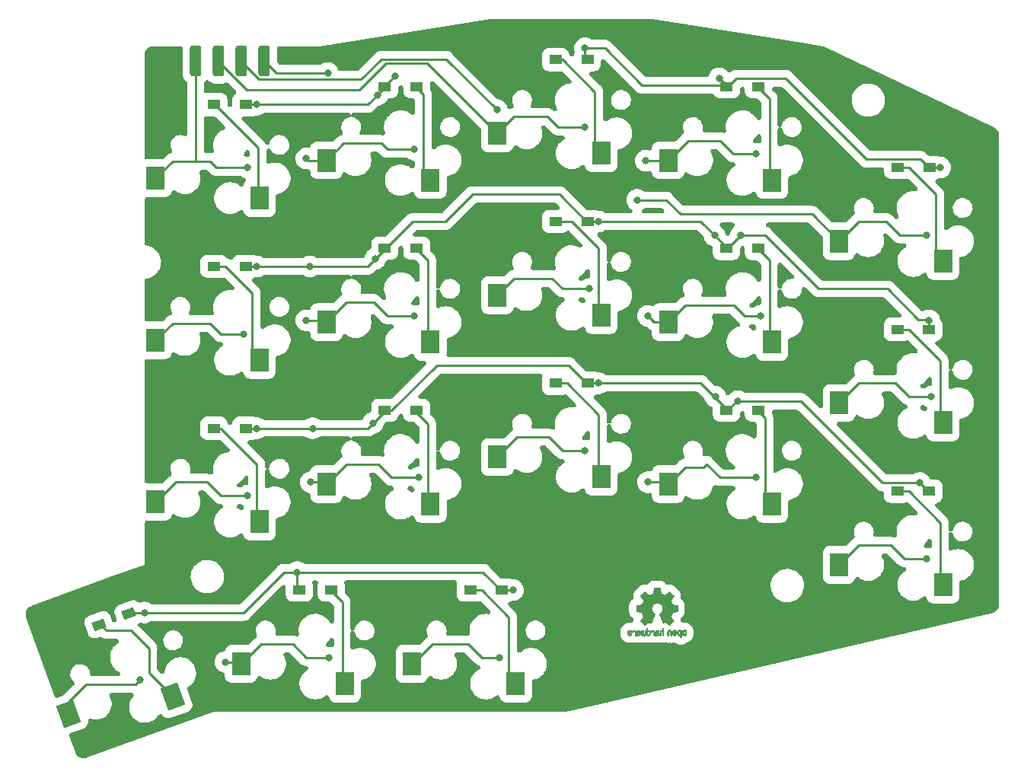
<source format=gbl>
%TF.GenerationSoftware,KiCad,Pcbnew,(7.0.0-0)*%
%TF.CreationDate,2023-03-13T10:37:30+08:00*%
%TF.ProjectId,Input,496e7075-742e-46b6-9963-61645f706362,1*%
%TF.SameCoordinates,PX7bfa480PY6052340*%
%TF.FileFunction,Copper,L2,Bot*%
%TF.FilePolarity,Positive*%
%FSLAX46Y46*%
G04 Gerber Fmt 4.6, Leading zero omitted, Abs format (unit mm)*
G04 Created by KiCad (PCBNEW (7.0.0-0)) date 2023-03-13 10:37:30*
%MOMM*%
%LPD*%
G01*
G04 APERTURE LIST*
G04 Aperture macros list*
%AMRoundRect*
0 Rectangle with rounded corners*
0 $1 Rounding radius*
0 $2 $3 $4 $5 $6 $7 $8 $9 X,Y pos of 4 corners*
0 Add a 4 corners polygon primitive as box body*
4,1,4,$2,$3,$4,$5,$6,$7,$8,$9,$2,$3,0*
0 Add four circle primitives for the rounded corners*
1,1,$1+$1,$2,$3*
1,1,$1+$1,$4,$5*
1,1,$1+$1,$6,$7*
1,1,$1+$1,$8,$9*
0 Add four rect primitives between the rounded corners*
20,1,$1+$1,$2,$3,$4,$5,0*
20,1,$1+$1,$4,$5,$6,$7,0*
20,1,$1+$1,$6,$7,$8,$9,0*
20,1,$1+$1,$8,$9,$2,$3,0*%
%AMRotRect*
0 Rectangle, with rotation*
0 The origin of the aperture is its center*
0 $1 length*
0 $2 width*
0 $3 Rotation angle, in degrees counterclockwise*
0 Add horizontal line*
21,1,$1,$2,0,0,$3*%
G04 Aperture macros list end*
%TA.AperFunction,EtchedComponent*%
%ADD10C,0.010000*%
%TD*%
%TA.AperFunction,ConnectorPad*%
%ADD11RoundRect,0.317500X0.317500X1.397000X-0.317500X1.397000X-0.317500X-1.397000X0.317500X-1.397000X0*%
%TD*%
%TA.AperFunction,SMDPad,CuDef*%
%ADD12R,2.000000X2.600000*%
%TD*%
%TA.AperFunction,SMDPad,CuDef*%
%ADD13R,1.400000X1.000000*%
%TD*%
%TA.AperFunction,SMDPad,CuDef*%
%ADD14RotRect,2.000000X2.600000X20.000000*%
%TD*%
%TA.AperFunction,SMDPad,CuDef*%
%ADD15RotRect,1.400000X1.000000X200.000000*%
%TD*%
%TA.AperFunction,ViaPad*%
%ADD16C,0.800000*%
%TD*%
%TA.AperFunction,Conductor*%
%ADD17C,0.250000*%
%TD*%
G04 APERTURE END LIST*
%TO.C,REF\u002A\u002A*%
G36*
X44982829Y-35951097D02*
G01*
X45042753Y-35973355D01*
X45067673Y-35990080D01*
X45092910Y-36014043D01*
X45110912Y-36044526D01*
X45122858Y-36086023D01*
X45129930Y-36143032D01*
X45133308Y-36220047D01*
X45134171Y-36321565D01*
X45134002Y-36374027D01*
X45133153Y-36445715D01*
X45131711Y-36502925D01*
X45129814Y-36540809D01*
X45127597Y-36554514D01*
X45113172Y-36549981D01*
X45084054Y-36537670D01*
X45083181Y-36537272D01*
X45068060Y-36529356D01*
X45057891Y-36518495D01*
X45051691Y-36499471D01*
X45048478Y-36467069D01*
X45047270Y-36416071D01*
X45047086Y-36341261D01*
X45046714Y-36293804D01*
X45042750Y-36204615D01*
X45033673Y-36139287D01*
X45018524Y-36094393D01*
X44996345Y-36066507D01*
X44966175Y-36052203D01*
X44961990Y-36051206D01*
X44905480Y-36050427D01*
X44861410Y-36075744D01*
X44830972Y-36126502D01*
X44825544Y-36141175D01*
X44813171Y-36173649D01*
X44806905Y-36188572D01*
X44794036Y-36186516D01*
X44765933Y-36175357D01*
X44739721Y-36156927D01*
X44727771Y-36122098D01*
X44731336Y-36097151D01*
X44753235Y-36046547D01*
X44788644Y-35999128D01*
X44830052Y-35966334D01*
X44847400Y-35958752D01*
X44913089Y-35946076D01*
X44982829Y-35951097D01*
G37*
D10*
X44982829Y-35951097D02*
X45042753Y-35973355D01*
X45067673Y-35990080D01*
X45092910Y-36014043D01*
X45110912Y-36044526D01*
X45122858Y-36086023D01*
X45129930Y-36143032D01*
X45133308Y-36220047D01*
X45134171Y-36321565D01*
X45134002Y-36374027D01*
X45133153Y-36445715D01*
X45131711Y-36502925D01*
X45129814Y-36540809D01*
X45127597Y-36554514D01*
X45113172Y-36549981D01*
X45084054Y-36537670D01*
X45083181Y-36537272D01*
X45068060Y-36529356D01*
X45057891Y-36518495D01*
X45051691Y-36499471D01*
X45048478Y-36467069D01*
X45047270Y-36416071D01*
X45047086Y-36341261D01*
X45046714Y-36293804D01*
X45042750Y-36204615D01*
X45033673Y-36139287D01*
X45018524Y-36094393D01*
X44996345Y-36066507D01*
X44966175Y-36052203D01*
X44961990Y-36051206D01*
X44905480Y-36050427D01*
X44861410Y-36075744D01*
X44830972Y-36126502D01*
X44825544Y-36141175D01*
X44813171Y-36173649D01*
X44806905Y-36188572D01*
X44794036Y-36186516D01*
X44765933Y-36175357D01*
X44739721Y-36156927D01*
X44727771Y-36122098D01*
X44731336Y-36097151D01*
X44753235Y-36046547D01*
X44788644Y-35999128D01*
X44830052Y-35966334D01*
X44847400Y-35958752D01*
X44913089Y-35946076D01*
X44982829Y-35951097D01*
G36*
X48931020Y-35917822D02*
G01*
X48998810Y-35949680D01*
X49054366Y-36004770D01*
X49065881Y-36022016D01*
X49075432Y-36041562D01*
X49082206Y-36066198D01*
X49086819Y-36100711D01*
X49089888Y-36149889D01*
X49092029Y-36218519D01*
X49093859Y-36311389D01*
X49098404Y-36569007D01*
X49060225Y-36554491D01*
X49025268Y-36541156D01*
X48999097Y-36528323D01*
X48982013Y-36511780D01*
X48972086Y-36486465D01*
X48967386Y-36447316D01*
X48965982Y-36389268D01*
X48965943Y-36307261D01*
X48965744Y-36241895D01*
X48964559Y-36179173D01*
X48961729Y-36136334D01*
X48956609Y-36108220D01*
X48948553Y-36089675D01*
X48936914Y-36075543D01*
X48908303Y-36055600D01*
X48860239Y-36048083D01*
X48812688Y-36067079D01*
X48809550Y-36069511D01*
X48799769Y-36080748D01*
X48792553Y-36098770D01*
X48787299Y-36128026D01*
X48783402Y-36172962D01*
X48780256Y-36238028D01*
X48777257Y-36327670D01*
X48770000Y-36567697D01*
X48708314Y-36540044D01*
X48646629Y-36512391D01*
X48646629Y-36293246D01*
X48646884Y-36233711D01*
X48649086Y-36150892D01*
X48654661Y-36089227D01*
X48664941Y-36043748D01*
X48681258Y-36009484D01*
X48704943Y-35981466D01*
X48737328Y-35954723D01*
X48783907Y-35927780D01*
X48857287Y-35910191D01*
X48931020Y-35917822D01*
G37*
X48931020Y-35917822D02*
X48998810Y-35949680D01*
X49054366Y-36004770D01*
X49065881Y-36022016D01*
X49075432Y-36041562D01*
X49082206Y-36066198D01*
X49086819Y-36100711D01*
X49089888Y-36149889D01*
X49092029Y-36218519D01*
X49093859Y-36311389D01*
X49098404Y-36569007D01*
X49060225Y-36554491D01*
X49025268Y-36541156D01*
X48999097Y-36528323D01*
X48982013Y-36511780D01*
X48972086Y-36486465D01*
X48967386Y-36447316D01*
X48965982Y-36389268D01*
X48965943Y-36307261D01*
X48965744Y-36241895D01*
X48964559Y-36179173D01*
X48961729Y-36136334D01*
X48956609Y-36108220D01*
X48948553Y-36089675D01*
X48936914Y-36075543D01*
X48908303Y-36055600D01*
X48860239Y-36048083D01*
X48812688Y-36067079D01*
X48809550Y-36069511D01*
X48799769Y-36080748D01*
X48792553Y-36098770D01*
X48787299Y-36128026D01*
X48783402Y-36172962D01*
X48780256Y-36238028D01*
X48777257Y-36327670D01*
X48770000Y-36567697D01*
X48708314Y-36540044D01*
X48646629Y-36512391D01*
X48646629Y-36293246D01*
X48646884Y-36233711D01*
X48649086Y-36150892D01*
X48654661Y-36089227D01*
X48664941Y-36043748D01*
X48681258Y-36009484D01*
X48704943Y-35981466D01*
X48737328Y-35954723D01*
X48783907Y-35927780D01*
X48857287Y-35910191D01*
X48931020Y-35917822D01*
G36*
X47107691Y-35966467D02*
G01*
X47112273Y-35969003D01*
X47149704Y-35998057D01*
X47183170Y-36035410D01*
X47189007Y-36043852D01*
X47200165Y-36063553D01*
X47208136Y-36086935D01*
X47213618Y-36119067D01*
X47217307Y-36165019D01*
X47219899Y-36229859D01*
X47222092Y-36318657D01*
X47222402Y-36333669D01*
X47223400Y-36430999D01*
X47221994Y-36499934D01*
X47218164Y-36540948D01*
X47211889Y-36554514D01*
X47192898Y-36550452D01*
X47160638Y-36538144D01*
X47153041Y-36534545D01*
X47141176Y-36526398D01*
X47132994Y-36513004D01*
X47127643Y-36489608D01*
X47124269Y-36451455D01*
X47122019Y-36393790D01*
X47120040Y-36311857D01*
X47119498Y-36287907D01*
X47117403Y-36212266D01*
X47114683Y-36159328D01*
X47110515Y-36124075D01*
X47104079Y-36101487D01*
X47094550Y-36086544D01*
X47081106Y-36074227D01*
X47041305Y-36052634D01*
X46992341Y-36048476D01*
X46948529Y-36064999D01*
X46917008Y-36099210D01*
X46904914Y-36148114D01*
X46904578Y-36161407D01*
X46897972Y-36185472D01*
X46878470Y-36189144D01*
X46840283Y-36174813D01*
X46831438Y-36170217D01*
X46807534Y-36143186D01*
X46807061Y-36102994D01*
X46829836Y-36047409D01*
X46850727Y-36017117D01*
X46904142Y-35974084D01*
X46970074Y-35949755D01*
X47040574Y-35946443D01*
X47107691Y-35966467D01*
G37*
X47107691Y-35966467D02*
X47112273Y-35969003D01*
X47149704Y-35998057D01*
X47183170Y-36035410D01*
X47189007Y-36043852D01*
X47200165Y-36063553D01*
X47208136Y-36086935D01*
X47213618Y-36119067D01*
X47217307Y-36165019D01*
X47219899Y-36229859D01*
X47222092Y-36318657D01*
X47222402Y-36333669D01*
X47223400Y-36430999D01*
X47221994Y-36499934D01*
X47218164Y-36540948D01*
X47211889Y-36554514D01*
X47192898Y-36550452D01*
X47160638Y-36538144D01*
X47153041Y-36534545D01*
X47141176Y-36526398D01*
X47132994Y-36513004D01*
X47127643Y-36489608D01*
X47124269Y-36451455D01*
X47122019Y-36393790D01*
X47120040Y-36311857D01*
X47119498Y-36287907D01*
X47117403Y-36212266D01*
X47114683Y-36159328D01*
X47110515Y-36124075D01*
X47104079Y-36101487D01*
X47094550Y-36086544D01*
X47081106Y-36074227D01*
X47041305Y-36052634D01*
X46992341Y-36048476D01*
X46948529Y-36064999D01*
X46917008Y-36099210D01*
X46904914Y-36148114D01*
X46904578Y-36161407D01*
X46897972Y-36185472D01*
X46878470Y-36189144D01*
X46840283Y-36174813D01*
X46831438Y-36170217D01*
X46807534Y-36143186D01*
X46807061Y-36102994D01*
X46829836Y-36047409D01*
X46850727Y-36017117D01*
X46904142Y-35974084D01*
X46970074Y-35949755D01*
X47040574Y-35946443D01*
X47107691Y-35966467D01*
G36*
X48178543Y-35749444D02*
G01*
X48225714Y-35769342D01*
X48225714Y-36166509D01*
X48225519Y-36269498D01*
X48224998Y-36362141D01*
X48224199Y-36440700D01*
X48223172Y-36501439D01*
X48221963Y-36540623D01*
X48220623Y-36554514D01*
X48220099Y-36554468D01*
X48202287Y-36549420D01*
X48169823Y-36538580D01*
X48124114Y-36522646D01*
X48124114Y-36318173D01*
X48123824Y-36237832D01*
X48122474Y-36179562D01*
X48119369Y-36139909D01*
X48113812Y-36113618D01*
X48105107Y-36095436D01*
X48092556Y-36080107D01*
X48083999Y-36071955D01*
X48037728Y-36049375D01*
X47986728Y-36051375D01*
X47939993Y-36078073D01*
X47933189Y-36084698D01*
X47922293Y-36098456D01*
X47914836Y-36116642D01*
X47910169Y-36144177D01*
X47907642Y-36185981D01*
X47906602Y-36246973D01*
X47906400Y-36332073D01*
X47906303Y-36375234D01*
X47905674Y-36446224D01*
X47904556Y-36503076D01*
X47903063Y-36540828D01*
X47901309Y-36554514D01*
X47900785Y-36554468D01*
X47882973Y-36549420D01*
X47850509Y-36538580D01*
X47804800Y-36522646D01*
X47804823Y-36317237D01*
X47804857Y-36298951D01*
X47806778Y-36203626D01*
X47812678Y-36131543D01*
X47824001Y-36077813D01*
X47842187Y-36037549D01*
X47868679Y-36005861D01*
X47904918Y-35977861D01*
X47940263Y-35960333D01*
X47996773Y-35946785D01*
X48052356Y-35946015D01*
X48095086Y-35959195D01*
X48098298Y-35961015D01*
X48108205Y-35960820D01*
X48114975Y-35945572D01*
X48119861Y-35910613D01*
X48124114Y-35851289D01*
X48131371Y-35729547D01*
X48178543Y-35749444D01*
G37*
X48178543Y-35749444D02*
X48225714Y-35769342D01*
X48225714Y-36166509D01*
X48225519Y-36269498D01*
X48224998Y-36362141D01*
X48224199Y-36440700D01*
X48223172Y-36501439D01*
X48221963Y-36540623D01*
X48220623Y-36554514D01*
X48220099Y-36554468D01*
X48202287Y-36549420D01*
X48169823Y-36538580D01*
X48124114Y-36522646D01*
X48124114Y-36318173D01*
X48123824Y-36237832D01*
X48122474Y-36179562D01*
X48119369Y-36139909D01*
X48113812Y-36113618D01*
X48105107Y-36095436D01*
X48092556Y-36080107D01*
X48083999Y-36071955D01*
X48037728Y-36049375D01*
X47986728Y-36051375D01*
X47939993Y-36078073D01*
X47933189Y-36084698D01*
X47922293Y-36098456D01*
X47914836Y-36116642D01*
X47910169Y-36144177D01*
X47907642Y-36185981D01*
X47906602Y-36246973D01*
X47906400Y-36332073D01*
X47906303Y-36375234D01*
X47905674Y-36446224D01*
X47904556Y-36503076D01*
X47903063Y-36540828D01*
X47901309Y-36554514D01*
X47900785Y-36554468D01*
X47882973Y-36549420D01*
X47850509Y-36538580D01*
X47804800Y-36522646D01*
X47804823Y-36317237D01*
X47804857Y-36298951D01*
X47806778Y-36203626D01*
X47812678Y-36131543D01*
X47824001Y-36077813D01*
X47842187Y-36037549D01*
X47868679Y-36005861D01*
X47904918Y-35977861D01*
X47940263Y-35960333D01*
X47996773Y-35946785D01*
X48052356Y-35946015D01*
X48095086Y-35959195D01*
X48098298Y-35961015D01*
X48108205Y-35960820D01*
X48114975Y-35945572D01*
X48119861Y-35910613D01*
X48124114Y-35851289D01*
X48131371Y-35729547D01*
X48178543Y-35749444D01*
G36*
X46153941Y-35949282D02*
G01*
X46185774Y-35961758D01*
X46222743Y-35978602D01*
X46222743Y-36465196D01*
X46176812Y-36511127D01*
X46166320Y-36521427D01*
X46137255Y-36544320D01*
X46107943Y-36551735D01*
X46064326Y-36548321D01*
X46046568Y-36546114D01*
X46000767Y-36541445D01*
X45968743Y-36539585D01*
X45959244Y-36539869D01*
X45920274Y-36542948D01*
X45873160Y-36548321D01*
X45858085Y-36550168D01*
X45820110Y-36550893D01*
X45792325Y-36539429D01*
X45760674Y-36511127D01*
X45714743Y-36465196D01*
X45714743Y-36205055D01*
X45715101Y-36128180D01*
X45716216Y-36054886D01*
X45717952Y-35996850D01*
X45720167Y-35958663D01*
X45722721Y-35944914D01*
X45723256Y-35944951D01*
X45741808Y-35951793D01*
X45773153Y-35966868D01*
X45815608Y-35988822D01*
X45819604Y-36217240D01*
X45823600Y-36445657D01*
X45910686Y-36445657D01*
X45914657Y-36195286D01*
X45915916Y-36127227D01*
X45917718Y-36054482D01*
X45919671Y-35996730D01*
X45921612Y-35958648D01*
X45923377Y-35944914D01*
X45923885Y-35944962D01*
X45941482Y-35950015D01*
X45973834Y-35960849D01*
X46019543Y-35976783D01*
X46019765Y-36196706D01*
X46019988Y-36234909D01*
X46021531Y-36309146D01*
X46024292Y-36371145D01*
X46027977Y-36415308D01*
X46032292Y-36436041D01*
X46047732Y-36447131D01*
X46079241Y-36450556D01*
X46113886Y-36445657D01*
X46117857Y-36195286D01*
X46119278Y-36131663D01*
X46122225Y-36056356D01*
X46126079Y-35997286D01*
X46130542Y-35958718D01*
X46135317Y-35944914D01*
X46153941Y-35949282D01*
G37*
X46153941Y-35949282D02*
X46185774Y-35961758D01*
X46222743Y-35978602D01*
X46222743Y-36465196D01*
X46176812Y-36511127D01*
X46166320Y-36521427D01*
X46137255Y-36544320D01*
X46107943Y-36551735D01*
X46064326Y-36548321D01*
X46046568Y-36546114D01*
X46000767Y-36541445D01*
X45968743Y-36539585D01*
X45959244Y-36539869D01*
X45920274Y-36542948D01*
X45873160Y-36548321D01*
X45858085Y-36550168D01*
X45820110Y-36550893D01*
X45792325Y-36539429D01*
X45760674Y-36511127D01*
X45714743Y-36465196D01*
X45714743Y-36205055D01*
X45715101Y-36128180D01*
X45716216Y-36054886D01*
X45717952Y-35996850D01*
X45720167Y-35958663D01*
X45722721Y-35944914D01*
X45723256Y-35944951D01*
X45741808Y-35951793D01*
X45773153Y-35966868D01*
X45815608Y-35988822D01*
X45819604Y-36217240D01*
X45823600Y-36445657D01*
X45910686Y-36445657D01*
X45914657Y-36195286D01*
X45915916Y-36127227D01*
X45917718Y-36054482D01*
X45919671Y-35996730D01*
X45921612Y-35958648D01*
X45923377Y-35944914D01*
X45923885Y-35944962D01*
X45941482Y-35950015D01*
X45973834Y-35960849D01*
X46019543Y-35976783D01*
X46019765Y-36196706D01*
X46019988Y-36234909D01*
X46021531Y-36309146D01*
X46024292Y-36371145D01*
X46027977Y-36415308D01*
X46032292Y-36436041D01*
X46047732Y-36447131D01*
X46079241Y-36450556D01*
X46113886Y-36445657D01*
X46117857Y-36195286D01*
X46119278Y-36131663D01*
X46122225Y-36056356D01*
X46126079Y-35997286D01*
X46130542Y-35958718D01*
X46135317Y-35944914D01*
X46153941Y-35949282D01*
G36*
X50765678Y-36230192D02*
G01*
X50765714Y-36235200D01*
X50765701Y-36250935D01*
X50764914Y-36321119D01*
X50762210Y-36370022D01*
X50756606Y-36404178D01*
X50747119Y-36430124D01*
X50732768Y-36454397D01*
X50729237Y-36459433D01*
X50691878Y-36499143D01*
X50649311Y-36529092D01*
X50627452Y-36538810D01*
X50548908Y-36555020D01*
X50471231Y-36544535D01*
X50399645Y-36508707D01*
X50339374Y-36448887D01*
X50334286Y-36440873D01*
X50317730Y-36394342D01*
X50306573Y-36329552D01*
X50301160Y-36254727D01*
X50301768Y-36185513D01*
X50448248Y-36185513D01*
X50449402Y-36281399D01*
X50449866Y-36287569D01*
X50456629Y-36340478D01*
X50468671Y-36374029D01*
X50489005Y-36397016D01*
X50523097Y-36418548D01*
X50556814Y-36419680D01*
X50591543Y-36394857D01*
X50597584Y-36388325D01*
X50609417Y-36368779D01*
X50616404Y-36340386D01*
X50619727Y-36296430D01*
X50620571Y-36230192D01*
X50619125Y-36168150D01*
X50611907Y-36109042D01*
X50597006Y-36071686D01*
X50572636Y-36052152D01*
X50537008Y-36046514D01*
X50523440Y-36047635D01*
X50485430Y-36068194D01*
X50460312Y-36114299D01*
X50448248Y-36185513D01*
X50301768Y-36185513D01*
X50301833Y-36178096D01*
X50308937Y-36107882D01*
X50322815Y-36052312D01*
X50340649Y-36015301D01*
X50390855Y-35957733D01*
X50458885Y-35921962D01*
X50542158Y-35909665D01*
X50564398Y-35910331D01*
X50629891Y-35923947D01*
X50683687Y-35958249D01*
X50733057Y-36017338D01*
X50735995Y-36021722D01*
X50749287Y-36045299D01*
X50757932Y-36071949D01*
X50762904Y-36108159D01*
X50765174Y-36160413D01*
X50765678Y-36230192D01*
G37*
X50765678Y-36230192D02*
X50765714Y-36235200D01*
X50765701Y-36250935D01*
X50764914Y-36321119D01*
X50762210Y-36370022D01*
X50756606Y-36404178D01*
X50747119Y-36430124D01*
X50732768Y-36454397D01*
X50729237Y-36459433D01*
X50691878Y-36499143D01*
X50649311Y-36529092D01*
X50627452Y-36538810D01*
X50548908Y-36555020D01*
X50471231Y-36544535D01*
X50399645Y-36508707D01*
X50339374Y-36448887D01*
X50334286Y-36440873D01*
X50317730Y-36394342D01*
X50306573Y-36329552D01*
X50301160Y-36254727D01*
X50301768Y-36185513D01*
X50448248Y-36185513D01*
X50449402Y-36281399D01*
X50449866Y-36287569D01*
X50456629Y-36340478D01*
X50468671Y-36374029D01*
X50489005Y-36397016D01*
X50523097Y-36418548D01*
X50556814Y-36419680D01*
X50591543Y-36394857D01*
X50597584Y-36388325D01*
X50609417Y-36368779D01*
X50616404Y-36340386D01*
X50619727Y-36296430D01*
X50620571Y-36230192D01*
X50619125Y-36168150D01*
X50611907Y-36109042D01*
X50597006Y-36071686D01*
X50572636Y-36052152D01*
X50537008Y-36046514D01*
X50523440Y-36047635D01*
X50485430Y-36068194D01*
X50460312Y-36114299D01*
X50448248Y-36185513D01*
X50301768Y-36185513D01*
X50301833Y-36178096D01*
X50308937Y-36107882D01*
X50322815Y-36052312D01*
X50340649Y-36015301D01*
X50390855Y-35957733D01*
X50458885Y-35921962D01*
X50542158Y-35909665D01*
X50564398Y-35910331D01*
X50629891Y-35923947D01*
X50683687Y-35958249D01*
X50733057Y-36017338D01*
X50735995Y-36021722D01*
X50749287Y-36045299D01*
X50757932Y-36071949D01*
X50762904Y-36108159D01*
X50765174Y-36160413D01*
X50765678Y-36230192D01*
G36*
X44639628Y-36206247D02*
G01*
X44640590Y-36252622D01*
X44640307Y-36291305D01*
X44636762Y-36367521D01*
X44627483Y-36423294D01*
X44610375Y-36464613D01*
X44583344Y-36497467D01*
X44544292Y-36527846D01*
X44519445Y-36541660D01*
X44479615Y-36550965D01*
X44423665Y-36550230D01*
X44392385Y-36547283D01*
X44354653Y-36538283D01*
X44324494Y-36518720D01*
X44289408Y-36482267D01*
X44284720Y-36476943D01*
X44253177Y-36435969D01*
X44238128Y-36400283D01*
X44234286Y-36357966D01*
X44234286Y-36295779D01*
X44277742Y-36312182D01*
X44309424Y-36331356D01*
X44336962Y-36376347D01*
X44342711Y-36390752D01*
X44374855Y-36431546D01*
X44418611Y-36452081D01*
X44466254Y-36450235D01*
X44510057Y-36423886D01*
X44525111Y-36407455D01*
X44538763Y-36382667D01*
X44534493Y-36360144D01*
X44509916Y-36336964D01*
X44462651Y-36310202D01*
X44390314Y-36276934D01*
X44241543Y-36211816D01*
X44237595Y-36147308D01*
X44239079Y-36106220D01*
X44336010Y-36106220D01*
X44343368Y-36131657D01*
X44376848Y-36158814D01*
X44437614Y-36189714D01*
X44447669Y-36194190D01*
X44495751Y-36215017D01*
X44531726Y-36229665D01*
X44548444Y-36235200D01*
X44550977Y-36231126D01*
X44551993Y-36206247D01*
X44548369Y-36166257D01*
X44539242Y-36127152D01*
X44510773Y-36077884D01*
X44469678Y-36050122D01*
X44420590Y-36046364D01*
X44368144Y-36069109D01*
X44353609Y-36080481D01*
X44336010Y-36106220D01*
X44239079Y-36106220D01*
X44239338Y-36099064D01*
X44261281Y-36038096D01*
X44288979Y-36004497D01*
X44346405Y-35966966D01*
X44414527Y-35948006D01*
X44484947Y-35949507D01*
X44549267Y-35973355D01*
X44563426Y-35982513D01*
X44595904Y-36010849D01*
X44618116Y-36046695D01*
X44631804Y-36095384D01*
X44638715Y-36162249D01*
X44639628Y-36206247D01*
G37*
X44639628Y-36206247D02*
X44640590Y-36252622D01*
X44640307Y-36291305D01*
X44636762Y-36367521D01*
X44627483Y-36423294D01*
X44610375Y-36464613D01*
X44583344Y-36497467D01*
X44544292Y-36527846D01*
X44519445Y-36541660D01*
X44479615Y-36550965D01*
X44423665Y-36550230D01*
X44392385Y-36547283D01*
X44354653Y-36538283D01*
X44324494Y-36518720D01*
X44289408Y-36482267D01*
X44284720Y-36476943D01*
X44253177Y-36435969D01*
X44238128Y-36400283D01*
X44234286Y-36357966D01*
X44234286Y-36295779D01*
X44277742Y-36312182D01*
X44309424Y-36331356D01*
X44336962Y-36376347D01*
X44342711Y-36390752D01*
X44374855Y-36431546D01*
X44418611Y-36452081D01*
X44466254Y-36450235D01*
X44510057Y-36423886D01*
X44525111Y-36407455D01*
X44538763Y-36382667D01*
X44534493Y-36360144D01*
X44509916Y-36336964D01*
X44462651Y-36310202D01*
X44390314Y-36276934D01*
X44241543Y-36211816D01*
X44237595Y-36147308D01*
X44239079Y-36106220D01*
X44336010Y-36106220D01*
X44343368Y-36131657D01*
X44376848Y-36158814D01*
X44437614Y-36189714D01*
X44447669Y-36194190D01*
X44495751Y-36215017D01*
X44531726Y-36229665D01*
X44548444Y-36235200D01*
X44550977Y-36231126D01*
X44551993Y-36206247D01*
X44548369Y-36166257D01*
X44539242Y-36127152D01*
X44510773Y-36077884D01*
X44469678Y-36050122D01*
X44420590Y-36046364D01*
X44368144Y-36069109D01*
X44353609Y-36080481D01*
X44336010Y-36106220D01*
X44239079Y-36106220D01*
X44239338Y-36099064D01*
X44261281Y-36038096D01*
X44288979Y-36004497D01*
X44346405Y-35966966D01*
X44414527Y-35948006D01*
X44484947Y-35949507D01*
X44549267Y-35973355D01*
X44563426Y-35982513D01*
X44595904Y-36010849D01*
X44618116Y-36046695D01*
X44631804Y-36095384D01*
X44638715Y-36162249D01*
X44639628Y-36206247D01*
G36*
X46730542Y-36245647D02*
G01*
X46730698Y-36249714D01*
X46729537Y-36306313D01*
X46721345Y-36383462D01*
X46703519Y-36441276D01*
X46673975Y-36485422D01*
X46630625Y-36521568D01*
X46589332Y-36542463D01*
X46519987Y-36554090D01*
X46450736Y-36541377D01*
X46388145Y-36505945D01*
X46338779Y-36449418D01*
X46332818Y-36438995D01*
X46324945Y-36420733D01*
X46319106Y-36397429D01*
X46314999Y-36365085D01*
X46312325Y-36319704D01*
X46310781Y-36257287D01*
X46310734Y-36251748D01*
X46411429Y-36251748D01*
X46411772Y-36304577D01*
X46413942Y-36352362D01*
X46419307Y-36383209D01*
X46429217Y-36403935D01*
X46445021Y-36421356D01*
X46448724Y-36424705D01*
X46496299Y-36449419D01*
X46546635Y-36446890D01*
X46593517Y-36417288D01*
X46607477Y-36401953D01*
X46619160Y-36381622D01*
X46625686Y-36353514D01*
X46628524Y-36310550D01*
X46629143Y-36245647D01*
X46628837Y-36196122D01*
X46626722Y-36147782D01*
X46621390Y-36116587D01*
X46611460Y-36095647D01*
X46595550Y-36078073D01*
X46586204Y-36070159D01*
X46537776Y-36048843D01*
X46487040Y-36052198D01*
X46442987Y-36080107D01*
X46433504Y-36091173D01*
X46421939Y-36112009D01*
X46415252Y-36141106D01*
X46412173Y-36185381D01*
X46411429Y-36251748D01*
X46310734Y-36251748D01*
X46310067Y-36173837D01*
X46309883Y-36065358D01*
X46309829Y-35728601D01*
X46357000Y-35748362D01*
X46369472Y-35753770D01*
X46389324Y-35765985D01*
X46400687Y-35784482D01*
X46406933Y-35816829D01*
X46411429Y-35870593D01*
X46415535Y-35918866D01*
X46420963Y-35950557D01*
X46428739Y-35962383D01*
X46440457Y-35959212D01*
X46470318Y-35948067D01*
X46523684Y-35945304D01*
X46581093Y-35955625D01*
X46630625Y-35977861D01*
X46657876Y-35998443D01*
X46692865Y-36038600D01*
X46715274Y-36090086D01*
X46727190Y-36158568D01*
X46730542Y-36245647D01*
G37*
X46730542Y-36245647D02*
X46730698Y-36249714D01*
X46729537Y-36306313D01*
X46721345Y-36383462D01*
X46703519Y-36441276D01*
X46673975Y-36485422D01*
X46630625Y-36521568D01*
X46589332Y-36542463D01*
X46519987Y-36554090D01*
X46450736Y-36541377D01*
X46388145Y-36505945D01*
X46338779Y-36449418D01*
X46332818Y-36438995D01*
X46324945Y-36420733D01*
X46319106Y-36397429D01*
X46314999Y-36365085D01*
X46312325Y-36319704D01*
X46310781Y-36257287D01*
X46310734Y-36251748D01*
X46411429Y-36251748D01*
X46411772Y-36304577D01*
X46413942Y-36352362D01*
X46419307Y-36383209D01*
X46429217Y-36403935D01*
X46445021Y-36421356D01*
X46448724Y-36424705D01*
X46496299Y-36449419D01*
X46546635Y-36446890D01*
X46593517Y-36417288D01*
X46607477Y-36401953D01*
X46619160Y-36381622D01*
X46625686Y-36353514D01*
X46628524Y-36310550D01*
X46629143Y-36245647D01*
X46628837Y-36196122D01*
X46626722Y-36147782D01*
X46621390Y-36116587D01*
X46611460Y-36095647D01*
X46595550Y-36078073D01*
X46586204Y-36070159D01*
X46537776Y-36048843D01*
X46487040Y-36052198D01*
X46442987Y-36080107D01*
X46433504Y-36091173D01*
X46421939Y-36112009D01*
X46415252Y-36141106D01*
X46412173Y-36185381D01*
X46411429Y-36251748D01*
X46310734Y-36251748D01*
X46310067Y-36173837D01*
X46309883Y-36065358D01*
X46309829Y-35728601D01*
X46357000Y-35748362D01*
X46369472Y-35753770D01*
X46389324Y-35765985D01*
X46400687Y-35784482D01*
X46406933Y-35816829D01*
X46411429Y-35870593D01*
X46415535Y-35918866D01*
X46420963Y-35950557D01*
X46428739Y-35962383D01*
X46440457Y-35959212D01*
X46470318Y-35948067D01*
X46523684Y-35945304D01*
X46581093Y-35955625D01*
X46630625Y-35977861D01*
X46657876Y-35998443D01*
X46692865Y-36038600D01*
X46715274Y-36090086D01*
X46727190Y-36158568D01*
X46730542Y-36245647D01*
G36*
X49656767Y-36142748D02*
G01*
X49662299Y-36194055D01*
X49657684Y-36304078D01*
X49655078Y-36327387D01*
X49635660Y-36410352D01*
X49600573Y-36473448D01*
X49547212Y-36521808D01*
X49544196Y-36523804D01*
X49476362Y-36552185D01*
X49405535Y-36554711D01*
X49337289Y-36533097D01*
X49277196Y-36489062D01*
X49230829Y-36424322D01*
X49230050Y-36422761D01*
X49214643Y-36382558D01*
X49203357Y-36336866D01*
X49197370Y-36293972D01*
X49197861Y-36262160D01*
X49206007Y-36249714D01*
X49213244Y-36250471D01*
X49247851Y-36264235D01*
X49287078Y-36289546D01*
X49320448Y-36318845D01*
X49337483Y-36344572D01*
X49355192Y-36379471D01*
X49391485Y-36411212D01*
X49433630Y-36423886D01*
X49449077Y-36420221D01*
X49479569Y-36401774D01*
X49506128Y-36376166D01*
X49517486Y-36352934D01*
X49517482Y-36352848D01*
X49504596Y-36342179D01*
X49470241Y-36322933D01*
X49419593Y-36297813D01*
X49357829Y-36269524D01*
X49357489Y-36269374D01*
X49290388Y-36239498D01*
X49245411Y-36217973D01*
X49218145Y-36201437D01*
X49204178Y-36186531D01*
X49199097Y-36169893D01*
X49198490Y-36148162D01*
X49202712Y-36107013D01*
X49346000Y-36107013D01*
X49360791Y-36119949D01*
X49397644Y-36139333D01*
X49398725Y-36139881D01*
X49442205Y-36160587D01*
X49481102Y-36177105D01*
X49505778Y-36184093D01*
X49515676Y-36174753D01*
X49517486Y-36142748D01*
X49509966Y-36102915D01*
X49483897Y-36066717D01*
X49446154Y-36047950D01*
X49404077Y-36049845D01*
X49365005Y-36075632D01*
X49349647Y-36093451D01*
X49346000Y-36107013D01*
X49202712Y-36107013D01*
X49203833Y-36096086D01*
X49230251Y-36025335D01*
X49274473Y-35969735D01*
X49331697Y-35931239D01*
X49397120Y-35911797D01*
X49465937Y-35913359D01*
X49533347Y-35937878D01*
X49594544Y-35987302D01*
X49628450Y-36036212D01*
X49652806Y-36106027D01*
X49656767Y-36142748D01*
G37*
X49656767Y-36142748D02*
X49662299Y-36194055D01*
X49657684Y-36304078D01*
X49655078Y-36327387D01*
X49635660Y-36410352D01*
X49600573Y-36473448D01*
X49547212Y-36521808D01*
X49544196Y-36523804D01*
X49476362Y-36552185D01*
X49405535Y-36554711D01*
X49337289Y-36533097D01*
X49277196Y-36489062D01*
X49230829Y-36424322D01*
X49230050Y-36422761D01*
X49214643Y-36382558D01*
X49203357Y-36336866D01*
X49197370Y-36293972D01*
X49197861Y-36262160D01*
X49206007Y-36249714D01*
X49213244Y-36250471D01*
X49247851Y-36264235D01*
X49287078Y-36289546D01*
X49320448Y-36318845D01*
X49337483Y-36344572D01*
X49355192Y-36379471D01*
X49391485Y-36411212D01*
X49433630Y-36423886D01*
X49449077Y-36420221D01*
X49479569Y-36401774D01*
X49506128Y-36376166D01*
X49517486Y-36352934D01*
X49517482Y-36352848D01*
X49504596Y-36342179D01*
X49470241Y-36322933D01*
X49419593Y-36297813D01*
X49357829Y-36269524D01*
X49357489Y-36269374D01*
X49290388Y-36239498D01*
X49245411Y-36217973D01*
X49218145Y-36201437D01*
X49204178Y-36186531D01*
X49199097Y-36169893D01*
X49198490Y-36148162D01*
X49202712Y-36107013D01*
X49346000Y-36107013D01*
X49360791Y-36119949D01*
X49397644Y-36139333D01*
X49398725Y-36139881D01*
X49442205Y-36160587D01*
X49481102Y-36177105D01*
X49505778Y-36184093D01*
X49515676Y-36174753D01*
X49517486Y-36142748D01*
X49509966Y-36102915D01*
X49483897Y-36066717D01*
X49446154Y-36047950D01*
X49404077Y-36049845D01*
X49365005Y-36075632D01*
X49349647Y-36093451D01*
X49346000Y-36107013D01*
X49202712Y-36107013D01*
X49203833Y-36096086D01*
X49230251Y-36025335D01*
X49274473Y-35969735D01*
X49331697Y-35931239D01*
X49397120Y-35911797D01*
X49465937Y-35913359D01*
X49533347Y-35937878D01*
X49594544Y-35987302D01*
X49628450Y-36036212D01*
X49652806Y-36106027D01*
X49656767Y-36142748D01*
G36*
X47589483Y-35960569D02*
G01*
X47639376Y-35989661D01*
X47661325Y-36012327D01*
X47703504Y-36080082D01*
X47717714Y-36153950D01*
X47717714Y-36204770D01*
X47670999Y-36185128D01*
X47638692Y-36165308D01*
X47613231Y-36124160D01*
X47610616Y-36115675D01*
X47582478Y-36072451D01*
X47540067Y-36049103D01*
X47491370Y-36048100D01*
X47444373Y-36071914D01*
X47437357Y-36078056D01*
X47413893Y-36104745D01*
X47410019Y-36128014D01*
X47427768Y-36150862D01*
X47469179Y-36176287D01*
X47536286Y-36207288D01*
X47540824Y-36209252D01*
X47615322Y-36243990D01*
X47666203Y-36274763D01*
X47697525Y-36305488D01*
X47713343Y-36340082D01*
X47717714Y-36382462D01*
X47711986Y-36429446D01*
X47683062Y-36489585D01*
X47632178Y-36532788D01*
X47595374Y-36545759D01*
X47543434Y-36552856D01*
X47492999Y-36551340D01*
X47456983Y-36540632D01*
X47453158Y-36537966D01*
X47442998Y-36519337D01*
X47450048Y-36486505D01*
X47462297Y-36460735D01*
X47481939Y-36450006D01*
X47519191Y-36450539D01*
X47570908Y-36447462D01*
X47604701Y-36426212D01*
X47616114Y-36386877D01*
X47616104Y-36385747D01*
X47609187Y-36362913D01*
X47585659Y-36341963D01*
X47539914Y-36317815D01*
X47477704Y-36288741D01*
X47436499Y-36272925D01*
X47412712Y-36273944D01*
X47401597Y-36294837D01*
X47398408Y-36338641D01*
X47398400Y-36408393D01*
X47398044Y-36451452D01*
X47396413Y-36504626D01*
X47393761Y-36541022D01*
X47390422Y-36554514D01*
X47389530Y-36554423D01*
X47370237Y-36547110D01*
X47338284Y-36531678D01*
X47294124Y-36508842D01*
X47299371Y-36303078D01*
X47299736Y-36289432D01*
X47303904Y-36193651D01*
X47311268Y-36121462D01*
X47323330Y-36068058D01*
X47341593Y-36028633D01*
X47367560Y-35998380D01*
X47402733Y-35972493D01*
X47403384Y-35972087D01*
X47460256Y-35950968D01*
X47526033Y-35947400D01*
X47589483Y-35960569D01*
G37*
X47589483Y-35960569D02*
X47639376Y-35989661D01*
X47661325Y-36012327D01*
X47703504Y-36080082D01*
X47717714Y-36153950D01*
X47717714Y-36204770D01*
X47670999Y-36185128D01*
X47638692Y-36165308D01*
X47613231Y-36124160D01*
X47610616Y-36115675D01*
X47582478Y-36072451D01*
X47540067Y-36049103D01*
X47491370Y-36048100D01*
X47444373Y-36071914D01*
X47437357Y-36078056D01*
X47413893Y-36104745D01*
X47410019Y-36128014D01*
X47427768Y-36150862D01*
X47469179Y-36176287D01*
X47536286Y-36207288D01*
X47540824Y-36209252D01*
X47615322Y-36243990D01*
X47666203Y-36274763D01*
X47697525Y-36305488D01*
X47713343Y-36340082D01*
X47717714Y-36382462D01*
X47711986Y-36429446D01*
X47683062Y-36489585D01*
X47632178Y-36532788D01*
X47595374Y-36545759D01*
X47543434Y-36552856D01*
X47492999Y-36551340D01*
X47456983Y-36540632D01*
X47453158Y-36537966D01*
X47442998Y-36519337D01*
X47450048Y-36486505D01*
X47462297Y-36460735D01*
X47481939Y-36450006D01*
X47519191Y-36450539D01*
X47570908Y-36447462D01*
X47604701Y-36426212D01*
X47616114Y-36386877D01*
X47616104Y-36385747D01*
X47609187Y-36362913D01*
X47585659Y-36341963D01*
X47539914Y-36317815D01*
X47477704Y-36288741D01*
X47436499Y-36272925D01*
X47412712Y-36273944D01*
X47401597Y-36294837D01*
X47398408Y-36338641D01*
X47398400Y-36408393D01*
X47398044Y-36451452D01*
X47396413Y-36504626D01*
X47393761Y-36541022D01*
X47390422Y-36554514D01*
X47389530Y-36554423D01*
X47370237Y-36547110D01*
X47338284Y-36531678D01*
X47294124Y-36508842D01*
X47299371Y-36303078D01*
X47299736Y-36289432D01*
X47303904Y-36193651D01*
X47311268Y-36121462D01*
X47323330Y-36068058D01*
X47341593Y-36028633D01*
X47367560Y-35998380D01*
X47402733Y-35972493D01*
X47403384Y-35972087D01*
X47460256Y-35950968D01*
X47526033Y-35947400D01*
X47589483Y-35960569D01*
G36*
X50208528Y-36228603D02*
G01*
X50209815Y-36301524D01*
X50211252Y-36413000D01*
X50211651Y-36445339D01*
X50212929Y-36553455D01*
X50213185Y-36636186D01*
X50211634Y-36696426D01*
X50207490Y-36737073D01*
X50199964Y-36761023D01*
X50188271Y-36771171D01*
X50171624Y-36770414D01*
X50149236Y-36761648D01*
X50120321Y-36747769D01*
X50114142Y-36744808D01*
X50088413Y-36730311D01*
X50074976Y-36713065D01*
X50069834Y-36684308D01*
X50068990Y-36635283D01*
X50068952Y-36547257D01*
X49978276Y-36547257D01*
X49922498Y-36544815D01*
X49878640Y-36534908D01*
X49842218Y-36514886D01*
X49839503Y-36512929D01*
X49802546Y-36479869D01*
X49776826Y-36439931D01*
X49760606Y-36387657D01*
X49752148Y-36317588D01*
X49750083Y-36238430D01*
X49894857Y-36238430D01*
X49894882Y-36251697D01*
X49896261Y-36311584D01*
X49900687Y-36350732D01*
X49909461Y-36376153D01*
X49923886Y-36394857D01*
X49924784Y-36395750D01*
X49960237Y-36419952D01*
X49994596Y-36417567D01*
X50033403Y-36388260D01*
X50042895Y-36378244D01*
X50056876Y-36357708D01*
X50064760Y-36330997D01*
X50068245Y-36290499D01*
X50069029Y-36228603D01*
X50068350Y-36191130D01*
X50060983Y-36122980D01*
X50044168Y-36078330D01*
X50016234Y-36053926D01*
X49975509Y-36046514D01*
X49958350Y-36048094D01*
X49928660Y-36063766D01*
X49909031Y-36098691D01*
X49898188Y-36155901D01*
X49894857Y-36238430D01*
X49750083Y-36238430D01*
X49749714Y-36224267D01*
X49750253Y-36156169D01*
X49752707Y-36104587D01*
X49758158Y-36068816D01*
X49767686Y-36042015D01*
X49782371Y-36017338D01*
X49795852Y-35998480D01*
X49844799Y-35947568D01*
X49900256Y-35919918D01*
X49969928Y-35911165D01*
X50049664Y-35919890D01*
X50118595Y-35951185D01*
X50173113Y-36006381D01*
X50177223Y-36012224D01*
X50186808Y-36027753D01*
X50194151Y-36045498D01*
X50199612Y-36069290D01*
X50203550Y-36102958D01*
X50206323Y-36150333D01*
X50208292Y-36215245D01*
X50208528Y-36228603D01*
G37*
X50208528Y-36228603D02*
X50209815Y-36301524D01*
X50211252Y-36413000D01*
X50211651Y-36445339D01*
X50212929Y-36553455D01*
X50213185Y-36636186D01*
X50211634Y-36696426D01*
X50207490Y-36737073D01*
X50199964Y-36761023D01*
X50188271Y-36771171D01*
X50171624Y-36770414D01*
X50149236Y-36761648D01*
X50120321Y-36747769D01*
X50114142Y-36744808D01*
X50088413Y-36730311D01*
X50074976Y-36713065D01*
X50069834Y-36684308D01*
X50068990Y-36635283D01*
X50068952Y-36547257D01*
X49978276Y-36547257D01*
X49922498Y-36544815D01*
X49878640Y-36534908D01*
X49842218Y-36514886D01*
X49839503Y-36512929D01*
X49802546Y-36479869D01*
X49776826Y-36439931D01*
X49760606Y-36387657D01*
X49752148Y-36317588D01*
X49750083Y-36238430D01*
X49894857Y-36238430D01*
X49894882Y-36251697D01*
X49896261Y-36311584D01*
X49900687Y-36350732D01*
X49909461Y-36376153D01*
X49923886Y-36394857D01*
X49924784Y-36395750D01*
X49960237Y-36419952D01*
X49994596Y-36417567D01*
X50033403Y-36388260D01*
X50042895Y-36378244D01*
X50056876Y-36357708D01*
X50064760Y-36330997D01*
X50068245Y-36290499D01*
X50069029Y-36228603D01*
X50068350Y-36191130D01*
X50060983Y-36122980D01*
X50044168Y-36078330D01*
X50016234Y-36053926D01*
X49975509Y-36046514D01*
X49958350Y-36048094D01*
X49928660Y-36063766D01*
X49909031Y-36098691D01*
X49898188Y-36155901D01*
X49894857Y-36238430D01*
X49750083Y-36238430D01*
X49749714Y-36224267D01*
X49750253Y-36156169D01*
X49752707Y-36104587D01*
X49758158Y-36068816D01*
X49767686Y-36042015D01*
X49782371Y-36017338D01*
X49795852Y-35998480D01*
X49844799Y-35947568D01*
X49900256Y-35919918D01*
X49969928Y-35911165D01*
X50049664Y-35919890D01*
X50118595Y-35951185D01*
X50173113Y-36006381D01*
X50177223Y-36012224D01*
X50186808Y-36027753D01*
X50194151Y-36045498D01*
X50199612Y-36069290D01*
X50203550Y-36102958D01*
X50206323Y-36150333D01*
X50208292Y-36215245D01*
X50208528Y-36228603D01*
G36*
X45467495Y-35946220D02*
G01*
X45498599Y-35954121D01*
X45527559Y-35973817D01*
X45564831Y-36010484D01*
X45588801Y-36036378D01*
X45613770Y-36069997D01*
X45625031Y-36101506D01*
X45627657Y-36141485D01*
X45627657Y-36206917D01*
X45583035Y-36183842D01*
X45547673Y-36155724D01*
X45523451Y-36117848D01*
X45519291Y-36107551D01*
X45487594Y-36067637D01*
X45443554Y-36047624D01*
X45395531Y-36049572D01*
X45351886Y-36075543D01*
X45333420Y-36096635D01*
X45322663Y-36123619D01*
X45334178Y-36147634D01*
X45369981Y-36171791D01*
X45432090Y-36199199D01*
X45441515Y-36202985D01*
X45498058Y-36227759D01*
X45546580Y-36252189D01*
X45577451Y-36271486D01*
X45608371Y-36305953D01*
X45628927Y-36360957D01*
X45626744Y-36419983D01*
X45602424Y-36475845D01*
X45556568Y-36521355D01*
X45519438Y-36540727D01*
X45447711Y-36554292D01*
X45407852Y-36552462D01*
X45370953Y-36542568D01*
X45356797Y-36521806D01*
X45362091Y-36487613D01*
X45363631Y-36483092D01*
X45375842Y-36459116D01*
X45396174Y-36450042D01*
X45434908Y-36450649D01*
X45462257Y-36451474D01*
X45494257Y-36444392D01*
X45516182Y-36423219D01*
X45528670Y-36397152D01*
X45530062Y-36369845D01*
X45529998Y-36369685D01*
X45513807Y-36354930D01*
X45479155Y-36333457D01*
X45434321Y-36309458D01*
X45387582Y-36287125D01*
X45347217Y-36270652D01*
X45321504Y-36264229D01*
X45317679Y-36270518D01*
X45312864Y-36300115D01*
X45309566Y-36348447D01*
X45308343Y-36409372D01*
X45308058Y-36451542D01*
X45306718Y-36504653D01*
X45304528Y-36541025D01*
X45301769Y-36554514D01*
X45287344Y-36549981D01*
X45258226Y-36537670D01*
X45221257Y-36520826D01*
X45221257Y-36304721D01*
X45221493Y-36249327D01*
X45223729Y-36165207D01*
X45229423Y-36102800D01*
X45239903Y-36057358D01*
X45256497Y-36024133D01*
X45280531Y-35998378D01*
X45313333Y-35975344D01*
X45355124Y-35956335D01*
X45432287Y-35944914D01*
X45467495Y-35946220D01*
G37*
X45467495Y-35946220D02*
X45498599Y-35954121D01*
X45527559Y-35973817D01*
X45564831Y-36010484D01*
X45588801Y-36036378D01*
X45613770Y-36069997D01*
X45625031Y-36101506D01*
X45627657Y-36141485D01*
X45627657Y-36206917D01*
X45583035Y-36183842D01*
X45547673Y-36155724D01*
X45523451Y-36117848D01*
X45519291Y-36107551D01*
X45487594Y-36067637D01*
X45443554Y-36047624D01*
X45395531Y-36049572D01*
X45351886Y-36075543D01*
X45333420Y-36096635D01*
X45322663Y-36123619D01*
X45334178Y-36147634D01*
X45369981Y-36171791D01*
X45432090Y-36199199D01*
X45441515Y-36202985D01*
X45498058Y-36227759D01*
X45546580Y-36252189D01*
X45577451Y-36271486D01*
X45608371Y-36305953D01*
X45628927Y-36360957D01*
X45626744Y-36419983D01*
X45602424Y-36475845D01*
X45556568Y-36521355D01*
X45519438Y-36540727D01*
X45447711Y-36554292D01*
X45407852Y-36552462D01*
X45370953Y-36542568D01*
X45356797Y-36521806D01*
X45362091Y-36487613D01*
X45363631Y-36483092D01*
X45375842Y-36459116D01*
X45396174Y-36450042D01*
X45434908Y-36450649D01*
X45462257Y-36451474D01*
X45494257Y-36444392D01*
X45516182Y-36423219D01*
X45528670Y-36397152D01*
X45530062Y-36369845D01*
X45529998Y-36369685D01*
X45513807Y-36354930D01*
X45479155Y-36333457D01*
X45434321Y-36309458D01*
X45387582Y-36287125D01*
X45347217Y-36270652D01*
X45321504Y-36264229D01*
X45317679Y-36270518D01*
X45312864Y-36300115D01*
X45309566Y-36348447D01*
X45308343Y-36409372D01*
X45308058Y-36451542D01*
X45306718Y-36504653D01*
X45304528Y-36541025D01*
X45301769Y-36554514D01*
X45287344Y-36549981D01*
X45258226Y-36537670D01*
X45221257Y-36520826D01*
X45221257Y-36304721D01*
X45221493Y-36249327D01*
X45223729Y-36165207D01*
X45229423Y-36102800D01*
X45239903Y-36057358D01*
X45256497Y-36024133D01*
X45280531Y-35998378D01*
X45313333Y-35975344D01*
X45355124Y-35956335D01*
X45432287Y-35944914D01*
X45467495Y-35946220D01*
G36*
X47613933Y-31242371D02*
G01*
X47689856Y-31242865D01*
X47744491Y-31244135D01*
X47781500Y-31246547D01*
X47804547Y-31250467D01*
X47817296Y-31256262D01*
X47823411Y-31264299D01*
X47826556Y-31274943D01*
X47826646Y-31275325D01*
X47831814Y-31300347D01*
X47841209Y-31348681D01*
X47853867Y-31415260D01*
X47868825Y-31495014D01*
X47885119Y-31582875D01*
X47886448Y-31590064D01*
X47902691Y-31675340D01*
X47917805Y-31750242D01*
X47930808Y-31810219D01*
X47940715Y-31850717D01*
X47946544Y-31867184D01*
X47946575Y-31867210D01*
X47964943Y-31876320D01*
X48002640Y-31891457D01*
X48051543Y-31909358D01*
X48054297Y-31910330D01*
X48116817Y-31933959D01*
X48189543Y-31963595D01*
X48257294Y-31993062D01*
X48368703Y-32043626D01*
X48615399Y-31875160D01*
X48632775Y-31863311D01*
X48707202Y-31812947D01*
X48773614Y-31768612D01*
X48828039Y-31732916D01*
X48866506Y-31708471D01*
X48885042Y-31697889D01*
X48897743Y-31700315D01*
X48926579Y-31719110D01*
X48971143Y-31756330D01*
X49032670Y-31813020D01*
X49112398Y-31890227D01*
X49119532Y-31897255D01*
X49182796Y-31960222D01*
X49238990Y-32017268D01*
X49284677Y-32064817D01*
X49316414Y-32099297D01*
X49330764Y-32117131D01*
X49330810Y-32117217D01*
X49332633Y-32130795D01*
X49325910Y-32152820D01*
X49308946Y-32186304D01*
X49280044Y-32234261D01*
X49237508Y-32299704D01*
X49179644Y-32385645D01*
X49169783Y-32400151D01*
X49119913Y-32473635D01*
X49075905Y-32538687D01*
X49040380Y-32591417D01*
X49015959Y-32627936D01*
X49005264Y-32644356D01*
X49004458Y-32647834D01*
X49009518Y-32673785D01*
X49024677Y-32716159D01*
X49047463Y-32767728D01*
X49078429Y-32835170D01*
X49113004Y-32915195D01*
X49142366Y-32987629D01*
X49149645Y-33006377D01*
X49168710Y-33054246D01*
X49182715Y-33087596D01*
X49189041Y-33100114D01*
X49196025Y-33101050D01*
X49227413Y-33106461D01*
X49278787Y-33115806D01*
X49344802Y-33128069D01*
X49420113Y-33142232D01*
X49499375Y-33157280D01*
X49577243Y-33172195D01*
X49648370Y-33185961D01*
X49707412Y-33197562D01*
X49749022Y-33205980D01*
X49767857Y-33210199D01*
X49770980Y-33211389D01*
X49778591Y-33217805D01*
X49784254Y-33231465D01*
X49788251Y-33255999D01*
X49790866Y-33295038D01*
X49792384Y-33352213D01*
X49793086Y-33431154D01*
X49793257Y-33535492D01*
X49793257Y-33852799D01*
X49717057Y-33867839D01*
X49707840Y-33869642D01*
X49658891Y-33878980D01*
X49591205Y-33891669D01*
X49512478Y-33906273D01*
X49430400Y-33921355D01*
X49398078Y-33927422D01*
X49325855Y-33942181D01*
X49265666Y-33956137D01*
X49223040Y-33967952D01*
X49203510Y-33976287D01*
X49194660Y-33989905D01*
X49178548Y-34025938D01*
X49162065Y-34072572D01*
X49156263Y-34090034D01*
X49134906Y-34147358D01*
X49107359Y-34215201D01*
X49078107Y-34282355D01*
X49062463Y-34317430D01*
X49040174Y-34369822D01*
X49024857Y-34409058D01*
X49019162Y-34428563D01*
X49019478Y-34430036D01*
X49030281Y-34450729D01*
X49054638Y-34490665D01*
X49090081Y-34545972D01*
X49134136Y-34612781D01*
X49184332Y-34687220D01*
X49349501Y-34929623D01*
X49132503Y-35146983D01*
X49111516Y-35167899D01*
X49047342Y-35230505D01*
X48989990Y-35284495D01*
X48942820Y-35326826D01*
X48909192Y-35354457D01*
X48892467Y-35364343D01*
X48874303Y-35356821D01*
X48836265Y-35335227D01*
X48782726Y-35302151D01*
X48717884Y-35260191D01*
X48645940Y-35211943D01*
X48575275Y-35164291D01*
X48511526Y-35122328D01*
X48459513Y-35089165D01*
X48423279Y-35067378D01*
X48406867Y-35059543D01*
X48405905Y-35059614D01*
X48384103Y-35067338D01*
X48345440Y-35085323D01*
X48297612Y-35110013D01*
X48297110Y-35110284D01*
X48233587Y-35142099D01*
X48190060Y-35157642D01*
X48163052Y-35157685D01*
X48149090Y-35143000D01*
X48143180Y-35128544D01*
X48127229Y-35089831D01*
X48102660Y-35030316D01*
X48070779Y-34953165D01*
X48032893Y-34861541D01*
X47990310Y-34758607D01*
X47944337Y-34647526D01*
X47902667Y-34546472D01*
X47860268Y-34442780D01*
X47822756Y-34350119D01*
X47791388Y-34271642D01*
X47767425Y-34210500D01*
X47752123Y-34169843D01*
X47746743Y-34152825D01*
X47757018Y-34137219D01*
X47785563Y-34111162D01*
X47825971Y-34080887D01*
X47922979Y-34001684D01*
X48009793Y-33900475D01*
X48073322Y-33789116D01*
X48113177Y-33670893D01*
X48128965Y-33549095D01*
X48120296Y-33427010D01*
X48086778Y-33307925D01*
X48028021Y-33195129D01*
X47943632Y-33091911D01*
X47899631Y-33051713D01*
X47794211Y-32980638D01*
X47681410Y-32934301D01*
X47564525Y-32911599D01*
X47446853Y-32911428D01*
X47331690Y-32932687D01*
X47222335Y-32974270D01*
X47122083Y-33035076D01*
X47034233Y-33114001D01*
X46962080Y-33209941D01*
X46908922Y-33321795D01*
X46878057Y-33448457D01*
X46872392Y-33509507D01*
X46880185Y-33641776D01*
X46915284Y-33767266D01*
X46976649Y-33883759D01*
X47063243Y-33989039D01*
X47174029Y-34080887D01*
X47212931Y-34109930D01*
X47242104Y-34136272D01*
X47253257Y-34152800D01*
X47248810Y-34167209D01*
X47234378Y-34205815D01*
X47211173Y-34265201D01*
X47180452Y-34342215D01*
X47143474Y-34433703D01*
X47101496Y-34536516D01*
X47055778Y-34647502D01*
X47014178Y-34748072D01*
X46971222Y-34851947D01*
X46932829Y-34944819D01*
X46900305Y-35023525D01*
X46874958Y-35084899D01*
X46858095Y-35125779D01*
X46851025Y-35143000D01*
X46850943Y-35143204D01*
X46836798Y-35157745D01*
X46809659Y-35157579D01*
X46766023Y-35141927D01*
X46702388Y-35110013D01*
X46697379Y-35107326D01*
X46650125Y-35083150D01*
X46612811Y-35066037D01*
X46593133Y-35059543D01*
X46577005Y-35067218D01*
X46540959Y-35088871D01*
X46489092Y-35121928D01*
X46425445Y-35163810D01*
X46354060Y-35211943D01*
X46283724Y-35259131D01*
X46218670Y-35301267D01*
X46164820Y-35334578D01*
X46126374Y-35356469D01*
X46107534Y-35364343D01*
X46104325Y-35363343D01*
X46081954Y-35347584D01*
X46043733Y-35315033D01*
X45993021Y-35268733D01*
X45933181Y-35211726D01*
X45867571Y-35147058D01*
X45650648Y-34929772D01*
X45819601Y-34681253D01*
X45988553Y-34432733D01*
X45937183Y-34321595D01*
X45937031Y-34321266D01*
X45906183Y-34250418D01*
X45874661Y-34171523D01*
X45849266Y-34101600D01*
X45845423Y-34090322D01*
X45826047Y-34037967D01*
X45808574Y-33997283D01*
X45796388Y-33976287D01*
X45791426Y-33973322D01*
X45761634Y-33963375D01*
X45711047Y-33950505D01*
X45645194Y-33936053D01*
X45569600Y-33921355D01*
X45546957Y-33917210D01*
X45465038Y-33902116D01*
X45388600Y-33887899D01*
X45325337Y-33875995D01*
X45282943Y-33867839D01*
X45206743Y-33852799D01*
X45206743Y-33535492D01*
X45206760Y-33496476D01*
X45207082Y-33401292D01*
X45208033Y-33330255D01*
X45209896Y-33279734D01*
X45212955Y-33246098D01*
X45217494Y-33225718D01*
X45223795Y-33214962D01*
X45232143Y-33210199D01*
X45240224Y-33208270D01*
X45273172Y-33201445D01*
X45325736Y-33191022D01*
X45392569Y-33178018D01*
X45468328Y-33163449D01*
X45547665Y-33148333D01*
X45625237Y-33133685D01*
X45695698Y-33120523D01*
X45753702Y-33109863D01*
X45793904Y-33102721D01*
X45810959Y-33100114D01*
X45812112Y-33098541D01*
X45821385Y-33078119D01*
X45837432Y-33039045D01*
X45857635Y-32987629D01*
X45885672Y-32918353D01*
X45920186Y-32838290D01*
X45952538Y-32767728D01*
X45959952Y-32751889D01*
X45980755Y-32702293D01*
X45993219Y-32664038D01*
X45994863Y-32644356D01*
X45994015Y-32642962D01*
X45980548Y-32622420D01*
X45953850Y-32582516D01*
X45916539Y-32527140D01*
X45871234Y-32460177D01*
X45820552Y-32385517D01*
X45763445Y-32300692D01*
X45720607Y-32234800D01*
X45691460Y-32186478D01*
X45674317Y-32152733D01*
X45667495Y-32130572D01*
X45669306Y-32117002D01*
X45669915Y-32115984D01*
X45686297Y-32096210D01*
X45719695Y-32060175D01*
X45766671Y-32011451D01*
X45823786Y-31953612D01*
X45887603Y-31890227D01*
X45953802Y-31825905D01*
X46018648Y-31765447D01*
X46066299Y-31724655D01*
X46097990Y-31702484D01*
X46114958Y-31697889D01*
X46117175Y-31698921D01*
X46140524Y-31712837D01*
X46182912Y-31740030D01*
X46240369Y-31777889D01*
X46308923Y-31823803D01*
X46384601Y-31875160D01*
X46631298Y-32043626D01*
X46742706Y-31993062D01*
X46745943Y-31991597D01*
X46814343Y-31961965D01*
X46886907Y-31932493D01*
X46948457Y-31909358D01*
X46948729Y-31909262D01*
X46997595Y-31891367D01*
X47035212Y-31876253D01*
X47053457Y-31867184D01*
X47053752Y-31866855D01*
X47059946Y-31848282D01*
X47070139Y-31806045D01*
X47083348Y-31744696D01*
X47098590Y-31668789D01*
X47114881Y-31582875D01*
X47115449Y-31579796D01*
X47131713Y-31492128D01*
X47146608Y-31412741D01*
X47159171Y-31346701D01*
X47168438Y-31299079D01*
X47173444Y-31274943D01*
X47173764Y-31273605D01*
X47177060Y-31263273D01*
X47183738Y-31255506D01*
X47197462Y-31249940D01*
X47221895Y-31246207D01*
X47260702Y-31243942D01*
X47317546Y-31242778D01*
X47396090Y-31242348D01*
X47500000Y-31242286D01*
X47513056Y-31242286D01*
X47613933Y-31242371D01*
G37*
X47613933Y-31242371D02*
X47689856Y-31242865D01*
X47744491Y-31244135D01*
X47781500Y-31246547D01*
X47804547Y-31250467D01*
X47817296Y-31256262D01*
X47823411Y-31264299D01*
X47826556Y-31274943D01*
X47826646Y-31275325D01*
X47831814Y-31300347D01*
X47841209Y-31348681D01*
X47853867Y-31415260D01*
X47868825Y-31495014D01*
X47885119Y-31582875D01*
X47886448Y-31590064D01*
X47902691Y-31675340D01*
X47917805Y-31750242D01*
X47930808Y-31810219D01*
X47940715Y-31850717D01*
X47946544Y-31867184D01*
X47946575Y-31867210D01*
X47964943Y-31876320D01*
X48002640Y-31891457D01*
X48051543Y-31909358D01*
X48054297Y-31910330D01*
X48116817Y-31933959D01*
X48189543Y-31963595D01*
X48257294Y-31993062D01*
X48368703Y-32043626D01*
X48615399Y-31875160D01*
X48632775Y-31863311D01*
X48707202Y-31812947D01*
X48773614Y-31768612D01*
X48828039Y-31732916D01*
X48866506Y-31708471D01*
X48885042Y-31697889D01*
X48897743Y-31700315D01*
X48926579Y-31719110D01*
X48971143Y-31756330D01*
X49032670Y-31813020D01*
X49112398Y-31890227D01*
X49119532Y-31897255D01*
X49182796Y-31960222D01*
X49238990Y-32017268D01*
X49284677Y-32064817D01*
X49316414Y-32099297D01*
X49330764Y-32117131D01*
X49330810Y-32117217D01*
X49332633Y-32130795D01*
X49325910Y-32152820D01*
X49308946Y-32186304D01*
X49280044Y-32234261D01*
X49237508Y-32299704D01*
X49179644Y-32385645D01*
X49169783Y-32400151D01*
X49119913Y-32473635D01*
X49075905Y-32538687D01*
X49040380Y-32591417D01*
X49015959Y-32627936D01*
X49005264Y-32644356D01*
X49004458Y-32647834D01*
X49009518Y-32673785D01*
X49024677Y-32716159D01*
X49047463Y-32767728D01*
X49078429Y-32835170D01*
X49113004Y-32915195D01*
X49142366Y-32987629D01*
X49149645Y-33006377D01*
X49168710Y-33054246D01*
X49182715Y-33087596D01*
X49189041Y-33100114D01*
X49196025Y-33101050D01*
X49227413Y-33106461D01*
X49278787Y-33115806D01*
X49344802Y-33128069D01*
X49420113Y-33142232D01*
X49499375Y-33157280D01*
X49577243Y-33172195D01*
X49648370Y-33185961D01*
X49707412Y-33197562D01*
X49749022Y-33205980D01*
X49767857Y-33210199D01*
X49770980Y-33211389D01*
X49778591Y-33217805D01*
X49784254Y-33231465D01*
X49788251Y-33255999D01*
X49790866Y-33295038D01*
X49792384Y-33352213D01*
X49793086Y-33431154D01*
X49793257Y-33535492D01*
X49793257Y-33852799D01*
X49717057Y-33867839D01*
X49707840Y-33869642D01*
X49658891Y-33878980D01*
X49591205Y-33891669D01*
X49512478Y-33906273D01*
X49430400Y-33921355D01*
X49398078Y-33927422D01*
X49325855Y-33942181D01*
X49265666Y-33956137D01*
X49223040Y-33967952D01*
X49203510Y-33976287D01*
X49194660Y-33989905D01*
X49178548Y-34025938D01*
X49162065Y-34072572D01*
X49156263Y-34090034D01*
X49134906Y-34147358D01*
X49107359Y-34215201D01*
X49078107Y-34282355D01*
X49062463Y-34317430D01*
X49040174Y-34369822D01*
X49024857Y-34409058D01*
X49019162Y-34428563D01*
X49019478Y-34430036D01*
X49030281Y-34450729D01*
X49054638Y-34490665D01*
X49090081Y-34545972D01*
X49134136Y-34612781D01*
X49184332Y-34687220D01*
X49349501Y-34929623D01*
X49132503Y-35146983D01*
X49111516Y-35167899D01*
X49047342Y-35230505D01*
X48989990Y-35284495D01*
X48942820Y-35326826D01*
X48909192Y-35354457D01*
X48892467Y-35364343D01*
X48874303Y-35356821D01*
X48836265Y-35335227D01*
X48782726Y-35302151D01*
X48717884Y-35260191D01*
X48645940Y-35211943D01*
X48575275Y-35164291D01*
X48511526Y-35122328D01*
X48459513Y-35089165D01*
X48423279Y-35067378D01*
X48406867Y-35059543D01*
X48405905Y-35059614D01*
X48384103Y-35067338D01*
X48345440Y-35085323D01*
X48297612Y-35110013D01*
X48297110Y-35110284D01*
X48233587Y-35142099D01*
X48190060Y-35157642D01*
X48163052Y-35157685D01*
X48149090Y-35143000D01*
X48143180Y-35128544D01*
X48127229Y-35089831D01*
X48102660Y-35030316D01*
X48070779Y-34953165D01*
X48032893Y-34861541D01*
X47990310Y-34758607D01*
X47944337Y-34647526D01*
X47902667Y-34546472D01*
X47860268Y-34442780D01*
X47822756Y-34350119D01*
X47791388Y-34271642D01*
X47767425Y-34210500D01*
X47752123Y-34169843D01*
X47746743Y-34152825D01*
X47757018Y-34137219D01*
X47785563Y-34111162D01*
X47825971Y-34080887D01*
X47922979Y-34001684D01*
X48009793Y-33900475D01*
X48073322Y-33789116D01*
X48113177Y-33670893D01*
X48128965Y-33549095D01*
X48120296Y-33427010D01*
X48086778Y-33307925D01*
X48028021Y-33195129D01*
X47943632Y-33091911D01*
X47899631Y-33051713D01*
X47794211Y-32980638D01*
X47681410Y-32934301D01*
X47564525Y-32911599D01*
X47446853Y-32911428D01*
X47331690Y-32932687D01*
X47222335Y-32974270D01*
X47122083Y-33035076D01*
X47034233Y-33114001D01*
X46962080Y-33209941D01*
X46908922Y-33321795D01*
X46878057Y-33448457D01*
X46872392Y-33509507D01*
X46880185Y-33641776D01*
X46915284Y-33767266D01*
X46976649Y-33883759D01*
X47063243Y-33989039D01*
X47174029Y-34080887D01*
X47212931Y-34109930D01*
X47242104Y-34136272D01*
X47253257Y-34152800D01*
X47248810Y-34167209D01*
X47234378Y-34205815D01*
X47211173Y-34265201D01*
X47180452Y-34342215D01*
X47143474Y-34433703D01*
X47101496Y-34536516D01*
X47055778Y-34647502D01*
X47014178Y-34748072D01*
X46971222Y-34851947D01*
X46932829Y-34944819D01*
X46900305Y-35023525D01*
X46874958Y-35084899D01*
X46858095Y-35125779D01*
X46851025Y-35143000D01*
X46850943Y-35143204D01*
X46836798Y-35157745D01*
X46809659Y-35157579D01*
X46766023Y-35141927D01*
X46702388Y-35110013D01*
X46697379Y-35107326D01*
X46650125Y-35083150D01*
X46612811Y-35066037D01*
X46593133Y-35059543D01*
X46577005Y-35067218D01*
X46540959Y-35088871D01*
X46489092Y-35121928D01*
X46425445Y-35163810D01*
X46354060Y-35211943D01*
X46283724Y-35259131D01*
X46218670Y-35301267D01*
X46164820Y-35334578D01*
X46126374Y-35356469D01*
X46107534Y-35364343D01*
X46104325Y-35363343D01*
X46081954Y-35347584D01*
X46043733Y-35315033D01*
X45993021Y-35268733D01*
X45933181Y-35211726D01*
X45867571Y-35147058D01*
X45650648Y-34929772D01*
X45819601Y-34681253D01*
X45988553Y-34432733D01*
X45937183Y-34321595D01*
X45937031Y-34321266D01*
X45906183Y-34250418D01*
X45874661Y-34171523D01*
X45849266Y-34101600D01*
X45845423Y-34090322D01*
X45826047Y-34037967D01*
X45808574Y-33997283D01*
X45796388Y-33976287D01*
X45791426Y-33973322D01*
X45761634Y-33963375D01*
X45711047Y-33950505D01*
X45645194Y-33936053D01*
X45569600Y-33921355D01*
X45546957Y-33917210D01*
X45465038Y-33902116D01*
X45388600Y-33887899D01*
X45325337Y-33875995D01*
X45282943Y-33867839D01*
X45206743Y-33852799D01*
X45206743Y-33535492D01*
X45206760Y-33496476D01*
X45207082Y-33401292D01*
X45208033Y-33330255D01*
X45209896Y-33279734D01*
X45212955Y-33246098D01*
X45217494Y-33225718D01*
X45223795Y-33214962D01*
X45232143Y-33210199D01*
X45240224Y-33208270D01*
X45273172Y-33201445D01*
X45325736Y-33191022D01*
X45392569Y-33178018D01*
X45468328Y-33163449D01*
X45547665Y-33148333D01*
X45625237Y-33133685D01*
X45695698Y-33120523D01*
X45753702Y-33109863D01*
X45793904Y-33102721D01*
X45810959Y-33100114D01*
X45812112Y-33098541D01*
X45821385Y-33078119D01*
X45837432Y-33039045D01*
X45857635Y-32987629D01*
X45885672Y-32918353D01*
X45920186Y-32838290D01*
X45952538Y-32767728D01*
X45959952Y-32751889D01*
X45980755Y-32702293D01*
X45993219Y-32664038D01*
X45994863Y-32644356D01*
X45994015Y-32642962D01*
X45980548Y-32622420D01*
X45953850Y-32582516D01*
X45916539Y-32527140D01*
X45871234Y-32460177D01*
X45820552Y-32385517D01*
X45763445Y-32300692D01*
X45720607Y-32234800D01*
X45691460Y-32186478D01*
X45674317Y-32152733D01*
X45667495Y-32130572D01*
X45669306Y-32117002D01*
X45669915Y-32115984D01*
X45686297Y-32096210D01*
X45719695Y-32060175D01*
X45766671Y-32011451D01*
X45823786Y-31953612D01*
X45887603Y-31890227D01*
X45953802Y-31825905D01*
X46018648Y-31765447D01*
X46066299Y-31724655D01*
X46097990Y-31702484D01*
X46114958Y-31697889D01*
X46117175Y-31698921D01*
X46140524Y-31712837D01*
X46182912Y-31740030D01*
X46240369Y-31777889D01*
X46308923Y-31823803D01*
X46384601Y-31875160D01*
X46631298Y-32043626D01*
X46742706Y-31993062D01*
X46745943Y-31991597D01*
X46814343Y-31961965D01*
X46886907Y-31932493D01*
X46948457Y-31909358D01*
X46948729Y-31909262D01*
X46997595Y-31891367D01*
X47035212Y-31876253D01*
X47053457Y-31867184D01*
X47053752Y-31866855D01*
X47059946Y-31848282D01*
X47070139Y-31806045D01*
X47083348Y-31744696D01*
X47098590Y-31668789D01*
X47114881Y-31582875D01*
X47115449Y-31579796D01*
X47131713Y-31492128D01*
X47146608Y-31412741D01*
X47159171Y-31346701D01*
X47168438Y-31299079D01*
X47173444Y-31274943D01*
X47173764Y-31273605D01*
X47177060Y-31263273D01*
X47183738Y-31255506D01*
X47197462Y-31249940D01*
X47221895Y-31246207D01*
X47260702Y-31243942D01*
X47317546Y-31242778D01*
X47396090Y-31242348D01*
X47500000Y-31242286D01*
X47513056Y-31242286D01*
X47613933Y-31242371D01*
%TD*%
D11*
%TO.P,J1,2,Pin_2*%
%TO.N,C12*%
X-3810000Y27349000D03*
%TO.P,J1,4,Pin_4*%
%TO.N,C34*%
X-1270000Y27349000D03*
%TO.P,J1,6,Pin_6*%
%TO.N,C56*%
X1270000Y27349000D03*
%TO.P,J1,8,Pin_8*%
%TO.N,Row 5*%
X3810000Y27349000D03*
%TD*%
D12*
%TO.P,SW20,1,1*%
%TO.N,C12*%
X10744999Y16299999D03*
%TO.P,SW20,2,2*%
%TO.N,Net-(D20-K)*%
X22301999Y14099999D03*
%TD*%
D13*
%TO.P,D47,1,K*%
%TO.N,Row 4*%
X77774999Y-20499999D03*
%TO.P,D47,2,A*%
%TO.N,Net-(D47-A)*%
X74224999Y-20499999D03*
%TD*%
%TO.P,D32,1,K*%
%TO.N,Net-(D32-K)*%
X20774999Y6524999D03*
%TO.P,D32,2,A*%
%TO.N,Row 3*%
X17224999Y6524999D03*
%TD*%
D12*
%TO.P,SW22,1,1*%
%TO.N,C34*%
X48744999Y16299999D03*
%TO.P,SW22,2,2*%
%TO.N,Net-(D22-K)*%
X60301999Y14099999D03*
%TD*%
D13*
%TO.P,D21,1,K*%
%TO.N,Row 2*%
X39774999Y27499999D03*
%TO.P,D21,2,A*%
%TO.N,Net-(D21-A)*%
X36224999Y27499999D03*
%TD*%
%TO.P,D56,1,K*%
%TO.N,Net-(D56-K)*%
X11274999Y-31499999D03*
%TO.P,D56,2,A*%
%TO.N,Row 5*%
X7724999Y-31499999D03*
%TD*%
%TO.P,D57,1,K*%
%TO.N,Row 5*%
X30274983Y-31499999D03*
%TO.P,D57,2,A*%
%TO.N,Net-(D57-A)*%
X26724983Y-31499999D03*
%TD*%
D12*
%TO.P,SW44,1,1*%
%TO.N,C12*%
X10744999Y-19699999D03*
%TO.P,SW44,2,2*%
%TO.N,Net-(D44-K)*%
X22301999Y-21899999D03*
%TD*%
D13*
%TO.P,D23,1,K*%
%TO.N,Row 2*%
X77824999Y15499999D03*
%TO.P,D23,2,A*%
%TO.N,Net-(D23-A)*%
X74274999Y15499999D03*
%TD*%
D12*
%TO.P,SW34,1,1*%
%TO.N,C34*%
X48744999Y-1699999D03*
%TO.P,SW34,2,2*%
%TO.N,Net-(D34-K)*%
X60301999Y-3899999D03*
%TD*%
D13*
%TO.P,D31,1,K*%
%TO.N,Row 3*%
X1774997Y4499996D03*
%TO.P,D31,2,A*%
%TO.N,Net-(D31-A)*%
X-1775001Y4499996D03*
%TD*%
D14*
%TO.P,SW55,1,1*%
%TO.N,C12*%
X-17961687Y-45264238D03*
%TO.P,SW55,2,2*%
%TO.N,Net-(D55-A)*%
X-6349215Y-43378835D03*
%TD*%
D13*
%TO.P,D46,1,K*%
%TO.N,Net-(D46-K)*%
X58774999Y-11499999D03*
%TO.P,D46,2,A*%
%TO.N,Row 4*%
X55224999Y-11499999D03*
%TD*%
D12*
%TO.P,SW21,1,1*%
%TO.N,C34*%
X29744999Y19299999D03*
%TO.P,SW21,2,2*%
%TO.N,Net-(D21-A)*%
X41301999Y17099999D03*
%TD*%
%TO.P,SW19,1,1*%
%TO.N,C12*%
X-8254999Y14299999D03*
%TO.P,SW19,2,2*%
%TO.N,Net-(D19-A)*%
X3301999Y12099999D03*
%TD*%
D13*
%TO.P,D44,1,K*%
%TO.N,Net-(D44-K)*%
X20774999Y-11499999D03*
%TO.P,D44,2,A*%
%TO.N,Row 4*%
X17224999Y-11499999D03*
%TD*%
D12*
%TO.P,SW45,1,1*%
%TO.N,C34*%
X29744999Y-16699999D03*
%TO.P,SW45,2,2*%
%TO.N,Net-(D45-A)*%
X41301999Y-18899999D03*
%TD*%
D13*
%TO.P,D35,1,K*%
%TO.N,Row 3*%
X77774999Y-2499999D03*
%TO.P,D35,2,A*%
%TO.N,Net-(D35-A)*%
X74224999Y-2499999D03*
%TD*%
%TO.P,D43,1,K*%
%TO.N,Row 4*%
X1774997Y-13500002D03*
%TO.P,D43,2,A*%
%TO.N,Net-(D43-A)*%
X-1775001Y-13500002D03*
%TD*%
D12*
%TO.P,SW33,1,1*%
%TO.N,C34*%
X29744999Y1299999D03*
%TO.P,SW33,2,2*%
%TO.N,Net-(D33-A)*%
X41301999Y-899999D03*
%TD*%
%TO.P,SW47,1,1*%
%TO.N,C56*%
X67744999Y-28699999D03*
%TO.P,SW47,2,2*%
%TO.N,Net-(D47-A)*%
X79301999Y-30899999D03*
%TD*%
D13*
%TO.P,D19,1,K*%
%TO.N,Row 2*%
X1774999Y22499999D03*
%TO.P,D19,2,A*%
%TO.N,Net-(D19-A)*%
X-1774999Y22499999D03*
%TD*%
D12*
%TO.P,SW32,1,1*%
%TO.N,C12*%
X10744999Y-1699999D03*
%TO.P,SW32,2,2*%
%TO.N,Net-(D32-K)*%
X22301999Y-3899999D03*
%TD*%
%TO.P,SW35,1,1*%
%TO.N,C56*%
X67744999Y-10699999D03*
%TO.P,SW35,2,2*%
%TO.N,Net-(D35-A)*%
X79301999Y-12899999D03*
%TD*%
%TO.P,SW43,1,1*%
%TO.N,C12*%
X-8254999Y-21699999D03*
%TO.P,SW43,2,2*%
%TO.N,Net-(D43-A)*%
X3301999Y-23899999D03*
%TD*%
%TO.P,SW31,1,1*%
%TO.N,C12*%
X-8254999Y-3699999D03*
%TO.P,SW31,2,2*%
%TO.N,Net-(D31-A)*%
X3301999Y-5899999D03*
%TD*%
D13*
%TO.P,D20,1,K*%
%TO.N,Net-(D20-K)*%
X20774999Y24499999D03*
%TO.P,D20,2,A*%
%TO.N,Row 2*%
X17224999Y24499999D03*
%TD*%
%TO.P,D33,1,K*%
%TO.N,Row 3*%
X39774999Y9499999D03*
%TO.P,D33,2,A*%
%TO.N,Net-(D33-A)*%
X36224999Y9499999D03*
%TD*%
%TO.P,D22,1,K*%
%TO.N,Net-(D22-K)*%
X58774999Y24499999D03*
%TO.P,D22,2,A*%
%TO.N,Row 2*%
X55224999Y24499999D03*
%TD*%
%TO.P,D45,1,K*%
%TO.N,Row 4*%
X39774999Y-8499999D03*
%TO.P,D45,2,A*%
%TO.N,Net-(D45-A)*%
X36224999Y-8499999D03*
%TD*%
D12*
%TO.P,SW23,1,1*%
%TO.N,C56*%
X67744999Y7299999D03*
%TO.P,SW23,2,2*%
%TO.N,Net-(D23-A)*%
X79301999Y5099999D03*
%TD*%
%TO.P,SW46,1,1*%
%TO.N,C34*%
X48744999Y-19699999D03*
%TO.P,SW46,2,2*%
%TO.N,Net-(D46-K)*%
X60301999Y-21899999D03*
%TD*%
D13*
%TO.P,D34,1,K*%
%TO.N,Net-(D34-K)*%
X58774999Y6499999D03*
%TO.P,D34,2,A*%
%TO.N,Row 3*%
X55224999Y6499999D03*
%TD*%
D12*
%TO.P,SW56,1,1*%
%TO.N,C12*%
X1244995Y-39699999D03*
%TO.P,SW56,2,2*%
%TO.N,Net-(D56-K)*%
X12801995Y-41899999D03*
%TD*%
D15*
%TO.P,D55,1,K*%
%TO.N,Row 5*%
X-11208380Y-34136552D03*
%TO.P,D55,2,A*%
%TO.N,Net-(D55-A)*%
X-14544288Y-35350724D03*
%TD*%
D12*
%TO.P,SW57,1,1*%
%TO.N,C34*%
X20244999Y-39699999D03*
%TO.P,SW57,2,2*%
%TO.N,Net-(D57-A)*%
X31801999Y-41899999D03*
%TD*%
D16*
%TO.N,Row 2*%
X54425000Y25425000D03*
X79000000Y15500000D03*
X16425000Y23575000D03*
X18400000Y25700000D03*
X39500000Y28775500D03*
X3000000Y22500000D03*
%TO.N,C12*%
X21000000Y-19000000D03*
X2000000Y15500000D03*
X-10000000Y-41500000D03*
X9000000Y-19500000D03*
X8500000Y16500000D03*
X11000000Y-39000000D03*
X-500000Y-39500000D03*
X1500000Y-3000000D03*
X8500000Y-1500000D03*
X2000000Y-21000000D03*
X20500000Y17500000D03*
X20500000Y-1000000D03*
%TO.N,C34*%
X46500000Y-19500000D03*
X58500000Y17000000D03*
X46500000Y-1000000D03*
X59000000Y-1000000D03*
X30000000Y-39000000D03*
X39500000Y20000000D03*
X40000000Y2000000D03*
X46255000Y16255000D03*
X58500000Y-19000000D03*
X39500000Y-16000000D03*
%TO.N,C56*%
X77500000Y-28000000D03*
X45300000Y11900000D03*
X77500000Y8000000D03*
X78000000Y-10000000D03*
X29700000Y21900000D03*
%TO.N,Row 3*%
X8900000Y4499997D03*
X53925000Y7925000D03*
X16162500Y5337500D03*
X56850000Y8000000D03*
X77775000Y-1500000D03*
X2999997Y4499997D03*
X41000000Y9500000D03*
%TO.N,Row 4*%
X76725000Y-19575000D03*
X15925000Y-12925000D03*
X2999997Y-13500003D03*
X54000000Y-10000000D03*
X41000000Y-8500000D03*
X56500000Y-10500000D03*
X9200000Y-13500003D03*
%TO.N,Row 5*%
X7500000Y-29500000D03*
X-9500000Y-34000000D03*
X10900000Y26024500D03*
X31500000Y-31500000D03*
%TD*%
D17*
%TO.N,Row 2*%
X55350000Y24500000D02*
X56275000Y25425000D01*
X1650000Y22500000D02*
X15350000Y22500000D01*
X70825000Y16425000D02*
X76775000Y16425000D01*
X55200000Y24650000D02*
X45850000Y24650000D01*
X39500000Y28775500D02*
X39500000Y27775000D01*
X17225000Y24525000D02*
X18400000Y25700000D01*
X56275000Y25425000D02*
X61825000Y25425000D01*
X15350000Y22500000D02*
X17350000Y24500000D01*
X61825000Y25425000D02*
X70825000Y16425000D01*
X54425000Y25425000D02*
X55350000Y24500000D01*
X41724500Y28775500D02*
X39500000Y28775500D01*
X77700000Y15500000D02*
X79000000Y15500000D01*
X45850000Y24650000D02*
X41724500Y28775500D01*
X76775000Y16425000D02*
X77700000Y15500000D01*
%TO.N,Net-(D19-A)*%
X3124999Y17725001D02*
X3124999Y12277001D01*
X-1650000Y22500000D02*
X3124999Y17725001D01*
%TO.N,Net-(D20-K)*%
X20650000Y24500000D02*
X21500000Y23650000D01*
X21500000Y23650000D02*
X21500000Y14902000D01*
%TO.N,Net-(D21-A)*%
X37000000Y27500000D02*
X40600000Y23900000D01*
X36225000Y27500000D02*
X37000000Y27500000D01*
X40600000Y23900000D02*
X40600000Y17802000D01*
%TO.N,Net-(D22-K)*%
X60000000Y23150000D02*
X60000000Y14402000D01*
X58650000Y24500000D02*
X60000000Y23150000D01*
%TO.N,Net-(D23-A)*%
X75500000Y15500000D02*
X78500000Y12500000D01*
X74400000Y15500000D02*
X75500000Y15500000D01*
X78500000Y12500000D02*
X78500000Y5902000D01*
%TO.N,C12*%
X-2500000Y-19500000D02*
X-1000000Y-21000000D01*
X17500000Y17500000D02*
X20500000Y17500000D01*
X10745000Y-19700000D02*
X12945000Y-17500000D01*
X-8255000Y14300000D02*
X-6379999Y16175001D01*
X16500000Y-17500000D02*
X18000000Y-19000000D01*
X3500000Y-37500000D02*
X7000000Y-37500000D01*
X9000000Y-19500000D02*
X10545000Y-19500000D01*
X10745000Y16300000D02*
X12620001Y18175001D01*
X-1000000Y-3000000D02*
X1500000Y-3000000D01*
X10545000Y-1500000D02*
X8500000Y-1500000D01*
X-3810000Y16185001D02*
X-3800000Y16175001D01*
X12945000Y500000D02*
X16000000Y500000D01*
X-3810000Y27349000D02*
X-3810000Y16185001D01*
X16824999Y18175001D02*
X17500000Y17500000D01*
X-10500000Y-42000000D02*
X-10000000Y-41500000D01*
X-3800000Y16175001D02*
X-2175001Y16175001D01*
X-1500000Y15500000D02*
X2000000Y15500000D01*
X10745000Y16300000D02*
X8700000Y16300000D01*
X8700000Y16300000D02*
X8500000Y16500000D01*
X-17961688Y-43961688D02*
X-16000000Y-42000000D01*
X-500000Y-39500000D02*
X1044996Y-39500000D01*
X1300000Y-39700000D02*
X3500000Y-37500000D01*
X13000000Y-17500000D02*
X16500000Y-17500000D01*
X10745000Y-1700000D02*
X12945000Y500000D01*
X-2175001Y-1824999D02*
X-1000000Y-3000000D01*
X-8200000Y-21700000D02*
X-6000000Y-19500000D01*
X-1000000Y-21000000D02*
X2000000Y-21000000D01*
X-6379999Y16175001D02*
X-3800000Y16175001D01*
X-2175001Y16175001D02*
X-1500000Y15500000D01*
X17500000Y-1000000D02*
X20500000Y-1000000D01*
X12945000Y-17500000D02*
X13000000Y-17500000D01*
X7000000Y-37500000D02*
X8500000Y-39000000D01*
X12620001Y18175001D02*
X16824999Y18175001D01*
X16000000Y500000D02*
X17500000Y-1000000D01*
X8500000Y-39000000D02*
X11000000Y-39000000D01*
X18000000Y-19000000D02*
X21000000Y-19000000D01*
X-6379999Y-1824999D02*
X-2175001Y-1824999D01*
X-16000000Y-42000000D02*
X-10500000Y-42000000D01*
X-17961688Y-45264239D02*
X-17961688Y-43961688D01*
X-6000000Y-19500000D02*
X-2500000Y-19500000D01*
X-8255000Y-3700000D02*
X-6379999Y-1824999D01*
%TO.N,C34*%
X26500000Y-37500000D02*
X28000000Y-39000000D01*
X20300000Y-39700000D02*
X22500000Y-37500000D01*
X35500000Y-14500000D02*
X37000000Y-16000000D01*
X46500000Y-1000000D02*
X47200000Y-1700000D01*
X14400000Y24100000D02*
X17400000Y27100000D01*
X21945000Y27100000D02*
X29745000Y19300000D01*
X54500000Y-19000000D02*
X58500000Y-19000000D01*
X50945000Y18500000D02*
X54500000Y18500000D01*
X31620001Y3175001D02*
X35824999Y3175001D01*
X28000000Y-39000000D02*
X30000000Y-39000000D01*
X53000000Y-17500000D02*
X54500000Y-19000000D01*
X29745000Y19300000D02*
X31620001Y21175001D01*
X54500000Y18500000D02*
X56000000Y17000000D01*
X31945000Y-14500000D02*
X35500000Y-14500000D01*
X35324999Y21175001D02*
X36500000Y20000000D01*
X22500000Y-37500000D02*
X26500000Y-37500000D01*
X56000000Y17000000D02*
X58500000Y17000000D01*
X37000000Y2000000D02*
X40000000Y2000000D01*
X17400000Y27100000D02*
X21945000Y27100000D01*
X50620001Y175001D02*
X56031925Y175001D01*
X29745000Y1300000D02*
X31620001Y3175001D01*
X48745000Y16300000D02*
X46300000Y16300000D01*
X35824999Y3175001D02*
X37000000Y2000000D01*
X48745000Y-19700000D02*
X50620001Y-17824999D01*
X48745000Y16300000D02*
X50945000Y18500000D01*
X50620001Y-17824999D02*
X52675001Y-17824999D01*
X46500000Y-19500000D02*
X48545000Y-19500000D01*
X48745000Y-1700000D02*
X50620001Y175001D01*
X29745000Y-16700000D02*
X31945000Y-14500000D01*
X31620001Y21175001D02*
X35324999Y21175001D01*
X46300000Y16300000D02*
X46255000Y16255000D01*
X36500000Y20000000D02*
X39500000Y20000000D01*
X56031925Y175001D02*
X57206926Y-1000000D01*
X37000000Y-16000000D02*
X39500000Y-16000000D01*
X52675001Y-17824999D02*
X53000000Y-17500000D01*
X57206926Y-1000000D02*
X59000000Y-1000000D01*
X47200000Y-1700000D02*
X48745000Y-1700000D01*
X1895868Y24100000D02*
X14400000Y24100000D01*
X-1270000Y27265868D02*
X1895868Y24100000D01*
%TO.N,C56*%
X50100000Y10300000D02*
X64745000Y10300000D01*
X69945000Y-26500000D02*
X73500000Y-26500000D01*
X16850000Y27550000D02*
X24050000Y27550000D01*
X64745000Y10300000D02*
X67745000Y7300000D01*
X74000000Y-8500000D02*
X75500000Y-10000000D01*
X69945000Y-8500000D02*
X74000000Y-8500000D01*
X14600000Y25300000D02*
X16850000Y27550000D01*
X75500000Y-10000000D02*
X78000000Y-10000000D01*
X67745000Y7300000D02*
X69945000Y9500000D01*
X75000000Y-28000000D02*
X77500000Y-28000000D01*
X74500000Y8000000D02*
X77500000Y8000000D01*
X3235868Y25300000D02*
X14600000Y25300000D01*
X67745000Y-10700000D02*
X69945000Y-8500000D01*
X1270000Y27265868D02*
X3235868Y25300000D01*
X67745000Y-28700000D02*
X69945000Y-26500000D01*
X70000000Y9500000D02*
X73000000Y9500000D01*
X73500000Y-26500000D02*
X75000000Y-28000000D01*
X69945000Y9500000D02*
X70000000Y9500000D01*
X73000000Y9500000D02*
X74500000Y8000000D01*
X48500000Y11900000D02*
X50100000Y10300000D01*
X45300000Y11900000D02*
X48500000Y11900000D01*
X24050000Y27550000D02*
X29700000Y21900000D01*
%TO.N,Row 3*%
X2999997Y4499997D02*
X8900000Y4499997D01*
X17350000Y6525000D02*
X20325000Y9500000D01*
X8900000Y4499997D02*
X15324997Y4499997D01*
X73150000Y2000000D02*
X76575000Y-1425000D01*
X55350000Y6500000D02*
X56850000Y8000000D01*
X24000000Y9500000D02*
X27000000Y12500000D01*
X15324997Y4499997D02*
X16162500Y5337500D01*
X20325000Y9500000D02*
X24000000Y9500000D01*
X59500000Y8000000D02*
X65500000Y2000000D01*
X65500000Y2000000D02*
X73150000Y2000000D01*
X36650000Y12500000D02*
X39650000Y9500000D01*
X56850000Y8000000D02*
X59500000Y8000000D01*
X16162500Y5337500D02*
X17350000Y6525000D01*
X77775000Y-2500000D02*
X77775000Y-1500000D01*
X1649998Y4499997D02*
X2999997Y4499997D01*
X52350000Y9500000D02*
X55350000Y6500000D01*
X77700000Y-1425000D02*
X77775000Y-1500000D01*
X39650000Y9500000D02*
X52350000Y9500000D01*
X27000000Y12500000D02*
X36650000Y12500000D01*
X76575000Y-1425000D02*
X77700000Y-1425000D01*
%TO.N,Row 4*%
X1649998Y-13500003D02*
X2999997Y-13500003D01*
X9200000Y-13500003D02*
X15349997Y-13500003D01*
X15349997Y-13500003D02*
X17350000Y-11500000D01*
X52350000Y-8500000D02*
X55350000Y-11500000D01*
X39650000Y-8500000D02*
X52350000Y-8500000D01*
X63500000Y-10500000D02*
X72575000Y-19575000D01*
X37650000Y-6500000D02*
X39650000Y-8500000D01*
X56500000Y-10500000D02*
X63500000Y-10500000D01*
X55350000Y-11500000D02*
X56350000Y-10500000D01*
X17350000Y-11500000D02*
X18000000Y-11500000D01*
X56350000Y-10500000D02*
X56500000Y-10500000D01*
X23000000Y-6500000D02*
X37650000Y-6500000D01*
X76725000Y-19575000D02*
X77650000Y-20500000D01*
X72575000Y-19575000D02*
X76725000Y-19575000D01*
X2999997Y-13500003D02*
X9200000Y-13500003D01*
X18000000Y-11500000D02*
X23000000Y-6500000D01*
%TO.N,Row 5*%
X-11146536Y-34000000D02*
X-9500000Y-34000000D01*
X7500000Y-29500000D02*
X7500000Y-31275000D01*
X28149984Y-29500000D02*
X30149984Y-31500000D01*
X-9500000Y-34000000D02*
X1500000Y-34000000D01*
X6000000Y-29500000D02*
X28149984Y-29500000D01*
X5134500Y26024500D02*
X10900000Y26024500D01*
X30149984Y-31500000D02*
X31500000Y-31500000D01*
X7500000Y-31275000D02*
X7725000Y-31500000D01*
X3810000Y27349000D02*
X5134500Y26024500D01*
X1500000Y-34000000D02*
X6000000Y-29500000D01*
%TO.N,Net-(D31-A)*%
X-1650002Y4499997D02*
X-499997Y4499997D01*
X-499997Y4499997D02*
X2500000Y1500000D01*
X2500000Y1500000D02*
X2500000Y-5098000D01*
%TO.N,Net-(D32-K)*%
X20650000Y6525000D02*
X22000000Y5175000D01*
X22000000Y5175000D02*
X22000000Y-3598000D01*
%TO.N,Net-(D33-A)*%
X41000000Y6500000D02*
X41000000Y-598000D01*
X38000000Y9500000D02*
X41000000Y6500000D01*
X36350000Y9500000D02*
X38000000Y9500000D01*
%TO.N,Net-(D34-K)*%
X60000000Y5150000D02*
X60000000Y-3598000D01*
X58650000Y6500000D02*
X60000000Y5150000D01*
%TO.N,Net-(D35-A)*%
X79000000Y-6000000D02*
X79000000Y-12598000D01*
X75500000Y-2500000D02*
X79000000Y-6000000D01*
X74350000Y-2500000D02*
X75500000Y-2500000D01*
%TO.N,Net-(D43-A)*%
X-1650002Y-13500003D02*
X-999997Y-13500003D01*
X3000000Y-17500000D02*
X3000000Y-23598000D01*
X-999997Y-13500003D02*
X3000000Y-17500000D01*
%TO.N,Net-(D44-K)*%
X20650000Y-11650000D02*
X22000000Y-13000000D01*
X22000000Y-13000000D02*
X22000000Y-21598000D01*
%TO.N,Net-(D45-A)*%
X36350000Y-8500000D02*
X37500000Y-8500000D01*
X41000000Y-12000000D02*
X41000000Y-18598000D01*
X37500000Y-8500000D02*
X41000000Y-12000000D01*
%TO.N,Net-(D46-K)*%
X59500000Y-12350000D02*
X59500000Y-21098000D01*
X58650000Y-11500000D02*
X59500000Y-12350000D01*
%TO.N,Net-(D47-A)*%
X75500000Y-20500000D02*
X79000000Y-24000000D01*
X74350000Y-20500000D02*
X75500000Y-20500000D01*
X79000000Y-24000000D02*
X79000000Y-30598000D01*
%TO.N,Net-(D55-A)*%
X-9000000Y-38000000D02*
X-9000000Y-40728052D01*
X-13734800Y-36000000D02*
X-11000000Y-36000000D01*
X-11000000Y-36000000D02*
X-9000000Y-38000000D01*
X-14426828Y-35307972D02*
X-13734800Y-36000000D01*
X-9000000Y-40728052D02*
X-6349216Y-43378836D01*
%TO.N,Net-(D56-K)*%
X11150000Y-31500000D02*
X12500000Y-32850000D01*
X12500000Y-32850000D02*
X12500000Y-41598004D01*
%TO.N,Net-(D57-A)*%
X26849984Y-31500000D02*
X28000000Y-31500000D01*
X31000000Y-34500000D02*
X31000000Y-41098000D01*
X28000000Y-31500000D02*
X31000000Y-34500000D01*
%TD*%
%TA.AperFunction,NonConductor*%
G36*
X-2444712Y25201316D02*
G01*
X-2363930Y25147340D01*
X-2302557Y25085967D01*
X-2125737Y24966292D01*
X-1929464Y24882243D01*
X-1720832Y24836858D01*
X-1672857Y24834000D01*
X-867144Y24834001D01*
X-819168Y24836858D01*
X-610536Y24882243D01*
X-474673Y24940424D01*
X-403271Y24959100D01*
X-329530Y24956027D01*
X-259930Y24931474D01*
X-200584Y24887597D01*
X649470Y24037543D01*
X700108Y23964450D01*
X721836Y23878225D01*
X711881Y23789864D01*
X671513Y23710635D01*
X605881Y23650642D01*
X584577Y23637256D01*
X584570Y23637252D01*
X572738Y23629816D01*
X562858Y23619937D01*
X562854Y23619933D01*
X455067Y23512146D01*
X455063Y23512142D01*
X445184Y23502262D01*
X437748Y23490429D01*
X437745Y23490424D01*
X356652Y23361366D01*
X356648Y23361359D01*
X349211Y23349522D01*
X344592Y23336324D01*
X344591Y23336320D01*
X294249Y23192452D01*
X294247Y23192446D01*
X289632Y23179255D01*
X288067Y23165366D01*
X288066Y23165361D01*
X275282Y23051900D01*
X275281Y23051890D01*
X274500Y23044954D01*
X274500Y23037968D01*
X274500Y22485495D01*
X255546Y22390207D01*
X201570Y22309425D01*
X120788Y22255449D01*
X25500Y22236495D01*
X-69788Y22255449D01*
X-150570Y22309425D01*
X-201570Y22360425D01*
X-255546Y22441207D01*
X-274500Y22536495D01*
X-274500Y23037968D01*
X-274500Y23044954D01*
X-289632Y23179255D01*
X-349211Y23349522D01*
X-445184Y23502262D01*
X-572738Y23629816D01*
X-615746Y23656840D01*
X-713635Y23718348D01*
X-713639Y23718350D01*
X-725478Y23725789D01*
X-739967Y23730859D01*
X-882549Y23780751D01*
X-882553Y23780752D01*
X-895745Y23785368D01*
X-909637Y23786934D01*
X-909640Y23786934D01*
X-1023101Y23799718D01*
X-1023111Y23799719D01*
X-1030046Y23800500D01*
X-2519954Y23800500D01*
X-2526891Y23799719D01*
X-2526898Y23799718D01*
X-2563647Y23795577D01*
X-2607623Y23790623D01*
X-2690907Y23795299D01*
X-2767976Y23827221D01*
X-2830176Y23882807D01*
X-2870527Y23955816D01*
X-2884500Y24038056D01*
X-2884500Y24881721D01*
X-2873849Y24953768D01*
X-2842807Y25019651D01*
X-2794030Y25073734D01*
X-2787267Y25079319D01*
X-2777443Y25085967D01*
X-2716070Y25147340D01*
X-2635288Y25201316D01*
X-2540000Y25220270D01*
X-2444712Y25201316D01*
G37*
%TD.AperFunction*%
%TA.AperFunction,NonConductor*%
G36*
X19123969Y24616553D02*
G01*
X19203190Y24562285D01*
X19255984Y24482074D01*
X19274500Y24387850D01*
X19274500Y23955046D01*
X19275281Y23948111D01*
X19275282Y23948101D01*
X19287870Y23836379D01*
X19289632Y23820745D01*
X19294248Y23807553D01*
X19294249Y23807549D01*
X19326239Y23716129D01*
X19349211Y23650478D01*
X19356650Y23638639D01*
X19356652Y23638635D01*
X19386101Y23591768D01*
X19445184Y23497738D01*
X19572738Y23370184D01*
X19725478Y23274211D01*
X19895745Y23214632D01*
X20030046Y23199500D01*
X20325500Y23199500D01*
X20420788Y23180546D01*
X20501570Y23126570D01*
X20555546Y23045788D01*
X20574500Y22950500D01*
X20574500Y21631330D01*
X20556407Y21538147D01*
X20504756Y21458506D01*
X20427055Y21403981D01*
X20334595Y21382496D01*
X20240813Y21397174D01*
X20159338Y21445881D01*
X20140779Y21462510D01*
X20140777Y21462512D01*
X20134002Y21468582D01*
X19908090Y21618044D01*
X19899852Y21621906D01*
X19671059Y21729160D01*
X19671054Y21729162D01*
X19662824Y21733020D01*
X19654117Y21735640D01*
X19654108Y21735643D01*
X19412151Y21808437D01*
X19412145Y21808439D01*
X19403431Y21811060D01*
X19394438Y21812384D01*
X19394427Y21812386D01*
X19144438Y21849176D01*
X19144433Y21849177D01*
X19135439Y21850500D01*
X18932369Y21850500D01*
X18927855Y21850170D01*
X18927838Y21850169D01*
X18738912Y21836341D01*
X18738907Y21836341D01*
X18729844Y21835677D01*
X18720972Y21833701D01*
X18720967Y21833700D01*
X18474327Y21778759D01*
X18474315Y21778756D01*
X18465447Y21776780D01*
X18456958Y21773534D01*
X18456947Y21773530D01*
X18220939Y21683264D01*
X18212442Y21680014D01*
X18204516Y21675567D01*
X18204508Y21675562D01*
X17984161Y21551897D01*
X17984151Y21551891D01*
X17976223Y21547441D01*
X17969025Y21541884D01*
X17969019Y21541879D01*
X17769019Y21387445D01*
X17769015Y21387442D01*
X17761823Y21381888D01*
X17755519Y21375350D01*
X17755513Y21375344D01*
X17580124Y21193427D01*
X17580117Y21193419D01*
X17573814Y21186881D01*
X17568527Y21179492D01*
X17568521Y21179484D01*
X17421496Y20973982D01*
X17421487Y20973969D01*
X17416201Y20966579D01*
X17412041Y20958489D01*
X17412038Y20958483D01*
X17296507Y20733774D01*
X17296502Y20733764D01*
X17292344Y20725675D01*
X17289409Y20717074D01*
X17289403Y20717058D01*
X17207820Y20477918D01*
X17204882Y20469305D01*
X17203230Y20460364D01*
X17203229Y20460358D01*
X17157333Y20211882D01*
X17157331Y20211870D01*
X17155681Y20202933D01*
X17155349Y20193851D01*
X17155348Y20193841D01*
X17146775Y19959246D01*
X17145788Y19932235D01*
X17146782Y19923196D01*
X17146783Y19923185D01*
X17174417Y19672036D01*
X17174418Y19672026D01*
X17175414Y19662982D01*
X17241308Y19410932D01*
X17243439Y19402784D01*
X17250837Y19321175D01*
X17231345Y19241584D01*
X17187072Y19172631D01*
X17122815Y19121781D01*
X17045531Y19094544D01*
X16971360Y19093933D01*
X16970577Y19094142D01*
X16957548Y19094825D01*
X16957547Y19094825D01*
X16904139Y19097624D01*
X16891144Y19098647D01*
X16879992Y19099820D01*
X16879972Y19099822D01*
X16873503Y19100501D01*
X16866979Y19100501D01*
X16855767Y19100501D01*
X16842735Y19100842D01*
X16789326Y19103642D01*
X16789317Y19103642D01*
X16776296Y19104324D01*
X16763412Y19102284D01*
X16750375Y19101600D01*
X16750359Y19101902D01*
X16732559Y19100501D01*
X14682703Y19100501D01*
X14597540Y19115518D01*
X14522649Y19158756D01*
X14467063Y19225001D01*
X14437486Y19306263D01*
X14437486Y19392739D01*
X14467063Y19474001D01*
X14499672Y19530482D01*
X14505604Y19540756D01*
X14574344Y19739367D01*
X14604254Y19947398D01*
X14603384Y19965656D01*
X14594818Y20145488D01*
X14594254Y20157330D01*
X14544704Y20361576D01*
X14457396Y20552753D01*
X14335486Y20723952D01*
X14282546Y20774430D01*
X14191963Y20860801D01*
X14191958Y20860805D01*
X14183378Y20868986D01*
X14173403Y20875397D01*
X14173400Y20875399D01*
X14016547Y20976203D01*
X14016542Y20976206D01*
X14006572Y20982613D01*
X13995569Y20987018D01*
X13995565Y20987020D01*
X13822462Y21056320D01*
X13822455Y21056322D01*
X13811457Y21060725D01*
X13799818Y21062969D01*
X13799812Y21062970D01*
X13706261Y21081000D01*
X13621267Y21114441D01*
X13554049Y21176280D01*
X13513652Y21258196D01*
X13505511Y21349169D01*
X13530722Y21436957D01*
X13585892Y21509748D01*
X13663597Y21557748D01*
X13753384Y21574500D01*
X15257560Y21574500D01*
X15275360Y21573100D01*
X15275376Y21573401D01*
X15288410Y21572719D01*
X15301297Y21570677D01*
X15367736Y21574160D01*
X15380768Y21574500D01*
X15391973Y21574500D01*
X15398504Y21574500D01*
X15416137Y21576355D01*
X15429140Y21577379D01*
X15495578Y21580859D01*
X15508195Y21584241D01*
X15519380Y21586012D01*
X15530488Y21588373D01*
X15543482Y21589738D01*
X15606779Y21610305D01*
X15619191Y21613982D01*
X15683497Y21631212D01*
X15695123Y21637137D01*
X15705718Y21641203D01*
X15716093Y21645823D01*
X15728508Y21649856D01*
X15786121Y21683119D01*
X15797581Y21689341D01*
X15812636Y21697013D01*
X15856840Y21719535D01*
X15866990Y21727755D01*
X15876513Y21733939D01*
X15885682Y21740601D01*
X15896992Y21747130D01*
X15946436Y21791652D01*
X15956323Y21800096D01*
X15970130Y21811275D01*
X15982711Y21823858D01*
X15992110Y21832777D01*
X16041569Y21877308D01*
X16049237Y21887864D01*
X16057976Y21897568D01*
X16058201Y21897366D01*
X16069786Y21910933D01*
X16478172Y22319318D01*
X16538131Y22363518D01*
X16608482Y22388004D01*
X16754940Y22415382D01*
X16962401Y22495753D01*
X17151562Y22612876D01*
X17315981Y22762764D01*
X17450058Y22940311D01*
X17510399Y23061492D01*
X17565543Y23134514D01*
X17643344Y23182686D01*
X17733293Y23199500D01*
X17962968Y23199500D01*
X17969954Y23199500D01*
X18104255Y23214632D01*
X18274522Y23274211D01*
X18427262Y23370184D01*
X18554816Y23497738D01*
X18650789Y23650478D01*
X18710368Y23820745D01*
X18725500Y23955046D01*
X18725500Y24368093D01*
X18736643Y24441749D01*
X18769076Y24508813D01*
X18819896Y24563281D01*
X18884553Y24600279D01*
X18935553Y24620036D01*
X19030103Y24636807D01*
X19123969Y24616553D01*
G37*
%TD.AperFunction*%
%TA.AperFunction,NonConductor*%
G36*
X58928831Y19185511D02*
G01*
X59005656Y19130851D01*
X59056649Y19051544D01*
X59074500Y18958964D01*
X59074500Y18413761D01*
X59059308Y18328118D01*
X59015586Y18252925D01*
X58948669Y18197358D01*
X58866723Y18168197D01*
X58779746Y18169001D01*
X58622564Y18198384D01*
X58622560Y18198385D01*
X58611243Y18200500D01*
X58421495Y18200500D01*
X58326908Y18219165D01*
X58246501Y18272361D01*
X58192329Y18352114D01*
X58172513Y18446467D01*
X58190025Y18541275D01*
X58242238Y18622324D01*
X58299356Y18681568D01*
X58426186Y18813119D01*
X58583799Y19033421D01*
X58604055Y19072820D01*
X58662262Y19146991D01*
X58743874Y19194205D01*
X58837191Y19207689D01*
X58928831Y19185511D01*
G37*
%TD.AperFunction*%
%TA.AperFunction,NonConductor*%
G36*
X-2519954Y21199500D02*
G01*
X-1761495Y21199500D01*
X-1666207Y21180546D01*
X-1585425Y21126570D01*
X-589818Y20130963D01*
X-542066Y20064002D01*
X-518732Y19985138D01*
X-522361Y19902975D01*
X-552557Y19826476D01*
X-606027Y19763986D01*
X-676938Y19722323D01*
X-787558Y19680014D01*
X-795484Y19675567D01*
X-795492Y19675562D01*
X-1015839Y19551897D01*
X-1015849Y19551891D01*
X-1023777Y19547441D01*
X-1030975Y19541884D01*
X-1030981Y19541879D01*
X-1230981Y19387445D01*
X-1230985Y19387442D01*
X-1238177Y19381888D01*
X-1244481Y19375350D01*
X-1244487Y19375344D01*
X-1419876Y19193427D01*
X-1419883Y19193419D01*
X-1426186Y19186881D01*
X-1431473Y19179492D01*
X-1431479Y19179484D01*
X-1578504Y18973982D01*
X-1578513Y18973969D01*
X-1583799Y18966579D01*
X-1587959Y18958489D01*
X-1587962Y18958483D01*
X-1703493Y18733774D01*
X-1703498Y18733764D01*
X-1707656Y18725675D01*
X-1710591Y18717074D01*
X-1710597Y18717058D01*
X-1773928Y18531418D01*
X-1795118Y18469305D01*
X-1796770Y18460364D01*
X-1796771Y18460358D01*
X-1842667Y18211882D01*
X-1842669Y18211870D01*
X-1844319Y18202933D01*
X-1844651Y18193851D01*
X-1844652Y18193841D01*
X-1853658Y17947398D01*
X-1854212Y17932235D01*
X-1853218Y17923196D01*
X-1853217Y17923185D01*
X-1825583Y17672036D01*
X-1825582Y17672026D01*
X-1824586Y17662982D01*
X-1764083Y17431554D01*
X-1756561Y17402784D01*
X-1749163Y17321175D01*
X-1768655Y17241584D01*
X-1812928Y17172631D01*
X-1877185Y17121781D01*
X-1954469Y17094544D01*
X-2028640Y17093933D01*
X-2029423Y17094142D01*
X-2042452Y17094825D01*
X-2042453Y17094825D01*
X-2095861Y17097624D01*
X-2108856Y17098647D01*
X-2120008Y17099820D01*
X-2120028Y17099822D01*
X-2126497Y17100501D01*
X-2133021Y17100501D01*
X-2144233Y17100501D01*
X-2157265Y17100842D01*
X-2210674Y17103642D01*
X-2210683Y17103642D01*
X-2223704Y17104324D01*
X-2236588Y17102284D01*
X-2249625Y17101600D01*
X-2249641Y17101902D01*
X-2267441Y17100501D01*
X-2635500Y17100501D01*
X-2730788Y17119455D01*
X-2811570Y17173431D01*
X-2865546Y17254213D01*
X-2884500Y17349501D01*
X-2884500Y20961944D01*
X-2870527Y21044184D01*
X-2830176Y21117193D01*
X-2767976Y21172779D01*
X-2690907Y21204701D01*
X-2607623Y21209378D01*
X-2519954Y21199500D01*
G37*
%TD.AperFunction*%
%TA.AperFunction,NonConductor*%
G36*
X2073355Y17431554D02*
G01*
X2140430Y17375993D01*
X2184266Y17300729D01*
X2199499Y17214973D01*
X2199499Y16949500D01*
X2180545Y16854212D01*
X2126569Y16773430D01*
X2045787Y16719454D01*
X1950499Y16700500D01*
X1888757Y16700500D01*
X1877442Y16698386D01*
X1877432Y16698384D01*
X1861587Y16695422D01*
X1769555Y16695524D01*
X1683847Y16729049D01*
X1616170Y16791416D01*
X1575771Y16874107D01*
X1568167Y16965824D01*
X1594394Y17054030D01*
X1707656Y17274325D01*
X1714835Y17295371D01*
X1756943Y17371616D01*
X1822732Y17428694D01*
X1904154Y17459622D01*
X1991247Y17460616D01*
X2073355Y17431554D01*
G37*
%TD.AperFunction*%
%TA.AperFunction,NonConductor*%
G36*
X-5399212Y28980546D02*
G01*
X-5318430Y28926570D01*
X-5264454Y28845788D01*
X-5245500Y28750500D01*
X-5245500Y25870342D01*
X-5245500Y25870309D01*
X-5245499Y25866644D01*
X-5245281Y25862974D01*
X-5245280Y25862959D01*
X-5243215Y25828277D01*
X-5243214Y25828268D01*
X-5242642Y25818668D01*
X-5240599Y25809273D01*
X-5240597Y25809264D01*
X-5199778Y25621622D01*
X-5199777Y25621616D01*
X-5197257Y25610036D01*
X-5192592Y25599143D01*
X-5192590Y25599136D01*
X-5125860Y25443308D01*
X-5113208Y25413763D01*
X-4993533Y25236943D01*
X-4842557Y25085967D01*
X-4832735Y25079320D01*
X-4825970Y25073734D01*
X-4777193Y25019651D01*
X-4746151Y24953768D01*
X-4735500Y24881721D01*
X-4735500Y19247252D01*
X-4754228Y19152512D01*
X-4807594Y19072023D01*
X-4887571Y19017892D01*
X-4982129Y18998263D01*
X-5077043Y19016088D01*
X-5177534Y19056319D01*
X-5177547Y19056323D01*
X-5188543Y19060725D01*
X-5240179Y19070677D01*
X-5383271Y19098256D01*
X-5383274Y19098257D01*
X-5394915Y19100500D01*
X-5552425Y19100500D01*
X-5558323Y19099937D01*
X-5558340Y19099936D01*
X-5697409Y19086656D01*
X-5697413Y19086656D01*
X-5709218Y19085528D01*
X-5720586Y19082191D01*
X-5720597Y19082188D01*
X-5899501Y19029656D01*
X-5899504Y19029655D01*
X-5910875Y19026316D01*
X-5921409Y19020886D01*
X-5921415Y19020883D01*
X-6087139Y18935447D01*
X-6087145Y18935444D01*
X-6097682Y18930011D01*
X-6107000Y18922684D01*
X-6107005Y18922680D01*
X-6253566Y18807422D01*
X-6253570Y18807419D01*
X-6262886Y18800092D01*
X-6270646Y18791138D01*
X-6270652Y18791131D01*
X-6392748Y18650225D01*
X-6392752Y18650221D01*
X-6400519Y18641256D01*
X-6406451Y18630984D01*
X-6406453Y18630979D01*
X-6499673Y18469518D01*
X-6499676Y18469513D01*
X-6505604Y18459244D01*
X-6509484Y18448036D01*
X-6509484Y18448034D01*
X-6570466Y18271840D01*
X-6570468Y18271833D01*
X-6574344Y18260633D01*
X-6576030Y18248909D01*
X-6576032Y18248899D01*
X-6602567Y18064339D01*
X-6602568Y18064334D01*
X-6604254Y18052602D01*
X-6603690Y18040759D01*
X-6603690Y18040756D01*
X-6594819Y17854513D01*
X-6594818Y17854505D01*
X-6594254Y17842670D01*
X-6591460Y17831151D01*
X-6591459Y17831148D01*
X-6547501Y17649951D01*
X-6547500Y17649946D01*
X-6544704Y17638424D01*
X-6517679Y17579247D01*
X-6463048Y17459622D01*
X-6457396Y17447247D01*
X-6451952Y17439602D01*
X-6422530Y17357878D01*
X-6423454Y17269694D01*
X-6455058Y17187364D01*
X-6513378Y17121213D01*
X-6591098Y17079540D01*
X-6636728Y17064714D01*
X-6649222Y17061013D01*
X-6700889Y17047168D01*
X-6700896Y17047166D01*
X-6713496Y17043789D01*
X-6725121Y17037867D01*
X-6735749Y17033787D01*
X-6746112Y17029174D01*
X-6758507Y17025145D01*
X-6769795Y17018629D01*
X-6769802Y17018625D01*
X-6816125Y16991881D01*
X-6827570Y16985667D01*
X-6875217Y16961389D01*
X-6875225Y16961384D01*
X-6886839Y16955466D01*
X-6896970Y16947264D01*
X-6906508Y16941069D01*
X-6915701Y16934391D01*
X-6926991Y16927871D01*
X-6936681Y16919147D01*
X-6936687Y16919142D01*
X-6976427Y16883360D01*
X-6986324Y16874906D01*
X-6995063Y16867830D01*
X-6995079Y16867816D01*
X-7000129Y16863726D01*
X-7012694Y16851163D01*
X-7022126Y16842212D01*
X-7061876Y16806421D01*
X-7061882Y16806416D01*
X-7071568Y16797693D01*
X-7079235Y16787142D01*
X-7087965Y16777445D01*
X-7088189Y16777647D01*
X-7099785Y16764072D01*
X-7390424Y16473431D01*
X-7441994Y16433860D01*
X-7502048Y16408985D01*
X-7566494Y16400500D01*
X-9250500Y16400500D01*
X-9345788Y16419454D01*
X-9426570Y16473430D01*
X-9480546Y16554212D01*
X-9499500Y16649500D01*
X-9499500Y27989124D01*
X-9498553Y28010822D01*
X-9496178Y28037968D01*
X-9495633Y28044198D01*
X-9495409Y28046606D01*
X-9484085Y28161579D01*
X-9476806Y28201586D01*
X-9462641Y28254450D01*
X-9460440Y28262158D01*
X-9435894Y28343077D01*
X-9423289Y28376018D01*
X-9415080Y28393621D01*
X-9397764Y28430757D01*
X-9391703Y28442882D01*
X-9354519Y28512447D01*
X-9338914Y28537851D01*
X-9303097Y28589003D01*
X-9291657Y28604082D01*
X-9242699Y28663737D01*
X-9226330Y28681798D01*
X-9181798Y28726330D01*
X-9163737Y28742699D01*
X-9104082Y28791657D01*
X-9089003Y28803097D01*
X-9037851Y28838914D01*
X-9012447Y28854519D01*
X-8942882Y28891703D01*
X-8930756Y28897764D01*
X-8876015Y28923291D01*
X-8843077Y28935894D01*
X-8762158Y28960440D01*
X-8754450Y28962641D01*
X-8701586Y28976806D01*
X-8661577Y28984085D01*
X-8546743Y28995396D01*
X-8544224Y28995630D01*
X-8510806Y28998554D01*
X-8489157Y28999500D01*
X-7499901Y28999500D01*
X-5494500Y28999500D01*
X-5399212Y28980546D01*
G37*
%TD.AperFunction*%
%TA.AperFunction,NonConductor*%
G36*
X48108793Y10955546D02*
G01*
X48189575Y10901570D01*
X48240575Y10850570D01*
X48294551Y10769788D01*
X48313505Y10674500D01*
X48294551Y10579212D01*
X48240575Y10498430D01*
X48159793Y10444454D01*
X48064505Y10425500D01*
X46074189Y10425500D01*
X45984240Y10442314D01*
X45906438Y10490487D01*
X45851293Y10563512D01*
X45826251Y10651526D01*
X45834695Y10742643D01*
X45875484Y10824557D01*
X45943106Y10886203D01*
X46025479Y10937206D01*
X46088417Y10964995D01*
X46156558Y10974500D01*
X48013505Y10974500D01*
X48108793Y10955546D01*
G37*
%TD.AperFunction*%
%TA.AperFunction,NonConductor*%
G36*
X56016839Y9359979D02*
G01*
X56090855Y9318110D01*
X56146466Y9253776D01*
X56177185Y9174481D01*
X56179430Y9089473D01*
X56152938Y9008666D01*
X56100802Y8941490D01*
X56080482Y8922964D01*
X55967526Y8819992D01*
X55967521Y8819988D01*
X55959019Y8812236D01*
X55952084Y8803054D01*
X55952077Y8803045D01*
X55831884Y8643883D01*
X55831879Y8643876D01*
X55824942Y8634689D01*
X55819807Y8624377D01*
X55819806Y8624375D01*
X55776735Y8537876D01*
X55725771Y8435528D01*
X55722621Y8424460D01*
X55722620Y8424455D01*
X55668033Y8232602D01*
X55668031Y8232597D01*
X55664885Y8221536D01*
X55663823Y8210083D01*
X55663822Y8210074D01*
X55663191Y8203265D01*
X55640652Y8120435D01*
X55591325Y8050182D01*
X55534163Y7993019D01*
X55456896Y7940529D01*
X55365723Y7920204D01*
X55273477Y7934905D01*
X55193139Y7982563D01*
X55136014Y8056470D01*
X55116449Y8124349D01*
X55113292Y8123758D01*
X55111177Y8135071D01*
X55110115Y8146536D01*
X55049229Y8360528D01*
X54950058Y8559689D01*
X54927366Y8589738D01*
X54822922Y8728045D01*
X54822920Y8728047D01*
X54815981Y8737236D01*
X54805128Y8747130D01*
X54660076Y8879363D01*
X54660072Y8879366D01*
X54651562Y8887124D01*
X54608484Y8913797D01*
X54540860Y8975444D01*
X54500072Y9057357D01*
X54491628Y9148474D01*
X54516670Y9236489D01*
X54571816Y9309513D01*
X54649617Y9357686D01*
X54739566Y9374500D01*
X55933050Y9374500D01*
X56016839Y9359979D01*
G37*
%TD.AperFunction*%
%TA.AperFunction,NonConductor*%
G36*
X39928831Y4185511D02*
G01*
X40005656Y4130851D01*
X40056649Y4051544D01*
X40074500Y3958964D01*
X40074500Y3441988D01*
X40059701Y3357426D01*
X40017064Y3282915D01*
X39951657Y3227313D01*
X39871254Y3197228D01*
X39681371Y3161733D01*
X39681365Y3161732D01*
X39670060Y3159618D01*
X39659342Y3155466D01*
X39659332Y3155463D01*
X39473331Y3083405D01*
X39473327Y3083404D01*
X39462599Y3079247D01*
X39452818Y3073192D01*
X39452810Y3073187D01*
X39274523Y2962796D01*
X39211584Y2935005D01*
X39143442Y2925500D01*
X39037096Y2925500D01*
X38945723Y2942871D01*
X38867099Y2992560D01*
X38812194Y3067635D01*
X38788669Y3157620D01*
X38799806Y3249961D01*
X38844051Y3331772D01*
X38915231Y3391640D01*
X39023777Y3452559D01*
X39238177Y3618112D01*
X39426186Y3813119D01*
X39583799Y4033421D01*
X39604055Y4072820D01*
X39662262Y4146991D01*
X39743874Y4194205D01*
X39837191Y4207689D01*
X39928831Y4185511D01*
G37*
%TD.AperFunction*%
%TA.AperFunction,NonConductor*%
G36*
X61269788Y4894551D02*
G01*
X61350570Y4840575D01*
X62665575Y3525570D01*
X62719551Y3444788D01*
X62738505Y3349500D01*
X62719551Y3254212D01*
X62665575Y3173430D01*
X62584793Y3119454D01*
X62489505Y3100500D01*
X62447575Y3100500D01*
X62441677Y3099937D01*
X62441660Y3099936D01*
X62302591Y3086656D01*
X62302587Y3086656D01*
X62290782Y3085528D01*
X62279414Y3082191D01*
X62279403Y3082188D01*
X62100499Y3029656D01*
X62100496Y3029655D01*
X62089125Y3026316D01*
X62078591Y3020886D01*
X62078585Y3020883D01*
X61912861Y2935447D01*
X61912855Y2935444D01*
X61902318Y2930011D01*
X61893000Y2922684D01*
X61892995Y2922680D01*
X61746434Y2807422D01*
X61746430Y2807419D01*
X61737114Y2800092D01*
X61729354Y2791138D01*
X61729348Y2791131D01*
X61607252Y2650225D01*
X61607248Y2650221D01*
X61599481Y2641256D01*
X61593549Y2630984D01*
X61593547Y2630979D01*
X61500327Y2469518D01*
X61500324Y2469513D01*
X61494396Y2459244D01*
X61490516Y2448036D01*
X61490516Y2448034D01*
X61429534Y2271840D01*
X61429532Y2271833D01*
X61425656Y2260633D01*
X61423970Y2248909D01*
X61423968Y2248899D01*
X61420966Y2228013D01*
X61390877Y2140235D01*
X61330740Y2069567D01*
X61248905Y2025826D01*
X61156737Y2015083D01*
X61067035Y2038833D01*
X60992258Y2093776D01*
X60942790Y2172282D01*
X60925500Y2263449D01*
X60925500Y4664505D01*
X60944454Y4759793D01*
X60998430Y4840575D01*
X61079212Y4894551D01*
X61174500Y4913505D01*
X61269788Y4894551D01*
G37*
%TD.AperFunction*%
%TA.AperFunction,NonConductor*%
G36*
X19120788Y6769552D02*
G01*
X19201570Y6715576D01*
X19255546Y6634794D01*
X19274500Y6539506D01*
X19274500Y5980046D01*
X19275281Y5973111D01*
X19275282Y5973101D01*
X19288066Y5859640D01*
X19289632Y5845745D01*
X19294248Y5832553D01*
X19294249Y5832549D01*
X19335371Y5715031D01*
X19349211Y5675478D01*
X19356650Y5663639D01*
X19356652Y5663635D01*
X19414190Y5572064D01*
X19445184Y5522738D01*
X19572738Y5395184D01*
X19725478Y5299211D01*
X19895745Y5239632D01*
X20030046Y5224500D01*
X20538505Y5224500D01*
X20633793Y5205546D01*
X20714575Y5151570D01*
X21001570Y4864575D01*
X21055546Y4783793D01*
X21074500Y4688505D01*
X21074500Y3039016D01*
X21057603Y2948853D01*
X21009204Y2870927D01*
X20935873Y2815815D01*
X20847562Y2790995D01*
X20756256Y2799838D01*
X20674349Y2841142D01*
X20612956Y2909301D01*
X20604618Y2922964D01*
X20509018Y3079610D01*
X20335745Y3287820D01*
X20328974Y3293887D01*
X20328970Y3293891D01*
X20232793Y3380065D01*
X20134002Y3468582D01*
X19908090Y3618044D01*
X19899852Y3621906D01*
X19671059Y3729160D01*
X19671054Y3729162D01*
X19662824Y3733020D01*
X19654117Y3735640D01*
X19654108Y3735643D01*
X19412151Y3808437D01*
X19412145Y3808439D01*
X19403431Y3811060D01*
X19394438Y3812384D01*
X19394427Y3812386D01*
X19144438Y3849176D01*
X19144433Y3849177D01*
X19135439Y3850500D01*
X18932369Y3850500D01*
X18927855Y3850170D01*
X18927838Y3850169D01*
X18738912Y3836341D01*
X18738907Y3836341D01*
X18729844Y3835677D01*
X18720972Y3833701D01*
X18720967Y3833700D01*
X18474327Y3778759D01*
X18474315Y3778756D01*
X18465447Y3776780D01*
X18456958Y3773534D01*
X18456947Y3773530D01*
X18229076Y3686376D01*
X18212442Y3680014D01*
X18204516Y3675567D01*
X18204508Y3675562D01*
X17984161Y3551897D01*
X17984151Y3551891D01*
X17976223Y3547441D01*
X17969025Y3541884D01*
X17969019Y3541879D01*
X17769019Y3387445D01*
X17769015Y3387442D01*
X17761823Y3381888D01*
X17755519Y3375350D01*
X17755513Y3375344D01*
X17580124Y3193427D01*
X17580117Y3193419D01*
X17573814Y3186881D01*
X17568527Y3179492D01*
X17568521Y3179484D01*
X17421496Y2973982D01*
X17421487Y2973969D01*
X17416201Y2966579D01*
X17412041Y2958489D01*
X17412038Y2958483D01*
X17296507Y2733774D01*
X17296502Y2733764D01*
X17292344Y2725675D01*
X17289409Y2717074D01*
X17289403Y2717058D01*
X17207820Y2477918D01*
X17204882Y2469305D01*
X17203230Y2460364D01*
X17203229Y2460358D01*
X17157333Y2211882D01*
X17157331Y2211870D01*
X17155681Y2202933D01*
X17155349Y2193851D01*
X17155348Y2193841D01*
X17146775Y1959246D01*
X17145788Y1932235D01*
X17146782Y1923196D01*
X17146783Y1923185D01*
X17174417Y1672036D01*
X17174418Y1672026D01*
X17175414Y1662982D01*
X17177717Y1654170D01*
X17177718Y1654169D01*
X17241483Y1410262D01*
X17243928Y1400912D01*
X17247487Y1392537D01*
X17346308Y1159990D01*
X17346313Y1159981D01*
X17349870Y1151610D01*
X17354612Y1143840D01*
X17356895Y1139400D01*
X17382628Y1055604D01*
X17377728Y968082D01*
X17342800Y887682D01*
X17282176Y824369D01*
X17203366Y785988D01*
X17116140Y777296D01*
X17031306Y799371D01*
X16959379Y849476D01*
X16719784Y1089071D01*
X16708193Y1102642D01*
X16707968Y1102439D01*
X16699243Y1112129D01*
X16691569Y1122692D01*
X16661400Y1149856D01*
X16642137Y1167201D01*
X16632681Y1176174D01*
X16624733Y1184122D01*
X16624733Y1184123D01*
X16620130Y1188725D01*
X16615062Y1192829D01*
X16615058Y1192833D01*
X16606341Y1199892D01*
X16596431Y1208356D01*
X16556691Y1244138D01*
X16556684Y1244143D01*
X16546992Y1252870D01*
X16535699Y1259391D01*
X16526511Y1266066D01*
X16516972Y1272261D01*
X16506840Y1280465D01*
X16495219Y1286386D01*
X16495215Y1286389D01*
X16447566Y1310668D01*
X16436134Y1316874D01*
X16378508Y1350144D01*
X16366095Y1354178D01*
X16355718Y1358798D01*
X16345121Y1362866D01*
X16333497Y1368788D01*
X16320893Y1372166D01*
X16320889Y1372167D01*
X16269227Y1386011D01*
X16256738Y1389710D01*
X16205892Y1406230D01*
X16205891Y1406231D01*
X16193482Y1410262D01*
X16180506Y1411626D01*
X16169393Y1413988D01*
X16158182Y1415764D01*
X16145578Y1419141D01*
X16132546Y1419824D01*
X16079140Y1422623D01*
X16066145Y1423646D01*
X16054993Y1424819D01*
X16054973Y1424821D01*
X16048504Y1425500D01*
X16041980Y1425500D01*
X16030768Y1425500D01*
X16017736Y1425841D01*
X15964327Y1428641D01*
X15964318Y1428641D01*
X15951297Y1429323D01*
X15938413Y1427283D01*
X15925376Y1426599D01*
X15925360Y1426901D01*
X15907560Y1425500D01*
X14813670Y1425500D01*
X14725544Y1441616D01*
X14648825Y1487879D01*
X14593446Y1558300D01*
X14566574Y1643763D01*
X14571585Y1731398D01*
X14574344Y1739367D01*
X14604254Y1947398D01*
X14602914Y1975524D01*
X14594818Y2145488D01*
X14594254Y2157330D01*
X14544704Y2361576D01*
X14457396Y2552753D01*
X14335486Y2723952D01*
X14325185Y2733774D01*
X14191963Y2860801D01*
X14191958Y2860805D01*
X14183378Y2868986D01*
X14173403Y2875397D01*
X14173400Y2875399D01*
X14016547Y2976203D01*
X14016542Y2976206D01*
X14006572Y2982613D01*
X13995569Y2987018D01*
X13995565Y2987020D01*
X13822462Y3056320D01*
X13822455Y3056322D01*
X13811457Y3060725D01*
X13706275Y3080998D01*
X13621283Y3114438D01*
X13554065Y3176277D01*
X13513668Y3258194D01*
X13505527Y3349166D01*
X13530738Y3436954D01*
X13585908Y3509745D01*
X13663613Y3557745D01*
X13753400Y3574497D01*
X15232557Y3574497D01*
X15250357Y3573097D01*
X15250373Y3573398D01*
X15263407Y3572716D01*
X15276294Y3570674D01*
X15342733Y3574157D01*
X15355765Y3574497D01*
X15366970Y3574497D01*
X15373501Y3574497D01*
X15391134Y3576352D01*
X15404137Y3577376D01*
X15470575Y3580856D01*
X15483192Y3584238D01*
X15494377Y3586009D01*
X15505485Y3588370D01*
X15518479Y3589735D01*
X15581776Y3610302D01*
X15594188Y3613979D01*
X15658494Y3631209D01*
X15670120Y3637134D01*
X15680715Y3641200D01*
X15691090Y3645820D01*
X15703505Y3649853D01*
X15761118Y3683116D01*
X15772578Y3689338D01*
X15787633Y3697010D01*
X15831837Y3719532D01*
X15841987Y3727752D01*
X15851510Y3733936D01*
X15860679Y3740598D01*
X15871989Y3747127D01*
X15921433Y3791649D01*
X15931320Y3800093D01*
X15945127Y3811272D01*
X15957708Y3823855D01*
X15967107Y3832774D01*
X16016566Y3877305D01*
X16024234Y3887861D01*
X16032973Y3897565D01*
X16033198Y3897363D01*
X16044783Y3910930D01*
X16215671Y4081818D01*
X16275631Y4126018D01*
X16345982Y4150504D01*
X16492440Y4177882D01*
X16699901Y4258253D01*
X16889062Y4375376D01*
X17053481Y4525264D01*
X17187558Y4702811D01*
X17286729Y4901972D01*
X17303340Y4960353D01*
X17327039Y5043643D01*
X17361109Y5116219D01*
X17416477Y5174206D01*
X17487403Y5211592D01*
X17566533Y5224500D01*
X17962968Y5224500D01*
X17969954Y5224500D01*
X18104255Y5239632D01*
X18274522Y5299211D01*
X18427262Y5395184D01*
X18554816Y5522738D01*
X18650789Y5675478D01*
X18710368Y5845745D01*
X18725500Y5980046D01*
X18725500Y6488506D01*
X18744454Y6583794D01*
X18798428Y6664574D01*
X18849432Y6715578D01*
X18930212Y6769552D01*
X19025500Y6788506D01*
X19120788Y6769552D01*
G37*
%TD.AperFunction*%
%TA.AperFunction,NonConductor*%
G36*
X39211584Y1064995D02*
G01*
X39274523Y1037204D01*
X39435251Y937686D01*
X39498075Y882193D01*
X39538924Y808997D01*
X39553170Y726394D01*
X39539197Y643744D01*
X39521249Y592454D01*
X39521246Y592442D01*
X39516632Y579255D01*
X39516363Y576868D01*
X39487401Y506948D01*
X39431815Y444749D01*
X39358806Y404399D01*
X39276567Y390427D01*
X39194328Y404400D01*
X39121319Y444751D01*
X39117202Y448034D01*
X38988857Y550386D01*
X38938854Y579255D01*
X38885845Y609860D01*
X38815669Y670251D01*
X38772407Y752106D01*
X38762041Y844108D01*
X38786004Y933537D01*
X38840982Y1008030D01*
X38919375Y1057288D01*
X39010345Y1074500D01*
X39143442Y1074500D01*
X39211584Y1064995D01*
G37*
%TD.AperFunction*%
%TA.AperFunction,NonConductor*%
G36*
X20928831Y1185511D02*
G01*
X21005656Y1130851D01*
X21056649Y1051544D01*
X21074500Y958964D01*
X21074500Y413761D01*
X21059308Y328118D01*
X21015586Y252925D01*
X20948669Y197358D01*
X20866723Y168197D01*
X20779746Y169001D01*
X20622564Y198384D01*
X20622560Y198385D01*
X20611243Y200500D01*
X20421495Y200500D01*
X20326908Y219165D01*
X20246501Y272361D01*
X20192329Y352114D01*
X20172513Y446467D01*
X20190025Y541275D01*
X20242238Y622324D01*
X20333572Y717058D01*
X20426186Y813119D01*
X20583799Y1033421D01*
X20604055Y1072820D01*
X20662262Y1146991D01*
X20743874Y1194205D01*
X20837191Y1207689D01*
X20928831Y1185511D01*
G37*
%TD.AperFunction*%
%TA.AperFunction,NonConductor*%
G36*
X58928831Y1185511D02*
G01*
X59005656Y1130851D01*
X59056649Y1051544D01*
X59074500Y958964D01*
X59074500Y441988D01*
X59059701Y357426D01*
X59017064Y282915D01*
X58951657Y227313D01*
X58871254Y197228D01*
X58681371Y161733D01*
X58681365Y161732D01*
X58670060Y159618D01*
X58659342Y155466D01*
X58659332Y155463D01*
X58473331Y83405D01*
X58473327Y83404D01*
X58462599Y79247D01*
X58452818Y73192D01*
X58452810Y73187D01*
X58274523Y-37204D01*
X58211584Y-64995D01*
X58143442Y-74500D01*
X58037096Y-74500D01*
X57945723Y-57129D01*
X57867099Y-7440D01*
X57812194Y67635D01*
X57788669Y157620D01*
X57799806Y249961D01*
X57844051Y331772D01*
X57915231Y391640D01*
X58023777Y452559D01*
X58238177Y618112D01*
X58426186Y813119D01*
X58583799Y1033421D01*
X58604055Y1072820D01*
X58662262Y1146991D01*
X58743874Y1194205D01*
X58837191Y1207689D01*
X58928831Y1185511D01*
G37*
%TD.AperFunction*%
%TA.AperFunction,NonConductor*%
G36*
X41619788Y27544551D02*
G01*
X41700570Y27490575D01*
X45130213Y24060932D01*
X45141806Y24047359D01*
X45142031Y24047561D01*
X45150758Y24037868D01*
X45158431Y24027308D01*
X45168129Y24018576D01*
X45207861Y23982801D01*
X45217316Y23973829D01*
X45229870Y23961275D01*
X45234935Y23957173D01*
X45234949Y23957161D01*
X45243658Y23950109D01*
X45253569Y23941644D01*
X45293308Y23905863D01*
X45293313Y23905859D01*
X45303008Y23897130D01*
X45314305Y23890608D01*
X45323481Y23883941D01*
X45333018Y23877748D01*
X45343160Y23869535D01*
X45402434Y23839334D01*
X45413863Y23833128D01*
X45460186Y23806383D01*
X45460189Y23806382D01*
X45471492Y23799856D01*
X45483908Y23795822D01*
X45494289Y23791200D01*
X45504873Y23787138D01*
X45516503Y23781212D01*
X45580799Y23763984D01*
X45593240Y23760298D01*
X45656518Y23739738D01*
X45669503Y23738374D01*
X45680620Y23736011D01*
X45691812Y23734239D01*
X45704422Y23730859D01*
X45770864Y23727378D01*
X45783850Y23726356D01*
X45801496Y23724500D01*
X45819232Y23724500D01*
X45832263Y23724160D01*
X45898703Y23720677D01*
X45911589Y23722719D01*
X45924624Y23723401D01*
X45924639Y23723100D01*
X45942440Y23724500D01*
X53615083Y23724500D01*
X53697323Y23710527D01*
X53770332Y23670176D01*
X53825916Y23607977D01*
X53895184Y23497738D01*
X54022738Y23370184D01*
X54175478Y23274211D01*
X54345745Y23214632D01*
X54480046Y23199500D01*
X55962968Y23199500D01*
X55969954Y23199500D01*
X56104255Y23214632D01*
X56274522Y23274211D01*
X56427262Y23370184D01*
X56554816Y23497738D01*
X56650789Y23650478D01*
X56710368Y23820745D01*
X56725500Y23955046D01*
X56725500Y24250500D01*
X56744454Y24345788D01*
X56798430Y24426570D01*
X56879212Y24480546D01*
X56974500Y24499500D01*
X57025500Y24499500D01*
X57120788Y24480546D01*
X57201570Y24426570D01*
X57255546Y24345788D01*
X57274500Y24250500D01*
X57274500Y23955046D01*
X57275281Y23948111D01*
X57275282Y23948101D01*
X57287870Y23836379D01*
X57289632Y23820745D01*
X57294248Y23807553D01*
X57294249Y23807549D01*
X57326239Y23716129D01*
X57349211Y23650478D01*
X57356650Y23638639D01*
X57356652Y23638635D01*
X57386101Y23591768D01*
X57445184Y23497738D01*
X57572738Y23370184D01*
X57725478Y23274211D01*
X57895745Y23214632D01*
X58030046Y23199500D01*
X58538505Y23199500D01*
X58633793Y23180546D01*
X58714575Y23126570D01*
X59001570Y22839575D01*
X59055546Y22758793D01*
X59074500Y22663505D01*
X59074500Y21039016D01*
X59057603Y20948853D01*
X59009204Y20870927D01*
X58935873Y20815815D01*
X58847562Y20790995D01*
X58756256Y20799838D01*
X58674349Y20841142D01*
X58612956Y20909301D01*
X58600317Y20930011D01*
X58509018Y21079610D01*
X58335745Y21287820D01*
X58328974Y21293887D01*
X58328970Y21293891D01*
X58234992Y21378095D01*
X58134002Y21468582D01*
X57908090Y21618044D01*
X57899852Y21621906D01*
X57671059Y21729160D01*
X57671054Y21729162D01*
X57662824Y21733020D01*
X57654117Y21735640D01*
X57654108Y21735643D01*
X57412151Y21808437D01*
X57412145Y21808439D01*
X57403431Y21811060D01*
X57394438Y21812384D01*
X57394427Y21812386D01*
X57144438Y21849176D01*
X57144433Y21849177D01*
X57135439Y21850500D01*
X56932369Y21850500D01*
X56927855Y21850170D01*
X56927838Y21850169D01*
X56738912Y21836341D01*
X56738907Y21836341D01*
X56729844Y21835677D01*
X56720972Y21833701D01*
X56720967Y21833700D01*
X56474327Y21778759D01*
X56474315Y21778756D01*
X56465447Y21776780D01*
X56456958Y21773534D01*
X56456947Y21773530D01*
X56220939Y21683264D01*
X56212442Y21680014D01*
X56204516Y21675567D01*
X56204508Y21675562D01*
X55984161Y21551897D01*
X55984151Y21551891D01*
X55976223Y21547441D01*
X55969025Y21541884D01*
X55969019Y21541879D01*
X55769019Y21387445D01*
X55769015Y21387442D01*
X55761823Y21381888D01*
X55755519Y21375350D01*
X55755513Y21375344D01*
X55580124Y21193427D01*
X55580117Y21193419D01*
X55573814Y21186881D01*
X55568527Y21179492D01*
X55568521Y21179484D01*
X55421496Y20973982D01*
X55421487Y20973969D01*
X55416201Y20966579D01*
X55412041Y20958489D01*
X55412038Y20958483D01*
X55296507Y20733774D01*
X55296502Y20733764D01*
X55292344Y20725675D01*
X55289409Y20717074D01*
X55289403Y20717058D01*
X55207820Y20477918D01*
X55204882Y20469305D01*
X55203230Y20460364D01*
X55203229Y20460358D01*
X55157333Y20211882D01*
X55157331Y20211870D01*
X55155681Y20202933D01*
X55155349Y20193851D01*
X55155348Y20193841D01*
X55146775Y19959246D01*
X55145788Y19932235D01*
X55146782Y19923196D01*
X55146783Y19923185D01*
X55174417Y19672036D01*
X55174418Y19672026D01*
X55175414Y19662982D01*
X55177715Y19654182D01*
X55179369Y19645231D01*
X55177730Y19644929D01*
X55183383Y19567421D01*
X55157273Y19480771D01*
X55101920Y19409176D01*
X55024634Y19362092D01*
X54935626Y19345739D01*
X54846651Y19362278D01*
X54845124Y19362865D01*
X54833497Y19368788D01*
X54820897Y19372165D01*
X54820890Y19372167D01*
X54769227Y19386011D01*
X54756738Y19389710D01*
X54705892Y19406230D01*
X54705891Y19406231D01*
X54693482Y19410262D01*
X54680506Y19411626D01*
X54669393Y19413988D01*
X54658182Y19415764D01*
X54645578Y19419141D01*
X54632546Y19419824D01*
X54579140Y19422623D01*
X54566145Y19423646D01*
X54554993Y19424819D01*
X54554973Y19424821D01*
X54548504Y19425500D01*
X54541980Y19425500D01*
X54530768Y19425500D01*
X54517736Y19425841D01*
X54464327Y19428641D01*
X54464318Y19428641D01*
X54451297Y19429323D01*
X54438413Y19427283D01*
X54425376Y19426599D01*
X54425360Y19426901D01*
X54407560Y19425500D01*
X52813670Y19425500D01*
X52725544Y19441616D01*
X52648825Y19487879D01*
X52593446Y19558300D01*
X52566574Y19643763D01*
X52571585Y19731398D01*
X52574344Y19739367D01*
X52604254Y19947398D01*
X52603384Y19965656D01*
X52594818Y20145488D01*
X52594254Y20157330D01*
X52544704Y20361576D01*
X52457396Y20552753D01*
X52335486Y20723952D01*
X52282546Y20774430D01*
X52191963Y20860801D01*
X52191958Y20860805D01*
X52183378Y20868986D01*
X52173403Y20875397D01*
X52173400Y20875399D01*
X52016547Y20976203D01*
X52016542Y20976206D01*
X52006572Y20982613D01*
X51995569Y20987018D01*
X51995565Y20987020D01*
X51822462Y21056320D01*
X51822455Y21056322D01*
X51811457Y21060725D01*
X51715356Y21079247D01*
X51616729Y21098256D01*
X51616726Y21098257D01*
X51605085Y21100500D01*
X51447575Y21100500D01*
X51441677Y21099937D01*
X51441660Y21099936D01*
X51302591Y21086656D01*
X51302587Y21086656D01*
X51290782Y21085528D01*
X51279414Y21082191D01*
X51279403Y21082188D01*
X51100499Y21029656D01*
X51100496Y21029655D01*
X51089125Y21026316D01*
X51078591Y21020886D01*
X51078585Y21020883D01*
X50912861Y20935447D01*
X50912855Y20935444D01*
X50902318Y20930011D01*
X50893000Y20922684D01*
X50892995Y20922680D01*
X50746434Y20807422D01*
X50746430Y20807419D01*
X50737114Y20800092D01*
X50729354Y20791138D01*
X50729348Y20791131D01*
X50607252Y20650225D01*
X50607248Y20650221D01*
X50599481Y20641256D01*
X50593549Y20630984D01*
X50593547Y20630979D01*
X50500327Y20469518D01*
X50500324Y20469513D01*
X50494396Y20459244D01*
X50490516Y20448036D01*
X50490516Y20448034D01*
X50429534Y20271840D01*
X50429532Y20271833D01*
X50425656Y20260633D01*
X50423970Y20248909D01*
X50423968Y20248899D01*
X50397433Y20064339D01*
X50397432Y20064334D01*
X50395746Y20052602D01*
X50396310Y20040759D01*
X50396310Y20040756D01*
X50405181Y19854513D01*
X50405182Y19854505D01*
X50405746Y19842670D01*
X50408540Y19831151D01*
X50408541Y19831148D01*
X50452499Y19649951D01*
X50452500Y19649949D01*
X50455296Y19638424D01*
X50460220Y19627641D01*
X50460224Y19627631D01*
X50489229Y19564120D01*
X50510817Y19481992D01*
X50503552Y19397386D01*
X50468277Y19320141D01*
X50409165Y19259313D01*
X50398008Y19252870D01*
X50388311Y19244140D01*
X50388311Y19244139D01*
X50348572Y19208359D01*
X50338675Y19199905D01*
X50329936Y19192829D01*
X50329920Y19192815D01*
X50324870Y19188725D01*
X50312305Y19176162D01*
X50302873Y19167211D01*
X50263123Y19131420D01*
X50263117Y19131415D01*
X50253431Y19122692D01*
X50245764Y19112141D01*
X50237034Y19102444D01*
X50236810Y19102646D01*
X50225214Y19089071D01*
X49609576Y18473431D01*
X49558006Y18433860D01*
X49497952Y18408985D01*
X49433506Y18400500D01*
X47700046Y18400500D01*
X47693110Y18399719D01*
X47693100Y18399718D01*
X47579639Y18386934D01*
X47579634Y18386933D01*
X47565745Y18385368D01*
X47552554Y18380753D01*
X47552548Y18380751D01*
X47408680Y18330409D01*
X47408676Y18330408D01*
X47395478Y18325789D01*
X47383641Y18318352D01*
X47383634Y18318348D01*
X47254576Y18237255D01*
X47254571Y18237252D01*
X47242738Y18229816D01*
X47232858Y18219937D01*
X47232854Y18219933D01*
X47125067Y18112146D01*
X47125063Y18112142D01*
X47115184Y18102262D01*
X47107748Y18090429D01*
X47107745Y18090424D01*
X47026652Y17961366D01*
X47026648Y17961359D01*
X47019211Y17949522D01*
X47014592Y17936324D01*
X47014591Y17936320D01*
X46964249Y17792452D01*
X46964247Y17792446D01*
X46959632Y17779255D01*
X46958067Y17765366D01*
X46958066Y17765361D01*
X46945282Y17651900D01*
X46945281Y17651890D01*
X46944500Y17644954D01*
X46944500Y17637971D01*
X46944108Y17630989D01*
X46942973Y17631053D01*
X46925984Y17544594D01*
X46873188Y17464383D01*
X46793966Y17410115D01*
X46700099Y17389861D01*
X46605549Y17406634D01*
X46584940Y17414618D01*
X46573629Y17416733D01*
X46573627Y17416733D01*
X46377564Y17453384D01*
X46377560Y17453385D01*
X46366243Y17455500D01*
X46143757Y17455500D01*
X46132440Y17453385D01*
X46132435Y17453384D01*
X45936372Y17416733D01*
X45936367Y17416732D01*
X45925060Y17414618D01*
X45914342Y17410466D01*
X45914332Y17410463D01*
X45728331Y17338405D01*
X45728327Y17338404D01*
X45717599Y17334247D01*
X45707818Y17328192D01*
X45707810Y17328187D01*
X45538234Y17223190D01*
X45538229Y17223187D01*
X45528438Y17217124D01*
X45519932Y17209371D01*
X45519923Y17209363D01*
X45372531Y17074997D01*
X45372524Y17074990D01*
X45364019Y17067236D01*
X45357084Y17058054D01*
X45357077Y17058045D01*
X45236884Y16898883D01*
X45236879Y16898876D01*
X45229942Y16889689D01*
X45224807Y16879377D01*
X45224806Y16879375D01*
X45140161Y16709385D01*
X45130771Y16690528D01*
X45127621Y16679460D01*
X45127620Y16679455D01*
X45073035Y16487610D01*
X45073033Y16487602D01*
X45069885Y16476536D01*
X45068823Y16465078D01*
X45068822Y16465071D01*
X45052594Y16289930D01*
X45049357Y16255000D01*
X45050419Y16243539D01*
X45068822Y16044930D01*
X45068823Y16044925D01*
X45069885Y16033464D01*
X45073033Y16022397D01*
X45073035Y16022391D01*
X45127620Y15830546D01*
X45130771Y15819472D01*
X45229942Y15620311D01*
X45236883Y15611120D01*
X45236884Y15611118D01*
X45357077Y15451956D01*
X45357080Y15451953D01*
X45364019Y15442764D01*
X45372529Y15435006D01*
X45372531Y15435004D01*
X45519923Y15300638D01*
X45519925Y15300636D01*
X45528438Y15292876D01*
X45626290Y15232289D01*
X45705844Y15183031D01*
X45717599Y15175753D01*
X45925060Y15095382D01*
X46143757Y15054500D01*
X46354727Y15054500D01*
X46366243Y15054500D01*
X46584940Y15095382D01*
X46613093Y15106289D01*
X46702053Y15123102D01*
X46791148Y15106996D01*
X46868594Y15060099D01*
X46924152Y14988612D01*
X46950478Y14901985D01*
X46958066Y14834639D01*
X46958067Y14834635D01*
X46959632Y14820745D01*
X46964248Y14807553D01*
X46964249Y14807549D01*
X47005166Y14690615D01*
X47019211Y14650478D01*
X47026650Y14638639D01*
X47026652Y14638635D01*
X47090386Y14537204D01*
X47115184Y14497738D01*
X47242738Y14370184D01*
X47395478Y14274211D01*
X47565745Y14214632D01*
X47700046Y14199500D01*
X49782968Y14199500D01*
X49789954Y14199500D01*
X49924255Y14214632D01*
X50094522Y14274211D01*
X50247262Y14370184D01*
X50374816Y14497738D01*
X50470789Y14650478D01*
X50527252Y14811843D01*
X50574760Y14893422D01*
X50649232Y14951456D01*
X50739955Y14977594D01*
X50833888Y14968076D01*
X50917524Y14924273D01*
X51011143Y14849614D01*
X51238357Y14718432D01*
X51247019Y14715033D01*
X51247022Y14715031D01*
X51312459Y14689349D01*
X51482584Y14622580D01*
X51738370Y14564198D01*
X51934506Y14549500D01*
X52060839Y14549500D01*
X52065494Y14549500D01*
X52261630Y14564198D01*
X52517416Y14622580D01*
X52761643Y14718432D01*
X52988857Y14849614D01*
X53193981Y15013195D01*
X53372433Y15205521D01*
X53520228Y15422296D01*
X53634063Y15658677D01*
X53711396Y15909385D01*
X53750500Y16168818D01*
X53750500Y16431182D01*
X53711396Y16690615D01*
X53634063Y16941323D01*
X53520228Y17177704D01*
X53514980Y17185402D01*
X53510321Y17193471D01*
X53511210Y17193985D01*
X53478780Y17267074D01*
X53473761Y17356464D01*
X53500684Y17441852D01*
X53556069Y17512196D01*
X53632755Y17558404D01*
X53720828Y17574500D01*
X54013505Y17574500D01*
X54108793Y17555546D01*
X54189575Y17501570D01*
X55280213Y16410932D01*
X55291806Y16397359D01*
X55292031Y16397561D01*
X55300758Y16387868D01*
X55308431Y16377308D01*
X55318129Y16368576D01*
X55357861Y16332801D01*
X55367317Y16323828D01*
X55379870Y16311275D01*
X55384935Y16307173D01*
X55384949Y16307161D01*
X55393658Y16300109D01*
X55403569Y16291644D01*
X55443308Y16255863D01*
X55443313Y16255859D01*
X55453008Y16247130D01*
X55464305Y16240608D01*
X55473481Y16233941D01*
X55483018Y16227748D01*
X55493160Y16219535D01*
X55552434Y16189334D01*
X55563863Y16183128D01*
X55610186Y16156383D01*
X55610189Y16156382D01*
X55621492Y16149856D01*
X55633908Y16145822D01*
X55644289Y16141200D01*
X55654873Y16137138D01*
X55666503Y16131212D01*
X55730799Y16113984D01*
X55743240Y16110298D01*
X55806518Y16089738D01*
X55819503Y16088374D01*
X55830620Y16086011D01*
X55841812Y16084239D01*
X55854422Y16080859D01*
X55920864Y16077378D01*
X55933850Y16076356D01*
X55951496Y16074500D01*
X55969232Y16074500D01*
X55982261Y16074159D01*
X55992446Y16073626D01*
X56000984Y16073178D01*
X56089230Y16051993D01*
X56164023Y16000590D01*
X56215427Y15925798D01*
X56236614Y15837552D01*
X56224769Y15747575D01*
X56181465Y15667819D01*
X56112456Y15608880D01*
X56011143Y15550386D01*
X56003868Y15544585D01*
X56003863Y15544581D01*
X55813303Y15392615D01*
X55813293Y15392607D01*
X55806019Y15386805D01*
X55799692Y15379987D01*
X55799681Y15379976D01*
X55633905Y15201311D01*
X55633897Y15201303D01*
X55627567Y15194479D01*
X55622324Y15186790D01*
X55622316Y15186779D01*
X55498500Y15005173D01*
X55479772Y14977704D01*
X55475735Y14969323D01*
X55475729Y14969311D01*
X55390170Y14791644D01*
X55365937Y14741323D01*
X55363192Y14732427D01*
X55363191Y14732422D01*
X55301311Y14531811D01*
X55288604Y14490615D01*
X55287216Y14481412D01*
X55287216Y14481408D01*
X55250888Y14240396D01*
X55250887Y14240386D01*
X55249500Y14231182D01*
X55249500Y13968818D01*
X55250887Y13959614D01*
X55250888Y13959605D01*
X55276868Y13787246D01*
X55288604Y13709385D01*
X55365937Y13458677D01*
X55389252Y13410262D01*
X55475729Y13230690D01*
X55475733Y13230684D01*
X55479772Y13222296D01*
X55503142Y13188019D01*
X55622316Y13013222D01*
X55622319Y13013218D01*
X55627567Y13005521D01*
X55633903Y12998692D01*
X55633905Y12998690D01*
X55799681Y12820025D01*
X55799686Y12820021D01*
X55806019Y12813195D01*
X55813301Y12807388D01*
X55813303Y12807386D01*
X55849200Y12778759D01*
X56011143Y12649614D01*
X56238357Y12518432D01*
X56247019Y12515033D01*
X56247022Y12515031D01*
X56313168Y12489071D01*
X56482584Y12422580D01*
X56738370Y12364198D01*
X56934506Y12349500D01*
X57060839Y12349500D01*
X57065494Y12349500D01*
X57261630Y12364198D01*
X57517416Y12422580D01*
X57761643Y12518432D01*
X57988857Y12649614D01*
X58121321Y12755251D01*
X58194327Y12795601D01*
X58276567Y12809574D01*
X58358806Y12795601D01*
X58431816Y12755251D01*
X58487402Y12693051D01*
X58516362Y12623135D01*
X58516632Y12620745D01*
X58576211Y12450478D01*
X58583650Y12438639D01*
X58583652Y12438635D01*
X58664745Y12309577D01*
X58672184Y12297738D01*
X58799738Y12170184D01*
X58952478Y12074211D01*
X59122745Y12014632D01*
X59257046Y11999500D01*
X61339968Y11999500D01*
X61346954Y11999500D01*
X61481255Y12014632D01*
X61651522Y12074211D01*
X61804262Y12170184D01*
X61931816Y12297738D01*
X62027789Y12450478D01*
X62087368Y12620745D01*
X62102500Y12755046D01*
X62102500Y14329307D01*
X62116473Y14411546D01*
X62156824Y14484556D01*
X62219024Y14540141D01*
X62296090Y14572064D01*
X62517416Y14622580D01*
X62761643Y14718432D01*
X62988857Y14849614D01*
X63193981Y15013195D01*
X63372433Y15205521D01*
X63520228Y15422296D01*
X63634063Y15658677D01*
X63711396Y15909385D01*
X63750500Y16168818D01*
X63750500Y16431182D01*
X63711396Y16690615D01*
X63634063Y16941323D01*
X63520228Y17177704D01*
X63404379Y17347623D01*
X63377683Y17386779D01*
X63377681Y17386781D01*
X63372433Y17394479D01*
X63353747Y17414618D01*
X63200318Y17579976D01*
X63200313Y17579981D01*
X63193981Y17586805D01*
X63186699Y17592613D01*
X63186696Y17592615D01*
X63002674Y17739367D01*
X62988857Y17750386D01*
X62761643Y17881568D01*
X62752986Y17884966D01*
X62752977Y17884970D01*
X62526077Y17974021D01*
X62526074Y17974022D01*
X62517416Y17977420D01*
X62508349Y17979490D01*
X62508341Y17979492D01*
X62270715Y18033729D01*
X62270707Y18033731D01*
X62261630Y18035802D01*
X62252346Y18036498D01*
X62252338Y18036499D01*
X62070133Y18050153D01*
X62070116Y18050154D01*
X62065494Y18050500D01*
X61934506Y18050500D01*
X61929884Y18050154D01*
X61929866Y18050153D01*
X61747661Y18036499D01*
X61747651Y18036498D01*
X61738370Y18035802D01*
X61729294Y18033731D01*
X61729284Y18033729D01*
X61491658Y17979492D01*
X61491646Y17979489D01*
X61482584Y17977420D01*
X61473928Y17974024D01*
X61473922Y17974021D01*
X61265470Y17892209D01*
X61170775Y17875025D01*
X61076637Y17895035D01*
X60997118Y17949249D01*
X60944099Y18029570D01*
X60925500Y18123997D01*
X60925500Y19739716D01*
X60941721Y19828119D01*
X60988272Y19905004D01*
X61059087Y19960353D01*
X61144939Y19986955D01*
X61234642Y19981344D01*
X61316510Y19944250D01*
X61379875Y19880507D01*
X61416480Y19798423D01*
X61455296Y19638424D01*
X61460223Y19627636D01*
X61537678Y19458032D01*
X61537681Y19458027D01*
X61542604Y19447247D01*
X61549477Y19437595D01*
X61549479Y19437592D01*
X61567122Y19412816D01*
X61664514Y19276048D01*
X61673096Y19267865D01*
X61673097Y19267864D01*
X61808036Y19139200D01*
X61808040Y19139197D01*
X61816622Y19131014D01*
X61826598Y19124603D01*
X61826599Y19124602D01*
X61968478Y19033421D01*
X61993428Y19017387D01*
X62004435Y19012981D01*
X62004434Y19012981D01*
X62148099Y18955466D01*
X62188543Y18939275D01*
X62394915Y18899500D01*
X62546489Y18899500D01*
X62552425Y18899500D01*
X62709218Y18914472D01*
X62910875Y18973684D01*
X63097682Y19069989D01*
X63262886Y19199908D01*
X63400519Y19358744D01*
X63505604Y19540756D01*
X63574344Y19739367D01*
X63604254Y19947398D01*
X63603384Y19965656D01*
X63594818Y20145488D01*
X63594254Y20157330D01*
X63544704Y20361576D01*
X63457396Y20552753D01*
X63335486Y20723952D01*
X63282546Y20774430D01*
X63191963Y20860801D01*
X63191958Y20860805D01*
X63183378Y20868986D01*
X63173403Y20875397D01*
X63173400Y20875399D01*
X63016547Y20976203D01*
X63016542Y20976206D01*
X63006572Y20982613D01*
X62995569Y20987018D01*
X62995565Y20987020D01*
X62822462Y21056320D01*
X62822455Y21056322D01*
X62811457Y21060725D01*
X62715356Y21079247D01*
X62616729Y21098256D01*
X62616726Y21098257D01*
X62605085Y21100500D01*
X62447575Y21100500D01*
X62441677Y21099937D01*
X62441660Y21099936D01*
X62302591Y21086656D01*
X62302587Y21086656D01*
X62290782Y21085528D01*
X62279414Y21082191D01*
X62279403Y21082188D01*
X62100499Y21029656D01*
X62100496Y21029655D01*
X62089125Y21026316D01*
X62078591Y21020886D01*
X62078585Y21020883D01*
X61912861Y20935447D01*
X61912855Y20935444D01*
X61902318Y20930011D01*
X61893000Y20922684D01*
X61892995Y20922680D01*
X61746434Y20807422D01*
X61746430Y20807419D01*
X61737114Y20800092D01*
X61729354Y20791138D01*
X61729348Y20791131D01*
X61607252Y20650225D01*
X61607248Y20650221D01*
X61599481Y20641256D01*
X61593549Y20630984D01*
X61593547Y20630979D01*
X61500327Y20469518D01*
X61500324Y20469513D01*
X61494396Y20459244D01*
X61490516Y20448036D01*
X61490516Y20448034D01*
X61429534Y20271840D01*
X61429532Y20271833D01*
X61425656Y20260633D01*
X61423970Y20248909D01*
X61423968Y20248899D01*
X61420966Y20228013D01*
X61390877Y20140235D01*
X61330740Y20069567D01*
X61248905Y20025826D01*
X61156737Y20015083D01*
X61067035Y20038833D01*
X60992258Y20093776D01*
X60942790Y20172282D01*
X60925500Y20263449D01*
X60925500Y23057560D01*
X60926900Y23075361D01*
X60926599Y23075376D01*
X60927281Y23088410D01*
X60929323Y23101297D01*
X60925840Y23167737D01*
X60925500Y23180768D01*
X60925500Y23191972D01*
X60925500Y23198504D01*
X60923644Y23216150D01*
X60922621Y23229152D01*
X60919141Y23295578D01*
X60915761Y23308188D01*
X60913989Y23319380D01*
X60911626Y23330497D01*
X60910262Y23343482D01*
X60889702Y23406760D01*
X60886016Y23419201D01*
X60868788Y23483497D01*
X60862862Y23495127D01*
X60858800Y23505711D01*
X60854178Y23516092D01*
X60850144Y23528508D01*
X60842372Y23541969D01*
X60816872Y23586137D01*
X60810666Y23597566D01*
X60780465Y23656840D01*
X60772252Y23666982D01*
X60766059Y23676519D01*
X60759392Y23685695D01*
X60752870Y23696992D01*
X60744141Y23706687D01*
X60744137Y23706692D01*
X60708356Y23746431D01*
X60699891Y23756342D01*
X60692839Y23765051D01*
X60692827Y23765065D01*
X60688725Y23770130D01*
X60676171Y23782684D01*
X60667199Y23792139D01*
X60631424Y23831871D01*
X60622692Y23841569D01*
X60612132Y23849242D01*
X60602439Y23857969D01*
X60602641Y23858194D01*
X60589068Y23869787D01*
X60384425Y24074430D01*
X60330449Y24155212D01*
X60311495Y24250500D01*
X60330449Y24345788D01*
X60384425Y24426570D01*
X60465207Y24480546D01*
X60560495Y24499500D01*
X61338505Y24499500D01*
X61433793Y24480546D01*
X61514575Y24426570D01*
X70105213Y15835932D01*
X70116806Y15822359D01*
X70117031Y15822561D01*
X70125758Y15812868D01*
X70133431Y15802308D01*
X70143129Y15793576D01*
X70182861Y15757801D01*
X70192317Y15748828D01*
X70204870Y15736275D01*
X70209935Y15732173D01*
X70209949Y15732161D01*
X70218658Y15725109D01*
X70228569Y15716644D01*
X70268308Y15680863D01*
X70268313Y15680859D01*
X70278008Y15672130D01*
X70289305Y15665608D01*
X70298481Y15658941D01*
X70308018Y15652748D01*
X70318160Y15644535D01*
X70377434Y15614334D01*
X70388863Y15608128D01*
X70435186Y15581383D01*
X70435189Y15581382D01*
X70446492Y15574856D01*
X70458908Y15570822D01*
X70469289Y15566200D01*
X70479873Y15562138D01*
X70491503Y15556212D01*
X70555799Y15538984D01*
X70568240Y15535298D01*
X70631518Y15514738D01*
X70644503Y15513374D01*
X70655620Y15511011D01*
X70666812Y15509239D01*
X70679422Y15505859D01*
X70745864Y15502378D01*
X70758850Y15501356D01*
X70776496Y15499500D01*
X70794232Y15499500D01*
X70807263Y15499160D01*
X70873703Y15495677D01*
X70886589Y15497719D01*
X70899624Y15498401D01*
X70899639Y15498100D01*
X70917440Y15499500D01*
X72525500Y15499500D01*
X72620788Y15480546D01*
X72701570Y15426570D01*
X72755546Y15345788D01*
X72774500Y15250500D01*
X72774500Y14955046D01*
X72775281Y14948111D01*
X72775282Y14948101D01*
X72788066Y14834640D01*
X72788066Y14834637D01*
X72789632Y14820745D01*
X72794248Y14807553D01*
X72794249Y14807549D01*
X72835166Y14690615D01*
X72849211Y14650478D01*
X72856650Y14638639D01*
X72856652Y14638635D01*
X72920386Y14537204D01*
X72945184Y14497738D01*
X73072738Y14370184D01*
X73225478Y14274211D01*
X73395745Y14214632D01*
X73530046Y14199500D01*
X75012968Y14199500D01*
X75019954Y14199500D01*
X75154255Y14214632D01*
X75245304Y14246492D01*
X75336851Y14260290D01*
X75427114Y14239688D01*
X75503611Y14187534D01*
X76430387Y13260758D01*
X76480864Y13188019D01*
X76502699Y13102216D01*
X76493131Y13014198D01*
X76453369Y12935091D01*
X76388441Y12874898D01*
X76306555Y12841229D01*
X76218064Y12838341D01*
X76144441Y12849176D01*
X76144430Y12849177D01*
X76135439Y12850500D01*
X75932369Y12850500D01*
X75927855Y12850170D01*
X75927838Y12850169D01*
X75738912Y12836341D01*
X75738907Y12836341D01*
X75729844Y12835677D01*
X75720972Y12833701D01*
X75720967Y12833700D01*
X75474327Y12778759D01*
X75474315Y12778756D01*
X75465447Y12776780D01*
X75456958Y12773534D01*
X75456947Y12773530D01*
X75229110Y12686389D01*
X75212442Y12680014D01*
X75204516Y12675567D01*
X75204508Y12675562D01*
X74984161Y12551897D01*
X74984151Y12551891D01*
X74976223Y12547441D01*
X74969025Y12541884D01*
X74969019Y12541879D01*
X74769019Y12387445D01*
X74769015Y12387442D01*
X74761823Y12381888D01*
X74755519Y12375350D01*
X74755513Y12375344D01*
X74580124Y12193427D01*
X74580117Y12193419D01*
X74573814Y12186881D01*
X74568527Y12179492D01*
X74568521Y12179484D01*
X74421496Y11973982D01*
X74421487Y11973969D01*
X74416201Y11966579D01*
X74412041Y11958489D01*
X74412038Y11958483D01*
X74296507Y11733774D01*
X74296502Y11733764D01*
X74292344Y11725675D01*
X74289409Y11717074D01*
X74289403Y11717058D01*
X74215889Y11501570D01*
X74204882Y11469305D01*
X74203230Y11460364D01*
X74203229Y11460358D01*
X74157333Y11211882D01*
X74157331Y11211870D01*
X74155681Y11202933D01*
X74155349Y11193851D01*
X74155348Y11193841D01*
X74146120Y10941332D01*
X74145788Y10932235D01*
X74146782Y10923196D01*
X74146783Y10923185D01*
X74174417Y10672036D01*
X74174418Y10672026D01*
X74175414Y10662982D01*
X74177717Y10654170D01*
X74177718Y10654169D01*
X74241483Y10410262D01*
X74243928Y10400912D01*
X74247487Y10392537D01*
X74346308Y10159990D01*
X74346313Y10159981D01*
X74349870Y10151610D01*
X74354612Y10143840D01*
X74356895Y10139400D01*
X74382628Y10055604D01*
X74377728Y9968082D01*
X74342800Y9887682D01*
X74282176Y9824369D01*
X74203366Y9785988D01*
X74116140Y9777296D01*
X74031306Y9799371D01*
X73959379Y9849476D01*
X73719784Y10089071D01*
X73708193Y10102642D01*
X73707968Y10102439D01*
X73699243Y10112129D01*
X73691569Y10122692D01*
X73659452Y10151610D01*
X73642137Y10167201D01*
X73632681Y10176174D01*
X73624733Y10184122D01*
X73624732Y10184123D01*
X73620130Y10188725D01*
X73615062Y10192829D01*
X73615058Y10192833D01*
X73606341Y10199892D01*
X73596431Y10208356D01*
X73556691Y10244138D01*
X73556684Y10244143D01*
X73546992Y10252870D01*
X73535699Y10259391D01*
X73526511Y10266066D01*
X73516972Y10272261D01*
X73506840Y10280465D01*
X73495219Y10286386D01*
X73495215Y10286389D01*
X73447566Y10310668D01*
X73436134Y10316874D01*
X73378508Y10350144D01*
X73366095Y10354178D01*
X73355718Y10358798D01*
X73345121Y10362866D01*
X73333497Y10368788D01*
X73320893Y10372166D01*
X73320889Y10372167D01*
X73269227Y10386011D01*
X73256738Y10389710D01*
X73205892Y10406230D01*
X73205891Y10406231D01*
X73193482Y10410262D01*
X73180506Y10411626D01*
X73169393Y10413988D01*
X73158182Y10415764D01*
X73145578Y10419141D01*
X73132546Y10419824D01*
X73079140Y10422623D01*
X73066145Y10423646D01*
X73054993Y10424819D01*
X73054973Y10424821D01*
X73048504Y10425500D01*
X73041980Y10425500D01*
X73030768Y10425500D01*
X73017736Y10425841D01*
X72964327Y10428641D01*
X72964318Y10428641D01*
X72951297Y10429323D01*
X72938413Y10427283D01*
X72925376Y10426599D01*
X72925360Y10426901D01*
X72907560Y10425500D01*
X71813670Y10425500D01*
X71725544Y10441616D01*
X71648825Y10487879D01*
X71593446Y10558300D01*
X71566574Y10643763D01*
X71571585Y10731398D01*
X71574344Y10739367D01*
X71604254Y10947398D01*
X71602883Y10976174D01*
X71594818Y11145488D01*
X71594254Y11157330D01*
X71544704Y11361576D01*
X71457396Y11552753D01*
X71335486Y11723952D01*
X71325185Y11733774D01*
X71191963Y11860801D01*
X71191958Y11860805D01*
X71183378Y11868986D01*
X71173403Y11875397D01*
X71173400Y11875399D01*
X71016547Y11976203D01*
X71016542Y11976206D01*
X71006572Y11982613D01*
X70995569Y11987018D01*
X70995565Y11987020D01*
X70822462Y12056320D01*
X70822455Y12056322D01*
X70811457Y12060725D01*
X70741485Y12074211D01*
X70616729Y12098256D01*
X70616726Y12098257D01*
X70605085Y12100500D01*
X70447575Y12100500D01*
X70441677Y12099937D01*
X70441660Y12099936D01*
X70302591Y12086656D01*
X70302587Y12086656D01*
X70290782Y12085528D01*
X70279414Y12082191D01*
X70279403Y12082188D01*
X70100499Y12029656D01*
X70100496Y12029655D01*
X70089125Y12026316D01*
X70078591Y12020886D01*
X70078585Y12020883D01*
X69912861Y11935447D01*
X69912855Y11935444D01*
X69902318Y11930011D01*
X69893000Y11922684D01*
X69892995Y11922680D01*
X69746434Y11807422D01*
X69746430Y11807419D01*
X69737114Y11800092D01*
X69729354Y11791138D01*
X69729348Y11791131D01*
X69607252Y11650225D01*
X69607248Y11650221D01*
X69599481Y11641256D01*
X69593549Y11630984D01*
X69593547Y11630979D01*
X69500327Y11469518D01*
X69500324Y11469513D01*
X69494396Y11459244D01*
X69490516Y11448036D01*
X69490516Y11448034D01*
X69429534Y11271840D01*
X69429532Y11271833D01*
X69425656Y11260633D01*
X69423970Y11248909D01*
X69423968Y11248899D01*
X69397433Y11064339D01*
X69397432Y11064334D01*
X69395746Y11052602D01*
X69396310Y11040759D01*
X69396310Y11040756D01*
X69405181Y10854513D01*
X69405182Y10854505D01*
X69405746Y10842670D01*
X69408540Y10831151D01*
X69408541Y10831148D01*
X69452499Y10649951D01*
X69452500Y10649946D01*
X69455296Y10638424D01*
X69460220Y10627641D01*
X69460224Y10627631D01*
X69489229Y10564120D01*
X69510817Y10481992D01*
X69503552Y10397386D01*
X69468277Y10320141D01*
X69409165Y10259313D01*
X69398008Y10252870D01*
X69388311Y10244140D01*
X69388311Y10244139D01*
X69348572Y10208359D01*
X69338675Y10199905D01*
X69329936Y10192829D01*
X69329920Y10192815D01*
X69324870Y10188725D01*
X69312305Y10176162D01*
X69302873Y10167211D01*
X69263123Y10131420D01*
X69263117Y10131415D01*
X69253431Y10122692D01*
X69245764Y10112141D01*
X69237034Y10102444D01*
X69236810Y10102646D01*
X69225214Y10089071D01*
X68609576Y9473431D01*
X68558006Y9433860D01*
X68497952Y9408985D01*
X68433506Y9400500D01*
X67056495Y9400500D01*
X66961207Y9419454D01*
X66880425Y9473430D01*
X65464784Y10889071D01*
X65453193Y10902642D01*
X65452968Y10902439D01*
X65444243Y10912129D01*
X65436569Y10922692D01*
X65425970Y10932235D01*
X65387137Y10967201D01*
X65377681Y10976174D01*
X65369733Y10984122D01*
X65365130Y10988725D01*
X65360066Y10992826D01*
X65360058Y10992833D01*
X65351341Y10999892D01*
X65341431Y11008356D01*
X65301691Y11044138D01*
X65301684Y11044143D01*
X65291992Y11052870D01*
X65280699Y11059391D01*
X65271511Y11066066D01*
X65261972Y11072261D01*
X65251840Y11080465D01*
X65240219Y11086386D01*
X65240215Y11086389D01*
X65192566Y11110668D01*
X65181134Y11116874D01*
X65123508Y11150144D01*
X65111095Y11154178D01*
X65100718Y11158798D01*
X65090121Y11162866D01*
X65078497Y11168788D01*
X65065893Y11172166D01*
X65065889Y11172167D01*
X65014227Y11186011D01*
X65001738Y11189710D01*
X64950892Y11206230D01*
X64950891Y11206231D01*
X64938482Y11210262D01*
X64925506Y11211626D01*
X64914393Y11213988D01*
X64903182Y11215764D01*
X64890578Y11219141D01*
X64877546Y11219824D01*
X64824140Y11222623D01*
X64811145Y11223646D01*
X64799993Y11224819D01*
X64799973Y11224821D01*
X64793504Y11225500D01*
X64786980Y11225500D01*
X64775768Y11225500D01*
X64762736Y11225841D01*
X64709327Y11228641D01*
X64709318Y11228641D01*
X64696297Y11229323D01*
X64683413Y11227283D01*
X64670376Y11226599D01*
X64670360Y11226901D01*
X64652560Y11225500D01*
X50586495Y11225500D01*
X50491207Y11244454D01*
X50410425Y11298430D01*
X49219784Y12489071D01*
X49208193Y12502642D01*
X49207968Y12502439D01*
X49199243Y12512129D01*
X49191569Y12522692D01*
X49170156Y12541972D01*
X49142137Y12567201D01*
X49132681Y12576174D01*
X49124733Y12584122D01*
X49124733Y12584123D01*
X49120130Y12588725D01*
X49115066Y12592826D01*
X49115058Y12592833D01*
X49106341Y12599892D01*
X49096431Y12608356D01*
X49056691Y12644138D01*
X49056684Y12644143D01*
X49046992Y12652870D01*
X49035699Y12659391D01*
X49026511Y12666066D01*
X49016972Y12672261D01*
X49006840Y12680465D01*
X48995219Y12686386D01*
X48995215Y12686389D01*
X48947566Y12710668D01*
X48936134Y12716874D01*
X48878508Y12750144D01*
X48866095Y12754178D01*
X48855718Y12758798D01*
X48845121Y12762866D01*
X48833497Y12768788D01*
X48820893Y12772166D01*
X48820889Y12772167D01*
X48769227Y12786011D01*
X48756738Y12789710D01*
X48705892Y12806230D01*
X48705891Y12806231D01*
X48693482Y12810262D01*
X48680506Y12811626D01*
X48669393Y12813988D01*
X48658182Y12815764D01*
X48645578Y12819141D01*
X48628711Y12820025D01*
X48579140Y12822623D01*
X48566145Y12823646D01*
X48554993Y12824819D01*
X48554973Y12824821D01*
X48548504Y12825500D01*
X48541980Y12825500D01*
X48530768Y12825500D01*
X48517736Y12825841D01*
X48464327Y12828641D01*
X48464318Y12828641D01*
X48451297Y12829323D01*
X48438413Y12827283D01*
X48425376Y12826599D01*
X48425360Y12826901D01*
X48407560Y12825500D01*
X46156558Y12825500D01*
X46088416Y12835005D01*
X46025477Y12862796D01*
X45847189Y12973187D01*
X45847185Y12973189D01*
X45837401Y12979247D01*
X45787213Y12998690D01*
X45640667Y13055463D01*
X45640660Y13055465D01*
X45629940Y13059618D01*
X45618629Y13061733D01*
X45618627Y13061733D01*
X45422564Y13098384D01*
X45422560Y13098385D01*
X45411243Y13100500D01*
X45188757Y13100500D01*
X45177440Y13098385D01*
X45177435Y13098384D01*
X44981372Y13061733D01*
X44981367Y13061732D01*
X44970060Y13059618D01*
X44959342Y13055466D01*
X44959332Y13055463D01*
X44773331Y12983405D01*
X44773327Y12983404D01*
X44762599Y12979247D01*
X44752818Y12973192D01*
X44752810Y12973187D01*
X44583234Y12868190D01*
X44583229Y12868187D01*
X44573438Y12862124D01*
X44564932Y12854371D01*
X44564923Y12854363D01*
X44417531Y12719997D01*
X44417524Y12719990D01*
X44409019Y12712236D01*
X44402084Y12703054D01*
X44402077Y12703045D01*
X44281884Y12543883D01*
X44281879Y12543876D01*
X44274942Y12534689D01*
X44269807Y12524377D01*
X44269806Y12524375D01*
X44182902Y12349848D01*
X44175771Y12335528D01*
X44172621Y12324460D01*
X44172620Y12324455D01*
X44118035Y12132610D01*
X44118033Y12132602D01*
X44114885Y12121536D01*
X44113823Y12110078D01*
X44113822Y12110071D01*
X44105558Y12020883D01*
X44094357Y11900000D01*
X44095419Y11888539D01*
X44113822Y11689930D01*
X44113823Y11689925D01*
X44114885Y11678464D01*
X44118033Y11667397D01*
X44118035Y11667391D01*
X44171945Y11477918D01*
X44175771Y11464472D01*
X44274942Y11265311D01*
X44281883Y11256120D01*
X44281884Y11256118D01*
X44402077Y11096956D01*
X44402080Y11096953D01*
X44409019Y11087764D01*
X44417529Y11080006D01*
X44417531Y11080004D01*
X44564923Y10945638D01*
X44564925Y10945636D01*
X44573438Y10937876D01*
X44656896Y10886201D01*
X44724517Y10824557D01*
X44765305Y10742643D01*
X44773749Y10651526D01*
X44748707Y10563512D01*
X44693561Y10490487D01*
X44615760Y10442314D01*
X44525811Y10425500D01*
X41856558Y10425500D01*
X41788416Y10435005D01*
X41725477Y10462796D01*
X41547189Y10573187D01*
X41547185Y10573189D01*
X41537401Y10579247D01*
X41464356Y10607545D01*
X41340667Y10655463D01*
X41340660Y10655465D01*
X41329940Y10659618D01*
X41318629Y10661733D01*
X41318627Y10661733D01*
X41122564Y10698384D01*
X41122560Y10698385D01*
X41111243Y10700500D01*
X40930260Y10700500D01*
X40874854Y10706742D01*
X40829676Y10722551D01*
X40824522Y10725789D01*
X40811319Y10730409D01*
X40667451Y10780751D01*
X40667447Y10780752D01*
X40654255Y10785368D01*
X40640363Y10786934D01*
X40640360Y10786934D01*
X40526899Y10799718D01*
X40526889Y10799719D01*
X40519954Y10800500D01*
X40512968Y10800500D01*
X39761495Y10800500D01*
X39666207Y10819454D01*
X39585425Y10873430D01*
X37369784Y13089071D01*
X37358193Y13102642D01*
X37357968Y13102439D01*
X37349243Y13112129D01*
X37341569Y13122692D01*
X37325357Y13137289D01*
X37292137Y13167201D01*
X37282681Y13176174D01*
X37274733Y13184122D01*
X37274732Y13184123D01*
X37270130Y13188725D01*
X37265062Y13192829D01*
X37265058Y13192833D01*
X37256341Y13199892D01*
X37246431Y13208356D01*
X37206691Y13244138D01*
X37206684Y13244143D01*
X37196992Y13252870D01*
X37185699Y13259391D01*
X37176511Y13266066D01*
X37166972Y13272261D01*
X37156840Y13280465D01*
X37145219Y13286386D01*
X37145215Y13286389D01*
X37097566Y13310668D01*
X37086134Y13316874D01*
X37028508Y13350144D01*
X37016095Y13354178D01*
X37005718Y13358798D01*
X36995121Y13362866D01*
X36983497Y13368788D01*
X36970893Y13372166D01*
X36970889Y13372167D01*
X36919227Y13386011D01*
X36906738Y13389710D01*
X36855892Y13406230D01*
X36855891Y13406231D01*
X36843482Y13410262D01*
X36830506Y13411626D01*
X36819393Y13413988D01*
X36808182Y13415764D01*
X36795578Y13419141D01*
X36782546Y13419824D01*
X36729140Y13422623D01*
X36716145Y13423646D01*
X36704993Y13424819D01*
X36704973Y13424821D01*
X36698504Y13425500D01*
X36691980Y13425500D01*
X36680768Y13425500D01*
X36667736Y13425841D01*
X36614327Y13428641D01*
X36614318Y13428641D01*
X36601297Y13429323D01*
X36588413Y13427283D01*
X36575376Y13426599D01*
X36575360Y13426901D01*
X36557560Y13425500D01*
X27092441Y13425500D01*
X27074640Y13426901D01*
X27074625Y13426599D01*
X27061587Y13427283D01*
X27048704Y13429323D01*
X27035681Y13428641D01*
X27035673Y13428641D01*
X26982265Y13425841D01*
X26969233Y13425500D01*
X26951496Y13425500D01*
X26945022Y13424820D01*
X26944991Y13424818D01*
X26933842Y13423646D01*
X26920865Y13422624D01*
X26867448Y13419824D01*
X26867445Y13419824D01*
X26854422Y13419141D01*
X26841822Y13415766D01*
X26830603Y13413988D01*
X26819485Y13411625D01*
X26806518Y13410262D01*
X26794119Y13406234D01*
X26794116Y13406233D01*
X26764722Y13396683D01*
X26743255Y13389708D01*
X26730777Y13386012D01*
X26679110Y13372167D01*
X26679103Y13372165D01*
X26666503Y13368788D01*
X26654878Y13362866D01*
X26644250Y13358786D01*
X26633887Y13354173D01*
X26621492Y13350144D01*
X26610204Y13343628D01*
X26610197Y13343624D01*
X26563874Y13316880D01*
X26552429Y13310666D01*
X26504782Y13286388D01*
X26504774Y13286383D01*
X26493160Y13280465D01*
X26483029Y13272263D01*
X26473491Y13266068D01*
X26464298Y13259390D01*
X26453008Y13252870D01*
X26443318Y13244146D01*
X26443312Y13244141D01*
X26403572Y13208359D01*
X26393675Y13199905D01*
X26384936Y13192829D01*
X26384920Y13192815D01*
X26379870Y13188725D01*
X26367305Y13176162D01*
X26357873Y13167211D01*
X26318123Y13131420D01*
X26318117Y13131415D01*
X26308431Y13122692D01*
X26300764Y13112141D01*
X26292034Y13102444D01*
X26291810Y13102646D01*
X26280217Y13089074D01*
X23689575Y10498430D01*
X23638005Y10458860D01*
X23577951Y10433984D01*
X23513505Y10425500D01*
X20417440Y10425500D01*
X20399639Y10426901D01*
X20399624Y10426599D01*
X20386586Y10427283D01*
X20373703Y10429323D01*
X20360680Y10428641D01*
X20360672Y10428641D01*
X20307264Y10425841D01*
X20294232Y10425500D01*
X20276496Y10425500D01*
X20270022Y10424820D01*
X20269991Y10424818D01*
X20258842Y10423646D01*
X20245865Y10422624D01*
X20192448Y10419824D01*
X20192445Y10419824D01*
X20179422Y10419141D01*
X20166822Y10415766D01*
X20155603Y10413988D01*
X20144485Y10411625D01*
X20131518Y10410262D01*
X20119119Y10406234D01*
X20119116Y10406233D01*
X20089722Y10396683D01*
X20068255Y10389708D01*
X20055777Y10386012D01*
X20004110Y10372167D01*
X20004103Y10372165D01*
X19991503Y10368788D01*
X19979878Y10362866D01*
X19969250Y10358786D01*
X19958887Y10354173D01*
X19946492Y10350144D01*
X19935204Y10343628D01*
X19935197Y10343624D01*
X19888874Y10316880D01*
X19877429Y10310666D01*
X19829782Y10286388D01*
X19829774Y10286383D01*
X19818160Y10280465D01*
X19808029Y10272263D01*
X19798491Y10266068D01*
X19789298Y10259390D01*
X19778008Y10252870D01*
X19768318Y10244146D01*
X19768312Y10244141D01*
X19728572Y10208359D01*
X19718675Y10199905D01*
X19709936Y10192829D01*
X19709920Y10192815D01*
X19704870Y10188725D01*
X19692305Y10176162D01*
X19682873Y10167211D01*
X19643123Y10131420D01*
X19643117Y10131415D01*
X19633431Y10122692D01*
X19625764Y10112141D01*
X19617034Y10102444D01*
X19616810Y10102646D01*
X19605217Y10089074D01*
X17414575Y7898430D01*
X17363005Y7858860D01*
X17302951Y7833984D01*
X17238505Y7825500D01*
X16480046Y7825500D01*
X16473110Y7824719D01*
X16473100Y7824718D01*
X16359639Y7811934D01*
X16359634Y7811933D01*
X16345745Y7810368D01*
X16332554Y7805753D01*
X16332548Y7805751D01*
X16188680Y7755409D01*
X16188676Y7755408D01*
X16175478Y7750789D01*
X16163641Y7743352D01*
X16163634Y7743348D01*
X16034576Y7662255D01*
X16034571Y7662252D01*
X16022738Y7654816D01*
X16012858Y7644937D01*
X16012854Y7644933D01*
X15905067Y7537146D01*
X15905063Y7537142D01*
X15895184Y7527262D01*
X15887748Y7515429D01*
X15887745Y7515424D01*
X15806652Y7386366D01*
X15806648Y7386359D01*
X15799211Y7374522D01*
X15794592Y7361324D01*
X15794591Y7361320D01*
X15744249Y7217452D01*
X15744247Y7217446D01*
X15739632Y7204255D01*
X15738067Y7190366D01*
X15738066Y7190361D01*
X15725282Y7076900D01*
X15725281Y7076890D01*
X15724500Y7069954D01*
X15724500Y7062968D01*
X15724500Y6616985D01*
X15710345Y6534228D01*
X15669491Y6460881D01*
X15606581Y6405282D01*
X15576741Y6386805D01*
X15445734Y6305690D01*
X15445729Y6305687D01*
X15435938Y6299624D01*
X15427432Y6291871D01*
X15427423Y6291863D01*
X15280031Y6157497D01*
X15280024Y6157490D01*
X15271519Y6149736D01*
X15264584Y6140554D01*
X15264577Y6140545D01*
X15144384Y5981383D01*
X15144379Y5981376D01*
X15137442Y5972189D01*
X15132307Y5961877D01*
X15132306Y5961875D01*
X15049277Y5795130D01*
X15038271Y5773028D01*
X15035121Y5761959D01*
X15035117Y5761947D01*
X14990847Y5606354D01*
X14956777Y5533778D01*
X14901409Y5475791D01*
X14830483Y5438405D01*
X14751353Y5425497D01*
X9756558Y5425497D01*
X9688416Y5435002D01*
X9625477Y5462793D01*
X9447189Y5573184D01*
X9447185Y5573186D01*
X9437401Y5579244D01*
X9386178Y5599088D01*
X9240667Y5655460D01*
X9240660Y5655462D01*
X9229940Y5659615D01*
X9218629Y5661730D01*
X9218627Y5661730D01*
X9022564Y5698381D01*
X9022560Y5698382D01*
X9011243Y5700497D01*
X8788757Y5700497D01*
X8777440Y5698382D01*
X8777435Y5698381D01*
X8581372Y5661730D01*
X8581367Y5661729D01*
X8570060Y5659615D01*
X8559342Y5655463D01*
X8559332Y5655460D01*
X8373331Y5583402D01*
X8373327Y5583401D01*
X8362599Y5579244D01*
X8352818Y5573189D01*
X8352810Y5573184D01*
X8174523Y5462793D01*
X8111584Y5435002D01*
X8043442Y5425497D01*
X3856555Y5425497D01*
X3788413Y5435002D01*
X3725474Y5462793D01*
X3547186Y5573184D01*
X3547182Y5573186D01*
X3537398Y5579244D01*
X3486175Y5599088D01*
X3340664Y5655460D01*
X3340657Y5655462D01*
X3329937Y5659615D01*
X3318626Y5661730D01*
X3318624Y5661730D01*
X3122561Y5698381D01*
X3122557Y5698382D01*
X3111240Y5700497D01*
X2930258Y5700497D01*
X2874852Y5706739D01*
X2829674Y5722548D01*
X2824520Y5725786D01*
X2806370Y5732137D01*
X2667449Y5780748D01*
X2667445Y5780749D01*
X2654253Y5785365D01*
X2640361Y5786931D01*
X2640358Y5786931D01*
X2526897Y5799715D01*
X2526887Y5799716D01*
X2519952Y5800497D01*
X1030044Y5800497D01*
X1023108Y5799716D01*
X1023098Y5799715D01*
X909637Y5786931D01*
X909632Y5786930D01*
X895743Y5785365D01*
X882552Y5780750D01*
X882546Y5780748D01*
X738678Y5730406D01*
X738674Y5730405D01*
X725476Y5725786D01*
X713639Y5718349D01*
X713632Y5718345D01*
X584574Y5637252D01*
X584569Y5637249D01*
X572736Y5629813D01*
X562856Y5619934D01*
X562852Y5619930D01*
X455065Y5512143D01*
X455061Y5512139D01*
X445182Y5502259D01*
X437746Y5490427D01*
X437746Y5490425D01*
X352922Y5355428D01*
X301093Y5296284D01*
X233404Y5256253D01*
X156606Y5239329D01*
X78361Y5247198D01*
X11072Y5277037D01*
X6843Y5280462D01*
X-4777Y5286383D01*
X-4785Y5286388D01*
X-52431Y5310665D01*
X-63863Y5316871D01*
X-121489Y5350141D01*
X-133902Y5354175D01*
X-144279Y5358795D01*
X-154876Y5362863D01*
X-166500Y5368785D01*
X-179104Y5372163D01*
X-179108Y5372164D01*
X-230770Y5386008D01*
X-243259Y5389707D01*
X-273862Y5399650D01*
X-306079Y5410118D01*
X-306083Y5410119D01*
X-306301Y5410190D01*
X-306513Y5410259D01*
X-306504Y5410288D01*
X-378075Y5438999D01*
X-439887Y5493825D01*
X-445186Y5502259D01*
X-572740Y5629813D01*
X-613557Y5655460D01*
X-713637Y5718345D01*
X-713641Y5718347D01*
X-725480Y5725786D01*
X-743630Y5732137D01*
X-882551Y5780748D01*
X-882555Y5780749D01*
X-895747Y5785365D01*
X-909639Y5786931D01*
X-909642Y5786931D01*
X-1023103Y5799715D01*
X-1023113Y5799716D01*
X-1030048Y5800497D01*
X-2519956Y5800497D01*
X-2526892Y5799716D01*
X-2526902Y5799715D01*
X-2640363Y5786931D01*
X-2640368Y5786930D01*
X-2654257Y5785365D01*
X-2667448Y5780750D01*
X-2667454Y5780748D01*
X-2811322Y5730406D01*
X-2811326Y5730405D01*
X-2824524Y5725786D01*
X-2836361Y5718349D01*
X-2836368Y5718345D01*
X-2965426Y5637252D01*
X-2965431Y5637249D01*
X-2977264Y5629813D01*
X-2987144Y5619934D01*
X-2987148Y5619930D01*
X-3094935Y5512143D01*
X-3094939Y5512139D01*
X-3104818Y5502259D01*
X-3112254Y5490426D01*
X-3112257Y5490421D01*
X-3193350Y5361363D01*
X-3193354Y5361356D01*
X-3200791Y5349519D01*
X-3205410Y5336321D01*
X-3205411Y5336317D01*
X-3255753Y5192449D01*
X-3255755Y5192443D01*
X-3260370Y5179252D01*
X-3261935Y5165363D01*
X-3261936Y5165358D01*
X-3274720Y5051897D01*
X-3274721Y5051887D01*
X-3275502Y5044951D01*
X-3275502Y3955043D01*
X-3274721Y3948108D01*
X-3274720Y3948098D01*
X-3263723Y3850500D01*
X-3260370Y3820742D01*
X-3255754Y3807550D01*
X-3255753Y3807546D01*
X-3229675Y3733020D01*
X-3200791Y3650475D01*
X-3193352Y3638636D01*
X-3193350Y3638632D01*
X-3122308Y3525570D01*
X-3104818Y3497735D01*
X-2977264Y3370181D01*
X-2824524Y3274208D01*
X-2654257Y3214629D01*
X-2519956Y3199497D01*
X-1037034Y3199497D01*
X-1030048Y3199497D01*
X-895747Y3214629D01*
X-767655Y3259451D01*
X-676108Y3273249D01*
X-585845Y3252647D01*
X-509348Y3200493D01*
X430387Y2260758D01*
X480864Y2188019D01*
X502699Y2102216D01*
X493131Y2014198D01*
X453369Y1935091D01*
X388441Y1874898D01*
X306555Y1841229D01*
X218064Y1838341D01*
X144441Y1849176D01*
X144430Y1849177D01*
X135439Y1850500D01*
X-67631Y1850500D01*
X-72145Y1850170D01*
X-72162Y1850169D01*
X-261088Y1836341D01*
X-261093Y1836341D01*
X-270156Y1835677D01*
X-279028Y1833701D01*
X-279033Y1833700D01*
X-525673Y1778759D01*
X-525685Y1778756D01*
X-534553Y1776780D01*
X-543042Y1773534D01*
X-543053Y1773530D01*
X-759841Y1690615D01*
X-787558Y1680014D01*
X-795484Y1675567D01*
X-795492Y1675562D01*
X-1015839Y1551897D01*
X-1015849Y1551891D01*
X-1023777Y1547441D01*
X-1030975Y1541884D01*
X-1030981Y1541879D01*
X-1230981Y1387445D01*
X-1230985Y1387442D01*
X-1238177Y1381888D01*
X-1244481Y1375350D01*
X-1244487Y1375344D01*
X-1419876Y1193427D01*
X-1419883Y1193419D01*
X-1426186Y1186881D01*
X-1431473Y1179492D01*
X-1431479Y1179484D01*
X-1578504Y973982D01*
X-1578513Y973969D01*
X-1583799Y966579D01*
X-1587959Y958489D01*
X-1587962Y958483D01*
X-1703493Y733774D01*
X-1703498Y733764D01*
X-1707656Y725675D01*
X-1710591Y717074D01*
X-1710597Y717058D01*
X-1773928Y531418D01*
X-1795118Y469305D01*
X-1796770Y460364D01*
X-1796771Y460358D01*
X-1842667Y211882D01*
X-1842669Y211870D01*
X-1844319Y202933D01*
X-1844651Y193851D01*
X-1844652Y193841D01*
X-1853880Y-58668D01*
X-1854212Y-67765D01*
X-1853218Y-76804D01*
X-1853217Y-76815D01*
X-1825583Y-327964D01*
X-1825582Y-327974D01*
X-1824586Y-337018D01*
X-1765122Y-564472D01*
X-1756561Y-597216D01*
X-1749163Y-678825D01*
X-1768655Y-758416D01*
X-1812928Y-827369D01*
X-1877185Y-878219D01*
X-1954469Y-905456D01*
X-2028640Y-906067D01*
X-2029423Y-905858D01*
X-2042452Y-905175D01*
X-2042453Y-905175D01*
X-2095861Y-902376D01*
X-2108856Y-901353D01*
X-2120008Y-900180D01*
X-2120028Y-900178D01*
X-2126497Y-899499D01*
X-2133021Y-899499D01*
X-2144233Y-899499D01*
X-2157265Y-899158D01*
X-2210674Y-896358D01*
X-2210683Y-896358D01*
X-2223704Y-895676D01*
X-2236588Y-897716D01*
X-2249625Y-898400D01*
X-2249641Y-898098D01*
X-2267441Y-899499D01*
X-4317297Y-899499D01*
X-4402460Y-884482D01*
X-4477351Y-841244D01*
X-4532937Y-774999D01*
X-4562514Y-693737D01*
X-4562514Y-607261D01*
X-4532937Y-525999D01*
X-4500328Y-469518D01*
X-4494396Y-459244D01*
X-4425656Y-260633D01*
X-4395746Y-52602D01*
X-4396790Y-30689D01*
X-4405182Y145488D01*
X-4405746Y157330D01*
X-4455296Y361576D01*
X-4542604Y552753D01*
X-4664514Y723952D01*
X-4694041Y752106D01*
X-4808037Y860801D01*
X-4808042Y860805D01*
X-4816622Y868986D01*
X-4826597Y875397D01*
X-4826600Y875399D01*
X-4983453Y976203D01*
X-4983458Y976206D01*
X-4993428Y982613D01*
X-5004431Y987018D01*
X-5004435Y987020D01*
X-5177538Y1056320D01*
X-5177545Y1056322D01*
X-5188543Y1060725D01*
X-5240179Y1070677D01*
X-5383271Y1098256D01*
X-5383274Y1098257D01*
X-5394915Y1100500D01*
X-5552425Y1100500D01*
X-5558323Y1099937D01*
X-5558340Y1099936D01*
X-5697409Y1086656D01*
X-5697413Y1086656D01*
X-5709218Y1085528D01*
X-5720586Y1082191D01*
X-5720597Y1082188D01*
X-5899501Y1029656D01*
X-5899504Y1029655D01*
X-5910875Y1026316D01*
X-5921409Y1020886D01*
X-5921415Y1020883D01*
X-6087139Y935447D01*
X-6087145Y935444D01*
X-6097682Y930011D01*
X-6107000Y922684D01*
X-6107005Y922680D01*
X-6253566Y807422D01*
X-6253570Y807419D01*
X-6262886Y800092D01*
X-6270646Y791138D01*
X-6270652Y791131D01*
X-6392748Y650225D01*
X-6392752Y650221D01*
X-6400519Y641256D01*
X-6406451Y630984D01*
X-6406453Y630979D01*
X-6499673Y469518D01*
X-6499676Y469513D01*
X-6505604Y459244D01*
X-6509484Y448036D01*
X-6509484Y448034D01*
X-6570466Y271840D01*
X-6570468Y271833D01*
X-6574344Y260633D01*
X-6576030Y248909D01*
X-6576032Y248899D01*
X-6602567Y64339D01*
X-6602568Y64334D01*
X-6604254Y52602D01*
X-6603690Y40759D01*
X-6603690Y40756D01*
X-6594819Y-145487D01*
X-6594818Y-145495D01*
X-6594254Y-157330D01*
X-6591460Y-168849D01*
X-6591459Y-168852D01*
X-6547501Y-350049D01*
X-6547500Y-350054D01*
X-6544704Y-361576D01*
X-6517679Y-420753D01*
X-6466961Y-531810D01*
X-6457396Y-552753D01*
X-6451952Y-560398D01*
X-6422530Y-642122D01*
X-6423454Y-730306D01*
X-6455058Y-812636D01*
X-6513378Y-878787D01*
X-6591098Y-920460D01*
X-6636728Y-935286D01*
X-6649222Y-938987D01*
X-6700889Y-952832D01*
X-6700896Y-952834D01*
X-6713496Y-956211D01*
X-6725121Y-962133D01*
X-6735749Y-966213D01*
X-6746112Y-970826D01*
X-6758507Y-974855D01*
X-6769795Y-981371D01*
X-6769802Y-981375D01*
X-6816125Y-1008119D01*
X-6827570Y-1014333D01*
X-6875217Y-1038611D01*
X-6875225Y-1038616D01*
X-6886839Y-1044534D01*
X-6896970Y-1052736D01*
X-6906508Y-1058931D01*
X-6915701Y-1065609D01*
X-6926991Y-1072129D01*
X-6936681Y-1080853D01*
X-6936687Y-1080858D01*
X-6976427Y-1116640D01*
X-6986324Y-1125094D01*
X-6995063Y-1132170D01*
X-6995079Y-1132184D01*
X-7000129Y-1136274D01*
X-7012694Y-1148837D01*
X-7022126Y-1157788D01*
X-7061876Y-1193579D01*
X-7061882Y-1193584D01*
X-7071568Y-1202307D01*
X-7079235Y-1212858D01*
X-7087965Y-1222555D01*
X-7088189Y-1222353D01*
X-7099785Y-1235928D01*
X-7390424Y-1526569D01*
X-7441994Y-1566140D01*
X-7502048Y-1591015D01*
X-7566494Y-1599500D01*
X-9250500Y-1599500D01*
X-9345788Y-1580546D01*
X-9426570Y-1526570D01*
X-9480546Y-1445788D01*
X-9499500Y-1350500D01*
X-9499500Y752106D01*
X-9499500Y2913151D01*
X-9482248Y3004216D01*
X-9432882Y3082667D01*
X-9358244Y3137627D01*
X-9268676Y3161481D01*
X-9229844Y3164323D01*
X-8965447Y3223220D01*
X-8712442Y3319986D01*
X-8476223Y3452559D01*
X-8261823Y3618112D01*
X-8073814Y3813119D01*
X-7916201Y4033421D01*
X-7792344Y4274325D01*
X-7704882Y4530695D01*
X-7655681Y4797067D01*
X-7645788Y5067765D01*
X-7675414Y5337018D01*
X-7743928Y5599088D01*
X-7849870Y5848390D01*
X-7990982Y6079610D01*
X-8164255Y6287820D01*
X-8171026Y6293887D01*
X-8171030Y6293891D01*
X-8267108Y6379976D01*
X-8365998Y6468582D01*
X-8591910Y6618044D01*
X-8600148Y6621906D01*
X-8828941Y6729160D01*
X-8828946Y6729162D01*
X-8837176Y6733020D01*
X-8845883Y6735640D01*
X-8845892Y6735643D01*
X-9087849Y6808437D01*
X-9087855Y6808439D01*
X-9096569Y6811060D01*
X-9105571Y6812385D01*
X-9105585Y6812388D01*
X-9286755Y6839051D01*
X-9370377Y6867153D01*
X-9438952Y6922650D01*
X-9483873Y6998574D01*
X-9499500Y7085392D01*
X-9499500Y11950501D01*
X-9480546Y12045788D01*
X-9426570Y12126570D01*
X-9345788Y12180546D01*
X-9250500Y12199500D01*
X-7217032Y12199500D01*
X-7210046Y12199500D01*
X-7075745Y12214632D01*
X-6905478Y12274211D01*
X-6752738Y12370184D01*
X-6625184Y12497738D01*
X-6529211Y12650478D01*
X-6472748Y12811843D01*
X-6425240Y12893422D01*
X-6350768Y12951456D01*
X-6260045Y12977594D01*
X-6166112Y12968076D01*
X-6082476Y12924273D01*
X-5988857Y12849614D01*
X-5761643Y12718432D01*
X-5752981Y12715033D01*
X-5752978Y12715031D01*
X-5696973Y12693051D01*
X-5517416Y12622580D01*
X-5261630Y12564198D01*
X-5065494Y12549500D01*
X-4939161Y12549500D01*
X-4934506Y12549500D01*
X-4738370Y12564198D01*
X-4482584Y12622580D01*
X-4238357Y12718432D01*
X-4011143Y12849614D01*
X-3806019Y13013195D01*
X-3627567Y13205521D01*
X-3479772Y13422296D01*
X-3365937Y13658677D01*
X-3288604Y13909385D01*
X-3249500Y14168818D01*
X-3249500Y14431182D01*
X-3288604Y14690615D01*
X-3361553Y14927108D01*
X-3371918Y15019109D01*
X-3347955Y15108538D01*
X-3292977Y15183031D01*
X-3214584Y15232289D01*
X-3123614Y15249501D01*
X-2661496Y15249501D01*
X-2566208Y15230547D01*
X-2485426Y15176571D01*
X-2219787Y14910932D01*
X-2208194Y14897359D01*
X-2207969Y14897561D01*
X-2199242Y14887868D01*
X-2191569Y14877308D01*
X-2181871Y14868576D01*
X-2142139Y14832801D01*
X-2132683Y14823828D01*
X-2120130Y14811275D01*
X-2115065Y14807173D01*
X-2115051Y14807161D01*
X-2106342Y14800109D01*
X-2096431Y14791644D01*
X-2056692Y14755863D01*
X-2056687Y14755859D01*
X-2046992Y14747130D01*
X-2035695Y14740608D01*
X-2026519Y14733941D01*
X-2016982Y14727748D01*
X-2006840Y14719535D01*
X-1947566Y14689334D01*
X-1936137Y14683128D01*
X-1889814Y14656383D01*
X-1889811Y14656382D01*
X-1878508Y14649856D01*
X-1866092Y14645822D01*
X-1855711Y14641200D01*
X-1845126Y14637137D01*
X-1833497Y14631212D01*
X-1769210Y14613987D01*
X-1756751Y14610296D01*
X-1693482Y14589738D01*
X-1680499Y14588374D01*
X-1669387Y14586012D01*
X-1658193Y14584239D01*
X-1645577Y14580858D01*
X-1579118Y14577376D01*
X-1566147Y14576355D01*
X-1548504Y14574500D01*
X-1530773Y14574500D01*
X-1517742Y14574159D01*
X-1451296Y14570677D01*
X-1438410Y14572719D01*
X-1425375Y14573401D01*
X-1425360Y14573100D01*
X-1407559Y14574500D01*
X1143442Y14574500D01*
X1211584Y14564995D01*
X1274523Y14537204D01*
X1452810Y14426814D01*
X1462599Y14420753D01*
X1631043Y14355498D01*
X1701636Y14313646D01*
X1754790Y14251119D01*
X1784731Y14174708D01*
X1788206Y14092715D01*
X1764838Y14014045D01*
X1717165Y13947244D01*
X1682068Y13912147D01*
X1682064Y13912143D01*
X1672184Y13902262D01*
X1664748Y13890429D01*
X1664745Y13890424D01*
X1583652Y13761366D01*
X1583648Y13761359D01*
X1576211Y13749522D01*
X1571592Y13736324D01*
X1571591Y13736320D01*
X1547538Y13667579D01*
X1516632Y13579255D01*
X1516363Y13576868D01*
X1487401Y13506948D01*
X1431815Y13444749D01*
X1358806Y13404399D01*
X1276567Y13390427D01*
X1194328Y13404400D01*
X1121319Y13444751D01*
X1092694Y13467579D01*
X988857Y13550386D01*
X761643Y13681568D01*
X752986Y13684966D01*
X752977Y13684970D01*
X526077Y13774021D01*
X526074Y13774022D01*
X517416Y13777420D01*
X508349Y13779490D01*
X508341Y13779492D01*
X270715Y13833729D01*
X270707Y13833731D01*
X261630Y13835802D01*
X252346Y13836498D01*
X252338Y13836499D01*
X70133Y13850153D01*
X70116Y13850154D01*
X65494Y13850500D01*
X-65494Y13850500D01*
X-70116Y13850154D01*
X-70134Y13850153D01*
X-252339Y13836499D01*
X-252349Y13836498D01*
X-261630Y13835802D01*
X-270706Y13833731D01*
X-270716Y13833729D01*
X-508342Y13779492D01*
X-508354Y13779489D01*
X-517416Y13777420D01*
X-526072Y13774024D01*
X-526078Y13774021D01*
X-752978Y13684970D01*
X-752992Y13684964D01*
X-761643Y13681568D01*
X-769705Y13676914D01*
X-769710Y13676911D01*
X-980792Y13555043D01*
X-980799Y13555039D01*
X-988857Y13550386D01*
X-996132Y13544585D01*
X-996137Y13544581D01*
X-1186697Y13392615D01*
X-1186707Y13392607D01*
X-1193981Y13386805D01*
X-1200308Y13379987D01*
X-1200319Y13379976D01*
X-1366095Y13201311D01*
X-1366103Y13201303D01*
X-1372433Y13194479D01*
X-1377676Y13186790D01*
X-1377684Y13186779D01*
X-1514980Y12985402D01*
X-1520228Y12977704D01*
X-1524265Y12969323D01*
X-1524271Y12969311D01*
X-1629815Y12750144D01*
X-1634063Y12741323D01*
X-1636808Y12732427D01*
X-1636809Y12732422D01*
X-1707749Y12502439D01*
X-1711396Y12490615D01*
X-1712784Y12481412D01*
X-1712784Y12481408D01*
X-1749112Y12240396D01*
X-1749113Y12240386D01*
X-1750500Y12231182D01*
X-1750500Y11968818D01*
X-1749113Y11959614D01*
X-1749112Y11959605D01*
X-1713851Y11725675D01*
X-1711396Y11709385D01*
X-1634063Y11458677D01*
X-1607098Y11402684D01*
X-1524271Y11230690D01*
X-1524267Y11230684D01*
X-1520228Y11222296D01*
X-1483791Y11168853D01*
X-1377684Y11013222D01*
X-1377681Y11013218D01*
X-1372433Y11005521D01*
X-1366097Y10998692D01*
X-1366095Y10998690D01*
X-1200319Y10820025D01*
X-1200314Y10820021D01*
X-1193981Y10813195D01*
X-1186699Y10807388D01*
X-1186697Y10807386D01*
X-1161051Y10786934D01*
X-988857Y10649614D01*
X-761643Y10518432D01*
X-752981Y10515033D01*
X-752978Y10515031D01*
X-710679Y10498430D01*
X-517416Y10422580D01*
X-261630Y10364198D01*
X-65494Y10349500D01*
X60839Y10349500D01*
X65494Y10349500D01*
X261630Y10364198D01*
X517416Y10422580D01*
X761643Y10518432D01*
X988857Y10649614D01*
X1121321Y10755251D01*
X1194327Y10795601D01*
X1276567Y10809574D01*
X1358806Y10795601D01*
X1431816Y10755251D01*
X1487402Y10693051D01*
X1516362Y10623135D01*
X1516632Y10620745D01*
X1576211Y10450478D01*
X1583650Y10438639D01*
X1583652Y10438635D01*
X1664061Y10310666D01*
X1672184Y10297738D01*
X1799738Y10170184D01*
X1952478Y10074211D01*
X2122745Y10014632D01*
X2257046Y9999500D01*
X4339968Y9999500D01*
X4346954Y9999500D01*
X4481255Y10014632D01*
X4651522Y10074211D01*
X4804262Y10170184D01*
X4931816Y10297738D01*
X5027789Y10450478D01*
X5087368Y10620745D01*
X5102500Y10755046D01*
X5102500Y12329307D01*
X5116473Y12411546D01*
X5156824Y12484556D01*
X5219024Y12540141D01*
X5296090Y12572064D01*
X5517416Y12622580D01*
X5761643Y12718432D01*
X5988857Y12849614D01*
X6193981Y13013195D01*
X6372433Y13205521D01*
X6520228Y13422296D01*
X6634063Y13658677D01*
X6711396Y13909385D01*
X6750500Y14168818D01*
X6750500Y14431182D01*
X6711396Y14690615D01*
X6634063Y14941323D01*
X6534734Y15147582D01*
X6524270Y15169311D01*
X6524269Y15169313D01*
X6520228Y15177704D01*
X6391664Y15366272D01*
X6377683Y15386779D01*
X6377681Y15386781D01*
X6372433Y15394479D01*
X6363228Y15404400D01*
X6200318Y15579976D01*
X6200313Y15579981D01*
X6193981Y15586805D01*
X6186699Y15592613D01*
X6186696Y15592615D01*
X6011147Y15732610D01*
X5988857Y15750386D01*
X5761643Y15881568D01*
X5752986Y15884966D01*
X5752977Y15884970D01*
X5526077Y15974021D01*
X5526074Y15974022D01*
X5517416Y15977420D01*
X5508349Y15979490D01*
X5508341Y15979492D01*
X5270715Y16033729D01*
X5270707Y16033731D01*
X5261630Y16035802D01*
X5252346Y16036498D01*
X5252338Y16036499D01*
X5070133Y16050153D01*
X5070116Y16050154D01*
X5065494Y16050500D01*
X4934506Y16050500D01*
X4929884Y16050154D01*
X4929866Y16050153D01*
X4747661Y16036499D01*
X4747651Y16036498D01*
X4738370Y16035802D01*
X4729294Y16033731D01*
X4729284Y16033729D01*
X4491658Y15979492D01*
X4491646Y15979489D01*
X4482584Y15977420D01*
X4473927Y15974023D01*
X4473916Y15974019D01*
X4390468Y15941268D01*
X4295773Y15924084D01*
X4201635Y15944094D01*
X4122117Y15998309D01*
X4069098Y16078629D01*
X4050499Y16173056D01*
X4050499Y17380172D01*
X4068970Y17474286D01*
X4121643Y17554436D01*
X4200702Y17608733D01*
X4294419Y17629120D01*
X4388890Y17612573D01*
X4470099Y17561546D01*
X4525997Y17483611D01*
X4537678Y17458032D01*
X4537681Y17458027D01*
X4542604Y17447247D01*
X4549477Y17437595D01*
X4549479Y17437592D01*
X4571524Y17406634D01*
X4664514Y17276048D01*
X4673096Y17267865D01*
X4673097Y17267864D01*
X4808036Y17139200D01*
X4808040Y17139197D01*
X4816622Y17131014D01*
X4826598Y17124603D01*
X4826599Y17124602D01*
X4977033Y17027923D01*
X4993428Y17017387D01*
X5004435Y17012981D01*
X5004434Y17012981D01*
X5148099Y16955466D01*
X5188543Y16939275D01*
X5394915Y16899500D01*
X5546489Y16899500D01*
X5552425Y16899500D01*
X5709218Y16914472D01*
X5910875Y16973684D01*
X6097682Y17069989D01*
X6262886Y17199908D01*
X6400519Y17358744D01*
X6505604Y17540756D01*
X6574344Y17739367D01*
X6604254Y17947398D01*
X6603210Y17969311D01*
X6594818Y18145488D01*
X6594254Y18157330D01*
X6544704Y18361576D01*
X6457396Y18552753D01*
X6335486Y18723952D01*
X6305959Y18752106D01*
X6191963Y18860801D01*
X6191958Y18860805D01*
X6183378Y18868986D01*
X6173403Y18875397D01*
X6173400Y18875399D01*
X6016547Y18976203D01*
X6016542Y18976206D01*
X6006572Y18982613D01*
X5995569Y18987018D01*
X5995565Y18987020D01*
X5822462Y19056320D01*
X5822455Y19056322D01*
X5811457Y19060725D01*
X5759821Y19070677D01*
X5616729Y19098256D01*
X5616726Y19098257D01*
X5605085Y19100500D01*
X5447575Y19100500D01*
X5441677Y19099937D01*
X5441660Y19099936D01*
X5302591Y19086656D01*
X5302587Y19086656D01*
X5290782Y19085528D01*
X5279414Y19082191D01*
X5279403Y19082188D01*
X5100499Y19029656D01*
X5100496Y19029655D01*
X5089125Y19026316D01*
X5078591Y19020886D01*
X5078585Y19020883D01*
X4912861Y18935447D01*
X4912855Y18935444D01*
X4902318Y18930011D01*
X4893000Y18922684D01*
X4892995Y18922680D01*
X4746434Y18807422D01*
X4746430Y18807419D01*
X4737114Y18800092D01*
X4729354Y18791138D01*
X4729348Y18791131D01*
X4607252Y18650225D01*
X4607248Y18650221D01*
X4599481Y18641256D01*
X4593549Y18630984D01*
X4593547Y18630979D01*
X4500327Y18469518D01*
X4500324Y18469513D01*
X4494396Y18459244D01*
X4490516Y18448036D01*
X4490516Y18448034D01*
X4429534Y18271840D01*
X4429532Y18271833D01*
X4425656Y18260633D01*
X4423970Y18248909D01*
X4423966Y18248891D01*
X4420132Y18222219D01*
X4392613Y18139067D01*
X4338003Y18070589D01*
X4263060Y18025257D01*
X4177055Y18008680D01*
X4090631Y18022910D01*
X4014482Y18066186D01*
X3958029Y18133154D01*
X3941873Y18161136D01*
X3935665Y18172567D01*
X3905464Y18231841D01*
X3897251Y18241983D01*
X3891058Y18251520D01*
X3884391Y18260696D01*
X3877869Y18271993D01*
X3869140Y18281688D01*
X3869136Y18281693D01*
X3833355Y18321432D01*
X3824890Y18331343D01*
X3817838Y18340052D01*
X3817826Y18340066D01*
X3813724Y18345131D01*
X3801171Y18357684D01*
X3792198Y18367140D01*
X3775785Y18385368D01*
X3747691Y18416570D01*
X3737131Y18424243D01*
X3727438Y18432970D01*
X3727640Y18433195D01*
X3714067Y18444788D01*
X1384425Y20774430D01*
X1330449Y20855212D01*
X1311495Y20950500D01*
X1330449Y21045788D01*
X1384425Y21126570D01*
X1465207Y21180546D01*
X1560495Y21199500D01*
X2512968Y21199500D01*
X2519954Y21199500D01*
X2654255Y21214632D01*
X2824522Y21274211D01*
X2829675Y21277450D01*
X2874851Y21293257D01*
X2930259Y21299500D01*
X3099727Y21299500D01*
X3111243Y21299500D01*
X3329940Y21340382D01*
X3537401Y21420753D01*
X3681134Y21509748D01*
X3725477Y21537204D01*
X3788416Y21564995D01*
X3856558Y21574500D01*
X13226120Y21574500D01*
X13315907Y21557748D01*
X13393613Y21509747D01*
X13448783Y21436955D01*
X13473993Y21349167D01*
X13465851Y21258194D01*
X13425453Y21176277D01*
X13358234Y21114439D01*
X13290157Y21087656D01*
X13290782Y21085528D01*
X13100499Y21029656D01*
X13100496Y21029655D01*
X13089125Y21026316D01*
X13078591Y21020886D01*
X13078585Y21020883D01*
X12912861Y20935447D01*
X12912855Y20935444D01*
X12902318Y20930011D01*
X12893000Y20922684D01*
X12892995Y20922680D01*
X12746434Y20807422D01*
X12746430Y20807419D01*
X12737114Y20800092D01*
X12729354Y20791138D01*
X12729348Y20791131D01*
X12607252Y20650225D01*
X12607248Y20650221D01*
X12599481Y20641256D01*
X12593549Y20630984D01*
X12593547Y20630979D01*
X12500327Y20469518D01*
X12500324Y20469513D01*
X12494396Y20459244D01*
X12490516Y20448036D01*
X12490516Y20448034D01*
X12429534Y20271840D01*
X12429532Y20271833D01*
X12425656Y20260633D01*
X12423970Y20248909D01*
X12423968Y20248899D01*
X12397433Y20064339D01*
X12397432Y20064334D01*
X12395746Y20052602D01*
X12396310Y20040759D01*
X12396310Y20040756D01*
X12405181Y19854513D01*
X12405182Y19854505D01*
X12405746Y19842670D01*
X12408540Y19831151D01*
X12408541Y19831148D01*
X12452499Y19649951D01*
X12452500Y19649949D01*
X12455296Y19638424D01*
X12460223Y19627636D01*
X12536277Y19461100D01*
X12542604Y19447247D01*
X12548048Y19439602D01*
X12577470Y19357878D01*
X12576546Y19269694D01*
X12544942Y19187364D01*
X12486622Y19121213D01*
X12408902Y19079540D01*
X12363272Y19064714D01*
X12350778Y19061013D01*
X12299111Y19047168D01*
X12299104Y19047166D01*
X12286504Y19043789D01*
X12274879Y19037867D01*
X12264251Y19033787D01*
X12253888Y19029174D01*
X12241493Y19025145D01*
X12230205Y19018629D01*
X12230198Y19018625D01*
X12183875Y18991881D01*
X12172430Y18985667D01*
X12124783Y18961389D01*
X12124775Y18961384D01*
X12113161Y18955466D01*
X12103030Y18947264D01*
X12093492Y18941069D01*
X12084299Y18934391D01*
X12073009Y18927871D01*
X12063319Y18919147D01*
X12063313Y18919142D01*
X12023573Y18883360D01*
X12013676Y18874906D01*
X12004937Y18867830D01*
X12004921Y18867816D01*
X11999871Y18863726D01*
X11987306Y18851163D01*
X11977874Y18842212D01*
X11938124Y18806421D01*
X11938118Y18806416D01*
X11928432Y18797693D01*
X11920765Y18787142D01*
X11912035Y18777445D01*
X11911811Y18777647D01*
X11900215Y18764072D01*
X11609576Y18473431D01*
X11558006Y18433860D01*
X11497952Y18408985D01*
X11433506Y18400500D01*
X9700046Y18400500D01*
X9693110Y18399719D01*
X9693100Y18399718D01*
X9579639Y18386934D01*
X9579634Y18386933D01*
X9565745Y18385368D01*
X9552554Y18380753D01*
X9552548Y18380751D01*
X9408680Y18330409D01*
X9408676Y18330408D01*
X9395478Y18325789D01*
X9383641Y18318352D01*
X9383634Y18318348D01*
X9254576Y18237255D01*
X9254571Y18237252D01*
X9242738Y18229816D01*
X9232858Y18219937D01*
X9232854Y18219933D01*
X9125067Y18112146D01*
X9125063Y18112142D01*
X9115184Y18102262D01*
X9107748Y18090429D01*
X9107745Y18090424D01*
X9026652Y17961366D01*
X9026648Y17961359D01*
X9019211Y17949522D01*
X9014594Y17936328D01*
X9014589Y17936317D01*
X8982991Y17846014D01*
X8939791Y17769498D01*
X8872701Y17712751D01*
X8790078Y17682842D01*
X8702211Y17683495D01*
X8622564Y17698384D01*
X8622560Y17698385D01*
X8611243Y17700500D01*
X8388757Y17700500D01*
X8377440Y17698385D01*
X8377435Y17698384D01*
X8181372Y17661733D01*
X8181367Y17661732D01*
X8170060Y17659618D01*
X8159342Y17655466D01*
X8159332Y17655463D01*
X7973331Y17583405D01*
X7973327Y17583404D01*
X7962599Y17579247D01*
X7952818Y17573192D01*
X7952810Y17573187D01*
X7783234Y17468190D01*
X7783229Y17468187D01*
X7773438Y17462124D01*
X7764932Y17454371D01*
X7764923Y17454363D01*
X7617531Y17319997D01*
X7617524Y17319990D01*
X7609019Y17312236D01*
X7602084Y17303054D01*
X7602077Y17303045D01*
X7481884Y17143883D01*
X7481879Y17143876D01*
X7474942Y17134689D01*
X7469807Y17124377D01*
X7469806Y17124375D01*
X7390857Y16965824D01*
X7375771Y16935528D01*
X7372621Y16924460D01*
X7372620Y16924455D01*
X7318035Y16732610D01*
X7318033Y16732602D01*
X7314885Y16721536D01*
X7313823Y16710078D01*
X7313822Y16710071D01*
X7299380Y16554212D01*
X7294357Y16500000D01*
X7295419Y16488539D01*
X7313822Y16289930D01*
X7313823Y16289925D01*
X7314885Y16278464D01*
X7318033Y16267397D01*
X7318035Y16267391D01*
X7372196Y16077037D01*
X7375771Y16064472D01*
X7474942Y15865311D01*
X7481883Y15856120D01*
X7481884Y15856118D01*
X7602077Y15696956D01*
X7602080Y15696953D01*
X7609019Y15687764D01*
X7617529Y15680006D01*
X7617531Y15680004D01*
X7764923Y15545638D01*
X7764925Y15545636D01*
X7773438Y15537876D01*
X7962599Y15420753D01*
X8108584Y15364198D01*
X8156105Y15345788D01*
X8170060Y15340382D01*
X8388757Y15299500D01*
X8599727Y15299500D01*
X8611243Y15299500D01*
X8649748Y15306699D01*
X8736720Y15307502D01*
X8818668Y15278342D01*
X8885585Y15222775D01*
X8929308Y15147582D01*
X8944500Y15061938D01*
X8944500Y14955046D01*
X8945281Y14948111D01*
X8945282Y14948101D01*
X8958066Y14834640D01*
X8958066Y14834637D01*
X8959632Y14820745D01*
X8964248Y14807553D01*
X8964249Y14807549D01*
X9005166Y14690615D01*
X9019211Y14650478D01*
X9026650Y14638639D01*
X9026652Y14638635D01*
X9090386Y14537204D01*
X9115184Y14497738D01*
X9242738Y14370184D01*
X9395478Y14274211D01*
X9565745Y14214632D01*
X9700046Y14199500D01*
X11782968Y14199500D01*
X11789954Y14199500D01*
X11924255Y14214632D01*
X12094522Y14274211D01*
X12247262Y14370184D01*
X12374816Y14497738D01*
X12470789Y14650478D01*
X12527252Y14811843D01*
X12574760Y14893422D01*
X12649232Y14951456D01*
X12739955Y14977594D01*
X12833888Y14968076D01*
X12917524Y14924273D01*
X13011143Y14849614D01*
X13238357Y14718432D01*
X13247019Y14715033D01*
X13247022Y14715031D01*
X13312459Y14689349D01*
X13482584Y14622580D01*
X13738370Y14564198D01*
X13934506Y14549500D01*
X14060839Y14549500D01*
X14065494Y14549500D01*
X14261630Y14564198D01*
X14517416Y14622580D01*
X14761643Y14718432D01*
X14988857Y14849614D01*
X15193981Y15013195D01*
X15372433Y15205521D01*
X15520228Y15422296D01*
X15634063Y15658677D01*
X15711396Y15909385D01*
X15750500Y16168818D01*
X15750500Y16431182D01*
X15711396Y16690615D01*
X15638447Y16927108D01*
X15628082Y17019109D01*
X15652045Y17108538D01*
X15707023Y17183031D01*
X15785416Y17232289D01*
X15876386Y17249501D01*
X16338504Y17249501D01*
X16433792Y17230547D01*
X16514574Y17176571D01*
X16780213Y16910932D01*
X16791806Y16897359D01*
X16792031Y16897561D01*
X16800758Y16887868D01*
X16808431Y16877308D01*
X16842571Y16846568D01*
X16857861Y16832801D01*
X16867316Y16823829D01*
X16879870Y16811275D01*
X16884935Y16807173D01*
X16884949Y16807161D01*
X16893658Y16800109D01*
X16903569Y16791644D01*
X16943308Y16755863D01*
X16943313Y16755859D01*
X16953008Y16747130D01*
X16964305Y16740608D01*
X16973481Y16733941D01*
X16983018Y16727748D01*
X16993160Y16719535D01*
X17052434Y16689334D01*
X17063863Y16683128D01*
X17110186Y16656383D01*
X17110189Y16656382D01*
X17121492Y16649856D01*
X17133908Y16645822D01*
X17144289Y16641200D01*
X17154874Y16637137D01*
X17166503Y16631212D01*
X17230790Y16613987D01*
X17243249Y16610296D01*
X17306518Y16589738D01*
X17319501Y16588374D01*
X17330613Y16586012D01*
X17341807Y16584239D01*
X17354423Y16580858D01*
X17420882Y16577376D01*
X17433853Y16576355D01*
X17451496Y16574500D01*
X17469227Y16574500D01*
X17482258Y16574159D01*
X17548704Y16570677D01*
X17561590Y16572719D01*
X17574625Y16573401D01*
X17574640Y16573100D01*
X17592441Y16574500D01*
X19643442Y16574500D01*
X19711584Y16564995D01*
X19774523Y16537204D01*
X19952810Y16426814D01*
X19962599Y16420753D01*
X20170060Y16340382D01*
X20371254Y16302772D01*
X20451657Y16272687D01*
X20517064Y16217085D01*
X20559701Y16142574D01*
X20574500Y16058012D01*
X20574500Y15786940D01*
X20560527Y15704701D01*
X20521251Y15592457D01*
X20521249Y15592453D01*
X20516632Y15579255D01*
X20516362Y15576868D01*
X20487402Y15506950D01*
X20431816Y15444750D01*
X20358807Y15404400D01*
X20276567Y15390427D01*
X20194328Y15404400D01*
X20121319Y15444751D01*
X20097582Y15463681D01*
X19988857Y15550386D01*
X19959552Y15567305D01*
X19842925Y15634640D01*
X19761643Y15681568D01*
X19752986Y15684966D01*
X19752977Y15684970D01*
X19526077Y15774021D01*
X19526074Y15774022D01*
X19517416Y15777420D01*
X19508349Y15779490D01*
X19508341Y15779492D01*
X19270715Y15833729D01*
X19270707Y15833731D01*
X19261630Y15835802D01*
X19252346Y15836498D01*
X19252338Y15836499D01*
X19070133Y15850153D01*
X19070116Y15850154D01*
X19065494Y15850500D01*
X18934506Y15850500D01*
X18929884Y15850154D01*
X18929866Y15850153D01*
X18747661Y15836499D01*
X18747651Y15836498D01*
X18738370Y15835802D01*
X18729294Y15833731D01*
X18729284Y15833729D01*
X18491658Y15779492D01*
X18491646Y15779489D01*
X18482584Y15777420D01*
X18473928Y15774024D01*
X18473922Y15774021D01*
X18247022Y15684970D01*
X18247008Y15684964D01*
X18238357Y15681568D01*
X18230295Y15676914D01*
X18230290Y15676911D01*
X18019208Y15555043D01*
X18019201Y15555039D01*
X18011143Y15550386D01*
X18003868Y15544585D01*
X18003863Y15544581D01*
X17813303Y15392615D01*
X17813293Y15392607D01*
X17806019Y15386805D01*
X17799692Y15379987D01*
X17799681Y15379976D01*
X17633905Y15201311D01*
X17633897Y15201303D01*
X17627567Y15194479D01*
X17622324Y15186790D01*
X17622316Y15186779D01*
X17498500Y15005173D01*
X17479772Y14977704D01*
X17475735Y14969323D01*
X17475729Y14969311D01*
X17390170Y14791644D01*
X17365937Y14741323D01*
X17363192Y14732427D01*
X17363191Y14732422D01*
X17301311Y14531811D01*
X17288604Y14490615D01*
X17287216Y14481412D01*
X17287216Y14481408D01*
X17250888Y14240396D01*
X17250887Y14240386D01*
X17249500Y14231182D01*
X17249500Y13968818D01*
X17250887Y13959614D01*
X17250888Y13959605D01*
X17276868Y13787246D01*
X17288604Y13709385D01*
X17365937Y13458677D01*
X17389252Y13410262D01*
X17475729Y13230690D01*
X17475733Y13230684D01*
X17479772Y13222296D01*
X17503142Y13188019D01*
X17622316Y13013222D01*
X17622319Y13013218D01*
X17627567Y13005521D01*
X17633903Y12998692D01*
X17633905Y12998690D01*
X17799681Y12820025D01*
X17799686Y12820021D01*
X17806019Y12813195D01*
X17813301Y12807388D01*
X17813303Y12807386D01*
X17849200Y12778759D01*
X18011143Y12649614D01*
X18238357Y12518432D01*
X18247019Y12515033D01*
X18247022Y12515031D01*
X18313168Y12489071D01*
X18482584Y12422580D01*
X18738370Y12364198D01*
X18934506Y12349500D01*
X19060839Y12349500D01*
X19065494Y12349500D01*
X19261630Y12364198D01*
X19517416Y12422580D01*
X19761643Y12518432D01*
X19988857Y12649614D01*
X20121321Y12755251D01*
X20194327Y12795601D01*
X20276567Y12809574D01*
X20358806Y12795601D01*
X20431816Y12755251D01*
X20487402Y12693051D01*
X20516362Y12623135D01*
X20516632Y12620745D01*
X20576211Y12450478D01*
X20583650Y12438639D01*
X20583652Y12438635D01*
X20664745Y12309577D01*
X20672184Y12297738D01*
X20799738Y12170184D01*
X20952478Y12074211D01*
X21122745Y12014632D01*
X21257046Y11999500D01*
X23339968Y11999500D01*
X23346954Y11999500D01*
X23481255Y12014632D01*
X23651522Y12074211D01*
X23804262Y12170184D01*
X23931816Y12297738D01*
X24027789Y12450478D01*
X24087368Y12620745D01*
X24102500Y12755046D01*
X24102500Y14329307D01*
X24116473Y14411546D01*
X24156824Y14484556D01*
X24219024Y14540141D01*
X24296090Y14572064D01*
X24517416Y14622580D01*
X24761643Y14718432D01*
X24988857Y14849614D01*
X25193981Y15013195D01*
X25372433Y15205521D01*
X25520228Y15422296D01*
X25634063Y15658677D01*
X25711396Y15909385D01*
X25750500Y16168818D01*
X25750500Y16431182D01*
X25711396Y16690615D01*
X25634063Y16941323D01*
X25520228Y17177704D01*
X25404379Y17347623D01*
X25377683Y17386779D01*
X25377681Y17386781D01*
X25372433Y17394479D01*
X25353747Y17414618D01*
X25200318Y17579976D01*
X25200313Y17579981D01*
X25193981Y17586805D01*
X25186699Y17592613D01*
X25186696Y17592615D01*
X25002674Y17739367D01*
X24988857Y17750386D01*
X24761643Y17881568D01*
X24752986Y17884966D01*
X24752977Y17884970D01*
X24526077Y17974021D01*
X24526074Y17974022D01*
X24517416Y17977420D01*
X24508349Y17979490D01*
X24508341Y17979492D01*
X24270715Y18033729D01*
X24270707Y18033731D01*
X24261630Y18035802D01*
X24252346Y18036498D01*
X24252338Y18036499D01*
X24070133Y18050153D01*
X24070116Y18050154D01*
X24065494Y18050500D01*
X23934506Y18050500D01*
X23929884Y18050154D01*
X23929866Y18050153D01*
X23747661Y18036499D01*
X23747651Y18036498D01*
X23738370Y18035802D01*
X23729294Y18033731D01*
X23729284Y18033729D01*
X23491658Y17979492D01*
X23491646Y17979489D01*
X23482584Y17977420D01*
X23473928Y17974024D01*
X23473922Y17974021D01*
X23247022Y17884970D01*
X23247008Y17884964D01*
X23238357Y17881568D01*
X23230295Y17876914D01*
X23230290Y17876911D01*
X23019208Y17755043D01*
X23019201Y17755039D01*
X23011143Y17750386D01*
X23003868Y17744585D01*
X23003863Y17744581D01*
X22829749Y17605729D01*
X22747894Y17562467D01*
X22655892Y17552101D01*
X22566463Y17576064D01*
X22491970Y17631042D01*
X22442712Y17709435D01*
X22425500Y17800405D01*
X22425500Y20052602D01*
X23395746Y20052602D01*
X23396310Y20040759D01*
X23396310Y20040756D01*
X23405181Y19854513D01*
X23405182Y19854505D01*
X23405746Y19842670D01*
X23408540Y19831151D01*
X23408541Y19831148D01*
X23452499Y19649951D01*
X23452500Y19649949D01*
X23455296Y19638424D01*
X23460223Y19627636D01*
X23537678Y19458032D01*
X23537681Y19458027D01*
X23542604Y19447247D01*
X23549477Y19437595D01*
X23549479Y19437592D01*
X23567122Y19412816D01*
X23664514Y19276048D01*
X23673096Y19267865D01*
X23673097Y19267864D01*
X23808036Y19139200D01*
X23808040Y19139197D01*
X23816622Y19131014D01*
X23826598Y19124603D01*
X23826599Y19124602D01*
X23968478Y19033421D01*
X23993428Y19017387D01*
X24004435Y19012981D01*
X24004434Y19012981D01*
X24148099Y18955466D01*
X24188543Y18939275D01*
X24394915Y18899500D01*
X24546489Y18899500D01*
X24552425Y18899500D01*
X24709218Y18914472D01*
X24910875Y18973684D01*
X25097682Y19069989D01*
X25262886Y19199908D01*
X25400519Y19358744D01*
X25505604Y19540756D01*
X25574344Y19739367D01*
X25604254Y19947398D01*
X25603384Y19965656D01*
X25594818Y20145488D01*
X25594254Y20157330D01*
X25544704Y20361576D01*
X25457396Y20552753D01*
X25335486Y20723952D01*
X25282546Y20774430D01*
X25191963Y20860801D01*
X25191958Y20860805D01*
X25183378Y20868986D01*
X25173403Y20875397D01*
X25173400Y20875399D01*
X25016547Y20976203D01*
X25016542Y20976206D01*
X25006572Y20982613D01*
X24995569Y20987018D01*
X24995565Y20987020D01*
X24822462Y21056320D01*
X24822455Y21056322D01*
X24811457Y21060725D01*
X24715356Y21079247D01*
X24616729Y21098256D01*
X24616726Y21098257D01*
X24605085Y21100500D01*
X24447575Y21100500D01*
X24441677Y21099937D01*
X24441660Y21099936D01*
X24302591Y21086656D01*
X24302587Y21086656D01*
X24290782Y21085528D01*
X24279414Y21082191D01*
X24279403Y21082188D01*
X24100499Y21029656D01*
X24100496Y21029655D01*
X24089125Y21026316D01*
X24078591Y21020886D01*
X24078585Y21020883D01*
X23912861Y20935447D01*
X23912855Y20935444D01*
X23902318Y20930011D01*
X23893000Y20922684D01*
X23892995Y20922680D01*
X23746434Y20807422D01*
X23746430Y20807419D01*
X23737114Y20800092D01*
X23729354Y20791138D01*
X23729348Y20791131D01*
X23607252Y20650225D01*
X23607248Y20650221D01*
X23599481Y20641256D01*
X23593549Y20630984D01*
X23593547Y20630979D01*
X23500327Y20469518D01*
X23500324Y20469513D01*
X23494396Y20459244D01*
X23490516Y20448036D01*
X23490516Y20448034D01*
X23429534Y20271840D01*
X23429532Y20271833D01*
X23425656Y20260633D01*
X23423970Y20248909D01*
X23423968Y20248899D01*
X23397433Y20064339D01*
X23397432Y20064334D01*
X23395746Y20052602D01*
X22425500Y20052602D01*
X22425500Y23557559D01*
X22426900Y23575360D01*
X22426599Y23575375D01*
X22427281Y23588410D01*
X22429323Y23601296D01*
X22425841Y23667742D01*
X22425500Y23680773D01*
X22425500Y23691981D01*
X22425500Y23698504D01*
X22423645Y23716147D01*
X22422624Y23729118D01*
X22419142Y23795577D01*
X22415761Y23808193D01*
X22413988Y23819387D01*
X22411626Y23830499D01*
X22410262Y23843482D01*
X22389704Y23906751D01*
X22386013Y23919210D01*
X22368788Y23983497D01*
X22362863Y23995126D01*
X22358800Y24005711D01*
X22354178Y24016092D01*
X22350144Y24028508D01*
X22339260Y24047359D01*
X22316872Y24086137D01*
X22310650Y24097598D01*
X22309171Y24100500D01*
X22302637Y24113324D01*
X22282379Y24168237D01*
X22275500Y24226363D01*
X22275500Y24859505D01*
X22294454Y24954793D01*
X22348430Y25035575D01*
X22429212Y25089551D01*
X22524500Y25108505D01*
X22619788Y25089551D01*
X22700570Y25035575D01*
X27871570Y19864575D01*
X27925546Y19783793D01*
X27944500Y19688505D01*
X27944500Y17955046D01*
X27945281Y17948111D01*
X27945282Y17948101D01*
X27958066Y17834640D01*
X27959632Y17820745D01*
X27964248Y17807553D01*
X27964249Y17807549D01*
X28014591Y17663681D01*
X28019211Y17650478D01*
X28026650Y17638639D01*
X28026652Y17638635D01*
X28082441Y17549848D01*
X28115184Y17497738D01*
X28242738Y17370184D01*
X28309576Y17328187D01*
X28381579Y17282944D01*
X28395478Y17274211D01*
X28565745Y17214632D01*
X28700046Y17199500D01*
X30782968Y17199500D01*
X30789954Y17199500D01*
X30924255Y17214632D01*
X31094522Y17274211D01*
X31247262Y17370184D01*
X31374816Y17497738D01*
X31470789Y17650478D01*
X31527252Y17811843D01*
X31574760Y17893422D01*
X31649232Y17951456D01*
X31739955Y17977594D01*
X31833888Y17968076D01*
X31917524Y17924273D01*
X32011143Y17849614D01*
X32238357Y17718432D01*
X32247019Y17715033D01*
X32247022Y17715031D01*
X32284047Y17700500D01*
X32482584Y17622580D01*
X32738370Y17564198D01*
X32934506Y17549500D01*
X33060839Y17549500D01*
X33065494Y17549500D01*
X33261630Y17564198D01*
X33517416Y17622580D01*
X33761643Y17718432D01*
X33988857Y17849614D01*
X34193981Y18013195D01*
X34372433Y18205521D01*
X34520228Y18422296D01*
X34634063Y18658677D01*
X34711396Y18909385D01*
X34750500Y19168818D01*
X34750500Y19431182D01*
X34711396Y19690615D01*
X34655344Y19872329D01*
X34645082Y19965656D01*
X34670109Y20056150D01*
X34726867Y20130943D01*
X34807287Y20179401D01*
X34899934Y20194633D01*
X34991635Y20174475D01*
X35069353Y20121792D01*
X35780213Y19410932D01*
X35791806Y19397359D01*
X35792031Y19397561D01*
X35800758Y19387868D01*
X35808431Y19377308D01*
X35825330Y19362092D01*
X35857861Y19332801D01*
X35867317Y19323828D01*
X35879870Y19311275D01*
X35884935Y19307173D01*
X35884949Y19307161D01*
X35893658Y19300109D01*
X35903569Y19291644D01*
X35943308Y19255863D01*
X35943313Y19255859D01*
X35953008Y19247130D01*
X35964305Y19240608D01*
X35973481Y19233941D01*
X35983018Y19227748D01*
X35993160Y19219535D01*
X36052434Y19189334D01*
X36063863Y19183128D01*
X36110186Y19156383D01*
X36110189Y19156382D01*
X36121492Y19149856D01*
X36133908Y19145822D01*
X36144289Y19141200D01*
X36154873Y19137138D01*
X36166503Y19131212D01*
X36230799Y19113984D01*
X36243240Y19110298D01*
X36306518Y19089738D01*
X36319503Y19088374D01*
X36330620Y19086011D01*
X36341812Y19084239D01*
X36354422Y19080859D01*
X36420864Y19077378D01*
X36433850Y19076356D01*
X36451496Y19074500D01*
X36469232Y19074500D01*
X36482263Y19074160D01*
X36548703Y19070677D01*
X36561589Y19072719D01*
X36574624Y19073401D01*
X36574639Y19073100D01*
X36592440Y19074500D01*
X36989655Y19074500D01*
X37080625Y19057288D01*
X37159018Y19008030D01*
X37213996Y18933537D01*
X37237959Y18844108D01*
X37227593Y18752106D01*
X37184331Y18670251D01*
X37114155Y18609860D01*
X37019208Y18555043D01*
X37019201Y18555039D01*
X37011143Y18550386D01*
X37003868Y18544585D01*
X37003863Y18544581D01*
X36813303Y18392615D01*
X36813293Y18392607D01*
X36806019Y18386805D01*
X36799692Y18379987D01*
X36799681Y18379976D01*
X36633905Y18201311D01*
X36633897Y18201303D01*
X36627567Y18194479D01*
X36622324Y18186790D01*
X36622316Y18186779D01*
X36485020Y17985402D01*
X36479772Y17977704D01*
X36475735Y17969323D01*
X36475729Y17969311D01*
X36369980Y17749719D01*
X36365937Y17741323D01*
X36363192Y17732427D01*
X36363191Y17732422D01*
X36294453Y17509577D01*
X36288604Y17490615D01*
X36287216Y17481412D01*
X36287216Y17481408D01*
X36250888Y17240396D01*
X36250887Y17240386D01*
X36249500Y17231182D01*
X36249500Y16968818D01*
X36250887Y16959614D01*
X36250888Y16959605D01*
X36280361Y16764072D01*
X36288604Y16709385D01*
X36291345Y16700500D01*
X36291348Y16700489D01*
X36353190Y16500000D01*
X36365937Y16458677D01*
X36369980Y16450282D01*
X36475729Y16230690D01*
X36475733Y16230684D01*
X36479772Y16222296D01*
X36498500Y16194827D01*
X36622316Y16013222D01*
X36622319Y16013218D01*
X36627567Y16005521D01*
X36633903Y15998692D01*
X36633905Y15998690D01*
X36799681Y15820025D01*
X36799686Y15820021D01*
X36806019Y15813195D01*
X37011143Y15649614D01*
X37238357Y15518432D01*
X37247019Y15515033D01*
X37247022Y15515031D01*
X37296336Y15495677D01*
X37482584Y15422580D01*
X37738370Y15364198D01*
X37934506Y15349500D01*
X38060839Y15349500D01*
X38065494Y15349500D01*
X38261630Y15364198D01*
X38517416Y15422580D01*
X38761643Y15518432D01*
X38988857Y15649614D01*
X39121321Y15755251D01*
X39194327Y15795601D01*
X39276567Y15809574D01*
X39358806Y15795601D01*
X39431816Y15755251D01*
X39487402Y15693051D01*
X39516362Y15623135D01*
X39516632Y15620745D01*
X39535718Y15566200D01*
X39558882Y15500000D01*
X39576211Y15450478D01*
X39583650Y15438639D01*
X39583652Y15438635D01*
X39645389Y15340382D01*
X39672184Y15297738D01*
X39799738Y15170184D01*
X39952478Y15074211D01*
X40122745Y15014632D01*
X40257046Y14999500D01*
X42339968Y14999500D01*
X42346954Y14999500D01*
X42481255Y15014632D01*
X42651522Y15074211D01*
X42804262Y15170184D01*
X42931816Y15297738D01*
X43027789Y15450478D01*
X43087368Y15620745D01*
X43102500Y15755046D01*
X43102500Y17329307D01*
X43116473Y17411546D01*
X43156824Y17484556D01*
X43219024Y17540141D01*
X43296090Y17572064D01*
X43517416Y17622580D01*
X43761643Y17718432D01*
X43988857Y17849614D01*
X44193981Y18013195D01*
X44372433Y18205521D01*
X44520228Y18422296D01*
X44634063Y18658677D01*
X44711396Y18909385D01*
X44750500Y19168818D01*
X44750500Y19431182D01*
X44711396Y19690615D01*
X44634063Y19941323D01*
X44530040Y20157330D01*
X44524270Y20169311D01*
X44524269Y20169313D01*
X44520228Y20177704D01*
X44372433Y20394479D01*
X44366094Y20401311D01*
X44200318Y20579976D01*
X44200313Y20579981D01*
X44193981Y20586805D01*
X44186699Y20592613D01*
X44186696Y20592615D01*
X44022004Y20723952D01*
X43988857Y20750386D01*
X43761643Y20881568D01*
X43752986Y20884966D01*
X43752977Y20884970D01*
X43526077Y20974021D01*
X43526074Y20974022D01*
X43517416Y20977420D01*
X43508349Y20979490D01*
X43508341Y20979492D01*
X43270715Y21033729D01*
X43270707Y21033731D01*
X43261630Y21035802D01*
X43252346Y21036498D01*
X43252338Y21036499D01*
X43070133Y21050153D01*
X43070116Y21050154D01*
X43065494Y21050500D01*
X42934506Y21050500D01*
X42929884Y21050154D01*
X42929866Y21050153D01*
X42747661Y21036499D01*
X42747651Y21036498D01*
X42738370Y21035802D01*
X42729294Y21033731D01*
X42729284Y21033729D01*
X42491658Y20979492D01*
X42491646Y20979489D01*
X42482584Y20977420D01*
X42473928Y20974024D01*
X42473922Y20974021D01*
X42247022Y20884970D01*
X42247008Y20884964D01*
X42238357Y20881568D01*
X42230295Y20876914D01*
X42230290Y20876911D01*
X42019208Y20755043D01*
X42019201Y20755039D01*
X42011143Y20750386D01*
X41929745Y20685474D01*
X41847895Y20642215D01*
X41755893Y20631848D01*
X41666463Y20655811D01*
X41591970Y20710789D01*
X41542712Y20789182D01*
X41525500Y20880152D01*
X41525500Y23052602D01*
X42395746Y23052602D01*
X42396310Y23040759D01*
X42396310Y23040756D01*
X42405181Y22854513D01*
X42405182Y22854505D01*
X42405746Y22842670D01*
X42408540Y22831151D01*
X42408541Y22831148D01*
X42452499Y22649951D01*
X42452500Y22649946D01*
X42455296Y22638424D01*
X42469733Y22606811D01*
X42537678Y22458032D01*
X42537681Y22458027D01*
X42542604Y22447247D01*
X42549477Y22437595D01*
X42549479Y22437592D01*
X42605627Y22358744D01*
X42664514Y22276048D01*
X42673096Y22267865D01*
X42673097Y22267864D01*
X42808036Y22139200D01*
X42808040Y22139197D01*
X42816622Y22131014D01*
X42826598Y22124603D01*
X42826599Y22124602D01*
X42978026Y22027285D01*
X42993428Y22017387D01*
X43065277Y21988623D01*
X43148099Y21955466D01*
X43188543Y21939275D01*
X43394915Y21899500D01*
X43546489Y21899500D01*
X43552425Y21899500D01*
X43709218Y21914472D01*
X43910875Y21973684D01*
X44097682Y22069989D01*
X44262886Y22199908D01*
X44400519Y22358744D01*
X44505604Y22540756D01*
X44574344Y22739367D01*
X44604254Y22947398D01*
X44599106Y23055463D01*
X44594818Y23145488D01*
X44594254Y23157330D01*
X44544704Y23361576D01*
X44457396Y23552753D01*
X44335486Y23723952D01*
X44318930Y23739738D01*
X44191963Y23860801D01*
X44191958Y23860805D01*
X44183378Y23868986D01*
X44173403Y23875397D01*
X44173400Y23875399D01*
X44016547Y23976203D01*
X44016542Y23976206D01*
X44006572Y23982613D01*
X43995569Y23987018D01*
X43995565Y23987020D01*
X43822462Y24056320D01*
X43822455Y24056322D01*
X43811457Y24060725D01*
X43766551Y24069380D01*
X43616729Y24098256D01*
X43616726Y24098257D01*
X43605085Y24100500D01*
X43447575Y24100500D01*
X43441677Y24099937D01*
X43441660Y24099936D01*
X43302591Y24086656D01*
X43302587Y24086656D01*
X43290782Y24085528D01*
X43279414Y24082191D01*
X43279403Y24082188D01*
X43100499Y24029656D01*
X43100496Y24029655D01*
X43089125Y24026316D01*
X43078591Y24020886D01*
X43078585Y24020883D01*
X42912861Y23935447D01*
X42912855Y23935444D01*
X42902318Y23930011D01*
X42893000Y23922684D01*
X42892995Y23922680D01*
X42746434Y23807422D01*
X42746430Y23807419D01*
X42737114Y23800092D01*
X42729354Y23791138D01*
X42729348Y23791131D01*
X42607252Y23650225D01*
X42607248Y23650221D01*
X42599481Y23641256D01*
X42593549Y23630984D01*
X42593547Y23630979D01*
X42500327Y23469518D01*
X42500324Y23469513D01*
X42494396Y23459244D01*
X42490516Y23448036D01*
X42490516Y23448034D01*
X42429534Y23271840D01*
X42429532Y23271833D01*
X42425656Y23260633D01*
X42423970Y23248909D01*
X42423968Y23248899D01*
X42397433Y23064339D01*
X42397432Y23064334D01*
X42395746Y23052602D01*
X41525500Y23052602D01*
X41525500Y23807559D01*
X41526900Y23825360D01*
X41526599Y23825375D01*
X41527281Y23838409D01*
X41529323Y23851296D01*
X41525840Y23917736D01*
X41525500Y23930767D01*
X41525500Y23941972D01*
X41525500Y23948504D01*
X41523644Y23966150D01*
X41522621Y23979152D01*
X41522430Y23982801D01*
X41519141Y24045578D01*
X41515761Y24058188D01*
X41513989Y24069380D01*
X41511626Y24080497D01*
X41510262Y24093482D01*
X41489702Y24156760D01*
X41486016Y24169201D01*
X41468788Y24233497D01*
X41462862Y24245127D01*
X41458800Y24255711D01*
X41454178Y24266092D01*
X41450144Y24278508D01*
X41416871Y24336139D01*
X41410666Y24347566D01*
X41380465Y24406840D01*
X41372252Y24416982D01*
X41366059Y24426519D01*
X41359392Y24435695D01*
X41352870Y24446992D01*
X41344141Y24456687D01*
X41344137Y24456692D01*
X41308356Y24496431D01*
X41299891Y24506342D01*
X41292839Y24515051D01*
X41292827Y24515065D01*
X41288725Y24520130D01*
X41276172Y24532684D01*
X41267199Y24542139D01*
X41231424Y24581871D01*
X41222692Y24591569D01*
X41212132Y24599242D01*
X41202439Y24607969D01*
X41202641Y24608194D01*
X41189068Y24619787D01*
X40034425Y25774430D01*
X39980449Y25855212D01*
X39961495Y25950500D01*
X39980449Y26045788D01*
X40034425Y26126570D01*
X40115207Y26180546D01*
X40210495Y26199500D01*
X40512968Y26199500D01*
X40519954Y26199500D01*
X40654255Y26214632D01*
X40824522Y26274211D01*
X40977262Y26370184D01*
X41104816Y26497738D01*
X41200789Y26650478D01*
X41260368Y26820745D01*
X41275500Y26955046D01*
X41275500Y27314505D01*
X41294454Y27409793D01*
X41348430Y27490575D01*
X41429212Y27544551D01*
X41524500Y27563505D01*
X41619788Y27544551D01*
G37*
%TD.AperFunction*%
%TA.AperFunction,NonConductor*%
G36*
X58211584Y-1935005D02*
G01*
X58274523Y-1962796D01*
X58435251Y-2062314D01*
X58498075Y-2117807D01*
X58538924Y-2191003D01*
X58553170Y-2273606D01*
X58539197Y-2356256D01*
X58521249Y-2407546D01*
X58521246Y-2407558D01*
X58516632Y-2420745D01*
X58516363Y-2423132D01*
X58487401Y-2493052D01*
X58431815Y-2555251D01*
X58358806Y-2595601D01*
X58276567Y-2609573D01*
X58194328Y-2595600D01*
X58121319Y-2555249D01*
X58065395Y-2510651D01*
X57988857Y-2449614D01*
X57938854Y-2420745D01*
X57885845Y-2390140D01*
X57815669Y-2329749D01*
X57772407Y-2247894D01*
X57762041Y-2155892D01*
X57786004Y-2066463D01*
X57840982Y-1991970D01*
X57919375Y-1942712D01*
X58010345Y-1925500D01*
X58143442Y-1925500D01*
X58211584Y-1935005D01*
G37*
%TD.AperFunction*%
%TA.AperFunction,NonConductor*%
G36*
X77928831Y-7814489D02*
G01*
X78005656Y-7869149D01*
X78056649Y-7948456D01*
X78074500Y-8041036D01*
X78074500Y-8558012D01*
X78059701Y-8642574D01*
X78017064Y-8717085D01*
X77951657Y-8772687D01*
X77871254Y-8802772D01*
X77681371Y-8838267D01*
X77681365Y-8838268D01*
X77670060Y-8840382D01*
X77659342Y-8844534D01*
X77659332Y-8844537D01*
X77473331Y-8916595D01*
X77473327Y-8916596D01*
X77462599Y-8920753D01*
X77452818Y-8926808D01*
X77452810Y-8926813D01*
X77274523Y-9037204D01*
X77211584Y-9064995D01*
X77143442Y-9074500D01*
X77037096Y-9074500D01*
X76945723Y-9057129D01*
X76867099Y-9007440D01*
X76812194Y-8932365D01*
X76788669Y-8842380D01*
X76799806Y-8750039D01*
X76844051Y-8668228D01*
X76915231Y-8608360D01*
X77023777Y-8547441D01*
X77238177Y-8381888D01*
X77426186Y-8186881D01*
X77583799Y-7966579D01*
X77604055Y-7927180D01*
X77662262Y-7853009D01*
X77743874Y-7805795D01*
X77837191Y-7792311D01*
X77928831Y-7814489D01*
G37*
%TD.AperFunction*%
%TA.AperFunction,NonConductor*%
G36*
X36258793Y11555546D02*
G01*
X36339575Y11501570D01*
X36615575Y11225570D01*
X36669551Y11144788D01*
X36688505Y11049500D01*
X36669551Y10954212D01*
X36615575Y10873430D01*
X36534793Y10819454D01*
X36439505Y10800500D01*
X35480046Y10800500D01*
X35473110Y10799719D01*
X35473100Y10799718D01*
X35359639Y10786934D01*
X35359634Y10786933D01*
X35345745Y10785368D01*
X35332554Y10780753D01*
X35332548Y10780751D01*
X35188680Y10730409D01*
X35188676Y10730408D01*
X35175478Y10725789D01*
X35163641Y10718352D01*
X35163634Y10718348D01*
X35034576Y10637255D01*
X35034571Y10637252D01*
X35022738Y10629816D01*
X35012858Y10619937D01*
X35012854Y10619933D01*
X34905067Y10512146D01*
X34905063Y10512142D01*
X34895184Y10502262D01*
X34887748Y10490429D01*
X34887745Y10490424D01*
X34806652Y10361366D01*
X34806648Y10361359D01*
X34799211Y10349522D01*
X34794592Y10336324D01*
X34794591Y10336320D01*
X34744249Y10192452D01*
X34744247Y10192446D01*
X34739632Y10179255D01*
X34738067Y10165366D01*
X34738066Y10165361D01*
X34725282Y10051900D01*
X34725281Y10051890D01*
X34724500Y10044954D01*
X34724500Y8955046D01*
X34725281Y8948111D01*
X34725282Y8948101D01*
X34738066Y8834640D01*
X34739632Y8820745D01*
X34744248Y8807553D01*
X34744249Y8807549D01*
X34791832Y8671567D01*
X34799211Y8650478D01*
X34806650Y8638639D01*
X34806652Y8638635D01*
X34870386Y8537204D01*
X34895184Y8497738D01*
X35022738Y8370184D01*
X35175478Y8274211D01*
X35345745Y8214632D01*
X35480046Y8199500D01*
X36962968Y8199500D01*
X36969954Y8199500D01*
X37104255Y8214632D01*
X37274522Y8274211D01*
X37427262Y8370184D01*
X37448036Y8390959D01*
X37511063Y8436752D01*
X37585155Y8460828D01*
X37663061Y8460829D01*
X37737154Y8436755D01*
X37800181Y8390964D01*
X39155446Y7035699D01*
X39205073Y6964804D01*
X39227439Y6881205D01*
X39219842Y6795000D01*
X39183200Y6716602D01*
X39121938Y6655479D01*
X39043456Y6619016D01*
X38957234Y6611615D01*
X38873686Y6634172D01*
X38671059Y6729160D01*
X38671054Y6729162D01*
X38662824Y6733020D01*
X38654117Y6735640D01*
X38654108Y6735643D01*
X38412151Y6808437D01*
X38412145Y6808439D01*
X38403431Y6811060D01*
X38394438Y6812384D01*
X38394427Y6812386D01*
X38144438Y6849176D01*
X38144433Y6849177D01*
X38135439Y6850500D01*
X37932369Y6850500D01*
X37927855Y6850170D01*
X37927838Y6850169D01*
X37738912Y6836341D01*
X37738907Y6836341D01*
X37729844Y6835677D01*
X37720972Y6833701D01*
X37720967Y6833700D01*
X37474327Y6778759D01*
X37474315Y6778756D01*
X37465447Y6776780D01*
X37456958Y6773534D01*
X37456947Y6773530D01*
X37220939Y6683264D01*
X37212442Y6680014D01*
X37204516Y6675567D01*
X37204508Y6675562D01*
X36984161Y6551897D01*
X36984151Y6551891D01*
X36976223Y6547441D01*
X36969025Y6541884D01*
X36969019Y6541879D01*
X36769019Y6387445D01*
X36769015Y6387442D01*
X36761823Y6381888D01*
X36755519Y6375350D01*
X36755513Y6375344D01*
X36580124Y6193427D01*
X36580117Y6193419D01*
X36573814Y6186881D01*
X36568527Y6179492D01*
X36568521Y6179484D01*
X36421496Y5973982D01*
X36421487Y5973969D01*
X36416201Y5966579D01*
X36412041Y5958489D01*
X36412038Y5958483D01*
X36296507Y5733774D01*
X36296502Y5733764D01*
X36292344Y5725675D01*
X36289409Y5717074D01*
X36289403Y5717058D01*
X36211210Y5487855D01*
X36204882Y5469305D01*
X36203230Y5460364D01*
X36203229Y5460358D01*
X36157333Y5211882D01*
X36157331Y5211870D01*
X36155681Y5202933D01*
X36155349Y5193851D01*
X36155348Y5193841D01*
X36146788Y4959605D01*
X36145788Y4932235D01*
X36146782Y4923196D01*
X36146783Y4923185D01*
X36174417Y4672036D01*
X36174418Y4672026D01*
X36175414Y4662982D01*
X36233486Y4440852D01*
X36243439Y4402784D01*
X36250837Y4321175D01*
X36231345Y4241584D01*
X36187072Y4172631D01*
X36122815Y4121781D01*
X36045531Y4094544D01*
X35971360Y4093933D01*
X35970577Y4094142D01*
X35957548Y4094825D01*
X35957547Y4094825D01*
X35904139Y4097624D01*
X35891144Y4098647D01*
X35879992Y4099820D01*
X35879972Y4099822D01*
X35873503Y4100501D01*
X35866979Y4100501D01*
X35855767Y4100501D01*
X35842735Y4100842D01*
X35789326Y4103642D01*
X35789317Y4103642D01*
X35776296Y4104324D01*
X35763412Y4102284D01*
X35750375Y4101600D01*
X35750359Y4101902D01*
X35732559Y4100501D01*
X33682703Y4100501D01*
X33597540Y4115518D01*
X33522649Y4158756D01*
X33467063Y4225001D01*
X33437486Y4306263D01*
X33437486Y4392739D01*
X33467063Y4474001D01*
X33494823Y4522083D01*
X33505604Y4540756D01*
X33574344Y4739367D01*
X33604254Y4947398D01*
X33599669Y5043643D01*
X33594818Y5145488D01*
X33594254Y5157330D01*
X33544704Y5361576D01*
X33457396Y5552753D01*
X33335486Y5723952D01*
X33317268Y5741323D01*
X33191963Y5860801D01*
X33191958Y5860805D01*
X33183378Y5868986D01*
X33173403Y5875397D01*
X33173400Y5875399D01*
X33016547Y5976203D01*
X33016542Y5976206D01*
X33006572Y5982613D01*
X32995569Y5987018D01*
X32995565Y5987020D01*
X32822462Y6056320D01*
X32822455Y6056322D01*
X32811457Y6060725D01*
X32793167Y6064251D01*
X32616729Y6098256D01*
X32616726Y6098257D01*
X32605085Y6100500D01*
X32447575Y6100500D01*
X32441677Y6099937D01*
X32441660Y6099936D01*
X32302591Y6086656D01*
X32302587Y6086656D01*
X32290782Y6085528D01*
X32279414Y6082191D01*
X32279403Y6082188D01*
X32100499Y6029656D01*
X32100496Y6029655D01*
X32089125Y6026316D01*
X32078591Y6020886D01*
X32078585Y6020883D01*
X31912861Y5935447D01*
X31912855Y5935444D01*
X31902318Y5930011D01*
X31893000Y5922684D01*
X31892995Y5922680D01*
X31746434Y5807422D01*
X31746430Y5807419D01*
X31737114Y5800092D01*
X31729354Y5791138D01*
X31729348Y5791131D01*
X31607252Y5650225D01*
X31607248Y5650221D01*
X31599481Y5641256D01*
X31593549Y5630984D01*
X31593547Y5630979D01*
X31500327Y5469518D01*
X31500324Y5469513D01*
X31494396Y5459244D01*
X31490516Y5448036D01*
X31490516Y5448034D01*
X31429534Y5271840D01*
X31429532Y5271833D01*
X31425656Y5260633D01*
X31423970Y5248909D01*
X31423968Y5248899D01*
X31397433Y5064339D01*
X31397432Y5064334D01*
X31395746Y5052602D01*
X31396310Y5040759D01*
X31396310Y5040756D01*
X31405181Y4854513D01*
X31405182Y4854505D01*
X31405746Y4842670D01*
X31408540Y4831151D01*
X31408541Y4831148D01*
X31452499Y4649951D01*
X31452500Y4649949D01*
X31455296Y4638424D01*
X31460223Y4627636D01*
X31533318Y4467579D01*
X31542604Y4447247D01*
X31548048Y4439602D01*
X31577470Y4357878D01*
X31576546Y4269694D01*
X31544942Y4187364D01*
X31486622Y4121213D01*
X31408902Y4079540D01*
X31363272Y4064714D01*
X31350778Y4061013D01*
X31299111Y4047168D01*
X31299104Y4047166D01*
X31286504Y4043789D01*
X31274879Y4037867D01*
X31264251Y4033787D01*
X31253888Y4029174D01*
X31241493Y4025145D01*
X31230205Y4018629D01*
X31230198Y4018625D01*
X31183875Y3991881D01*
X31172430Y3985667D01*
X31124783Y3961389D01*
X31124775Y3961384D01*
X31113161Y3955466D01*
X31103030Y3947264D01*
X31093492Y3941069D01*
X31084299Y3934391D01*
X31073009Y3927871D01*
X31063319Y3919147D01*
X31063313Y3919142D01*
X31023573Y3883360D01*
X31013676Y3874906D01*
X31004937Y3867830D01*
X31004921Y3867816D01*
X30999871Y3863726D01*
X30987306Y3851163D01*
X30977874Y3842212D01*
X30938124Y3806421D01*
X30938118Y3806416D01*
X30928432Y3797693D01*
X30920765Y3787142D01*
X30912035Y3777445D01*
X30911811Y3777647D01*
X30900215Y3764072D01*
X30609576Y3473431D01*
X30558006Y3433860D01*
X30497952Y3408985D01*
X30433506Y3400500D01*
X28700046Y3400500D01*
X28693110Y3399719D01*
X28693100Y3399718D01*
X28579639Y3386934D01*
X28579634Y3386933D01*
X28565745Y3385368D01*
X28552554Y3380753D01*
X28552548Y3380751D01*
X28408680Y3330409D01*
X28408676Y3330408D01*
X28395478Y3325789D01*
X28383641Y3318352D01*
X28383634Y3318348D01*
X28254576Y3237255D01*
X28254571Y3237252D01*
X28242738Y3229816D01*
X28232858Y3219937D01*
X28232854Y3219933D01*
X28125067Y3112146D01*
X28125063Y3112142D01*
X28115184Y3102262D01*
X28107748Y3090429D01*
X28107745Y3090424D01*
X28026652Y2961366D01*
X28026648Y2961359D01*
X28019211Y2949522D01*
X28014592Y2936324D01*
X28014591Y2936320D01*
X27964249Y2792452D01*
X27964247Y2792446D01*
X27959632Y2779255D01*
X27958067Y2765366D01*
X27958066Y2765361D01*
X27945282Y2651900D01*
X27945281Y2651890D01*
X27944500Y2644954D01*
X27944500Y-44954D01*
X27945281Y-51889D01*
X27945282Y-51899D01*
X27958066Y-165360D01*
X27959632Y-179255D01*
X27964248Y-192447D01*
X27964249Y-192451D01*
X28014591Y-336319D01*
X28019211Y-349522D01*
X28026650Y-361361D01*
X28026652Y-361365D01*
X28104429Y-485145D01*
X28115184Y-502262D01*
X28242738Y-629816D01*
X28395478Y-725789D01*
X28565745Y-785368D01*
X28700046Y-800500D01*
X30782968Y-800500D01*
X30789954Y-800500D01*
X30924255Y-785368D01*
X31094522Y-725789D01*
X31247262Y-629816D01*
X31374816Y-502262D01*
X31470789Y-349522D01*
X31527252Y-188157D01*
X31574760Y-106578D01*
X31649232Y-48544D01*
X31739955Y-22406D01*
X31833888Y-31924D01*
X31917524Y-75727D01*
X32011143Y-150386D01*
X32238357Y-281568D01*
X32247019Y-284967D01*
X32247022Y-284969D01*
X32284047Y-299500D01*
X32482584Y-377420D01*
X32738370Y-435802D01*
X32934506Y-450500D01*
X33060839Y-450500D01*
X33065494Y-450500D01*
X33261630Y-435802D01*
X33517416Y-377420D01*
X33761643Y-281568D01*
X33988857Y-150386D01*
X34193981Y13195D01*
X34372433Y205521D01*
X34520228Y422296D01*
X34634063Y658677D01*
X34711396Y909385D01*
X34750500Y1168818D01*
X34750500Y1431182D01*
X34711396Y1690615D01*
X34638447Y1927108D01*
X34628082Y2019109D01*
X34652045Y2108538D01*
X34707023Y2183031D01*
X34785416Y2232289D01*
X34876386Y2249501D01*
X35338504Y2249501D01*
X35433792Y2230547D01*
X35514574Y2176571D01*
X36280213Y1410932D01*
X36291806Y1397359D01*
X36292031Y1397561D01*
X36300758Y1387868D01*
X36308431Y1377308D01*
X36329048Y1358744D01*
X36357861Y1332801D01*
X36367317Y1323828D01*
X36379870Y1311275D01*
X36384935Y1307173D01*
X36384949Y1307161D01*
X36393658Y1300109D01*
X36403569Y1291644D01*
X36443308Y1255863D01*
X36443313Y1255859D01*
X36453008Y1247130D01*
X36464305Y1240608D01*
X36473481Y1233941D01*
X36483018Y1227748D01*
X36493160Y1219535D01*
X36552434Y1189334D01*
X36563863Y1183128D01*
X36610186Y1156383D01*
X36610189Y1156382D01*
X36621492Y1149856D01*
X36633908Y1145822D01*
X36644289Y1141200D01*
X36654873Y1137138D01*
X36666503Y1131212D01*
X36730799Y1113984D01*
X36743240Y1110298D01*
X36806518Y1089738D01*
X36819503Y1088374D01*
X36830620Y1086011D01*
X36841812Y1084239D01*
X36854422Y1080859D01*
X36920864Y1077378D01*
X36933850Y1076356D01*
X36951496Y1074500D01*
X36969232Y1074500D01*
X36982261Y1074159D01*
X36992446Y1073626D01*
X37000984Y1073178D01*
X37089230Y1051993D01*
X37164023Y1000590D01*
X37215427Y925798D01*
X37236614Y837552D01*
X37224769Y747575D01*
X37181465Y667819D01*
X37112456Y608880D01*
X37011143Y550386D01*
X37003868Y544585D01*
X37003863Y544581D01*
X36813303Y392615D01*
X36813293Y392607D01*
X36806019Y386805D01*
X36799692Y379987D01*
X36799681Y379976D01*
X36633905Y201311D01*
X36633897Y201303D01*
X36627567Y194479D01*
X36622324Y186790D01*
X36622316Y186779D01*
X36485020Y-14598D01*
X36479772Y-22296D01*
X36475735Y-30677D01*
X36475729Y-30689D01*
X36369980Y-250281D01*
X36365937Y-258677D01*
X36363192Y-267573D01*
X36363191Y-267578D01*
X36300901Y-469518D01*
X36288604Y-509385D01*
X36287216Y-518588D01*
X36287216Y-518592D01*
X36250888Y-759604D01*
X36250887Y-759614D01*
X36249500Y-768818D01*
X36249500Y-1031182D01*
X36250887Y-1040386D01*
X36250888Y-1040395D01*
X36276915Y-1213066D01*
X36288604Y-1290615D01*
X36291347Y-1299510D01*
X36291348Y-1299511D01*
X36353190Y-1500000D01*
X36365937Y-1541323D01*
X36369980Y-1549718D01*
X36475729Y-1769310D01*
X36475733Y-1769316D01*
X36479772Y-1777704D01*
X36502235Y-1810651D01*
X36622316Y-1986778D01*
X36622319Y-1986782D01*
X36627567Y-1994479D01*
X36633903Y-2001308D01*
X36633905Y-2001310D01*
X36799681Y-2179975D01*
X36799686Y-2179979D01*
X36806019Y-2186805D01*
X37011143Y-2350386D01*
X37238357Y-2481568D01*
X37247019Y-2484967D01*
X37247022Y-2484969D01*
X37312459Y-2510651D01*
X37482584Y-2577420D01*
X37738370Y-2635802D01*
X37934506Y-2650500D01*
X38060839Y-2650500D01*
X38065494Y-2650500D01*
X38261630Y-2635802D01*
X3
... [331968 chars truncated]
</source>
